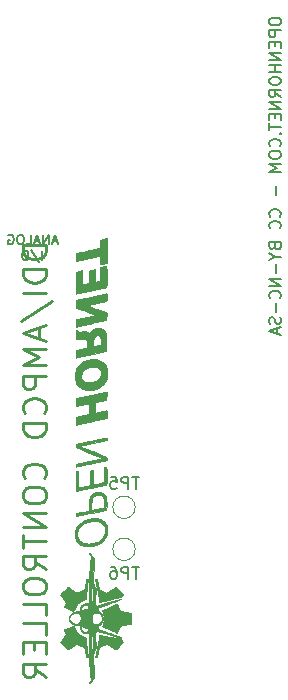
<source format=gbr>
G04 #@! TF.GenerationSoftware,KiCad,Pcbnew,(5.1.9)-1*
G04 #@! TF.CreationDate,2021-09-12T12:37:17-06:00*
G04 #@! TF.ProjectId,ddi_ampcd_controller,6464695f-616d-4706-9364-5f636f6e7472,1*
G04 #@! TF.SameCoordinates,Original*
G04 #@! TF.FileFunction,Legend,Bot*
G04 #@! TF.FilePolarity,Positive*
%FSLAX46Y46*%
G04 Gerber Fmt 4.6, Leading zero omitted, Abs format (unit mm)*
G04 Created by KiCad (PCBNEW (5.1.9)-1) date 2021-09-12 12:37:17*
%MOMM*%
%LPD*%
G01*
G04 APERTURE LIST*
%ADD10C,0.150000*%
%ADD11C,0.250000*%
%ADD12C,0.010000*%
%ADD13C,0.120000*%
G04 APERTURE END LIST*
D10*
X163917380Y-54778333D02*
X163917380Y-54968809D01*
X163965000Y-55064047D01*
X164060238Y-55159285D01*
X164250714Y-55206904D01*
X164584047Y-55206904D01*
X164774523Y-55159285D01*
X164869761Y-55064047D01*
X164917380Y-54968809D01*
X164917380Y-54778333D01*
X164869761Y-54683095D01*
X164774523Y-54587857D01*
X164584047Y-54540238D01*
X164250714Y-54540238D01*
X164060238Y-54587857D01*
X163965000Y-54683095D01*
X163917380Y-54778333D01*
X164917380Y-55635476D02*
X163917380Y-55635476D01*
X163917380Y-56016428D01*
X163965000Y-56111666D01*
X164012619Y-56159285D01*
X164107857Y-56206904D01*
X164250714Y-56206904D01*
X164345952Y-56159285D01*
X164393571Y-56111666D01*
X164441190Y-56016428D01*
X164441190Y-55635476D01*
X164393571Y-56635476D02*
X164393571Y-56968809D01*
X164917380Y-57111666D02*
X164917380Y-56635476D01*
X163917380Y-56635476D01*
X163917380Y-57111666D01*
X164917380Y-57540238D02*
X163917380Y-57540238D01*
X164917380Y-58111666D01*
X163917380Y-58111666D01*
X164917380Y-58587857D02*
X163917380Y-58587857D01*
X164393571Y-58587857D02*
X164393571Y-59159285D01*
X164917380Y-59159285D02*
X163917380Y-59159285D01*
X163917380Y-59825952D02*
X163917380Y-60016428D01*
X163965000Y-60111666D01*
X164060238Y-60206904D01*
X164250714Y-60254523D01*
X164584047Y-60254523D01*
X164774523Y-60206904D01*
X164869761Y-60111666D01*
X164917380Y-60016428D01*
X164917380Y-59825952D01*
X164869761Y-59730714D01*
X164774523Y-59635476D01*
X164584047Y-59587857D01*
X164250714Y-59587857D01*
X164060238Y-59635476D01*
X163965000Y-59730714D01*
X163917380Y-59825952D01*
X164917380Y-61254523D02*
X164441190Y-60921190D01*
X164917380Y-60683095D02*
X163917380Y-60683095D01*
X163917380Y-61064047D01*
X163965000Y-61159285D01*
X164012619Y-61206904D01*
X164107857Y-61254523D01*
X164250714Y-61254523D01*
X164345952Y-61206904D01*
X164393571Y-61159285D01*
X164441190Y-61064047D01*
X164441190Y-60683095D01*
X164917380Y-61683095D02*
X163917380Y-61683095D01*
X164917380Y-62254523D01*
X163917380Y-62254523D01*
X164393571Y-62730714D02*
X164393571Y-63064047D01*
X164917380Y-63206904D02*
X164917380Y-62730714D01*
X163917380Y-62730714D01*
X163917380Y-63206904D01*
X163917380Y-63492619D02*
X163917380Y-64064047D01*
X164917380Y-63778333D02*
X163917380Y-63778333D01*
X164822142Y-64397380D02*
X164869761Y-64445000D01*
X164917380Y-64397380D01*
X164869761Y-64349761D01*
X164822142Y-64397380D01*
X164917380Y-64397380D01*
X164822142Y-65445000D02*
X164869761Y-65397380D01*
X164917380Y-65254523D01*
X164917380Y-65159285D01*
X164869761Y-65016428D01*
X164774523Y-64921190D01*
X164679285Y-64873571D01*
X164488809Y-64825952D01*
X164345952Y-64825952D01*
X164155476Y-64873571D01*
X164060238Y-64921190D01*
X163965000Y-65016428D01*
X163917380Y-65159285D01*
X163917380Y-65254523D01*
X163965000Y-65397380D01*
X164012619Y-65445000D01*
X163917380Y-66064047D02*
X163917380Y-66254523D01*
X163965000Y-66349761D01*
X164060238Y-66445000D01*
X164250714Y-66492619D01*
X164584047Y-66492619D01*
X164774523Y-66445000D01*
X164869761Y-66349761D01*
X164917380Y-66254523D01*
X164917380Y-66064047D01*
X164869761Y-65968809D01*
X164774523Y-65873571D01*
X164584047Y-65825952D01*
X164250714Y-65825952D01*
X164060238Y-65873571D01*
X163965000Y-65968809D01*
X163917380Y-66064047D01*
X164917380Y-66921190D02*
X163917380Y-66921190D01*
X164631666Y-67254523D01*
X163917380Y-67587857D01*
X164917380Y-67587857D01*
X164536428Y-68825952D02*
X164536428Y-69587857D01*
X164822142Y-71397380D02*
X164869761Y-71349761D01*
X164917380Y-71206904D01*
X164917380Y-71111666D01*
X164869761Y-70968809D01*
X164774523Y-70873571D01*
X164679285Y-70825952D01*
X164488809Y-70778333D01*
X164345952Y-70778333D01*
X164155476Y-70825952D01*
X164060238Y-70873571D01*
X163965000Y-70968809D01*
X163917380Y-71111666D01*
X163917380Y-71206904D01*
X163965000Y-71349761D01*
X164012619Y-71397380D01*
X164822142Y-72397380D02*
X164869761Y-72349761D01*
X164917380Y-72206904D01*
X164917380Y-72111666D01*
X164869761Y-71968809D01*
X164774523Y-71873571D01*
X164679285Y-71825952D01*
X164488809Y-71778333D01*
X164345952Y-71778333D01*
X164155476Y-71825952D01*
X164060238Y-71873571D01*
X163965000Y-71968809D01*
X163917380Y-72111666D01*
X163917380Y-72206904D01*
X163965000Y-72349761D01*
X164012619Y-72397380D01*
X164393571Y-73921190D02*
X164441190Y-74064047D01*
X164488809Y-74111666D01*
X164584047Y-74159285D01*
X164726904Y-74159285D01*
X164822142Y-74111666D01*
X164869761Y-74064047D01*
X164917380Y-73968809D01*
X164917380Y-73587857D01*
X163917380Y-73587857D01*
X163917380Y-73921190D01*
X163965000Y-74016428D01*
X164012619Y-74064047D01*
X164107857Y-74111666D01*
X164203095Y-74111666D01*
X164298333Y-74064047D01*
X164345952Y-74016428D01*
X164393571Y-73921190D01*
X164393571Y-73587857D01*
X164441190Y-74778333D02*
X164917380Y-74778333D01*
X163917380Y-74445000D02*
X164441190Y-74778333D01*
X163917380Y-75111666D01*
X164536428Y-75445000D02*
X164536428Y-76206904D01*
X164917380Y-76683095D02*
X163917380Y-76683095D01*
X164917380Y-77254523D01*
X163917380Y-77254523D01*
X164822142Y-78302142D02*
X164869761Y-78254523D01*
X164917380Y-78111666D01*
X164917380Y-78016428D01*
X164869761Y-77873571D01*
X164774523Y-77778333D01*
X164679285Y-77730714D01*
X164488809Y-77683095D01*
X164345952Y-77683095D01*
X164155476Y-77730714D01*
X164060238Y-77778333D01*
X163965000Y-77873571D01*
X163917380Y-78016428D01*
X163917380Y-78111666D01*
X163965000Y-78254523D01*
X164012619Y-78302142D01*
X164536428Y-78730714D02*
X164536428Y-79492619D01*
X164869761Y-79921190D02*
X164917380Y-80064047D01*
X164917380Y-80302142D01*
X164869761Y-80397380D01*
X164822142Y-80445000D01*
X164726904Y-80492619D01*
X164631666Y-80492619D01*
X164536428Y-80445000D01*
X164488809Y-80397380D01*
X164441190Y-80302142D01*
X164393571Y-80111666D01*
X164345952Y-80016428D01*
X164298333Y-79968809D01*
X164203095Y-79921190D01*
X164107857Y-79921190D01*
X164012619Y-79968809D01*
X163965000Y-80016428D01*
X163917380Y-80111666D01*
X163917380Y-80349761D01*
X163965000Y-80492619D01*
X164631666Y-80873571D02*
X164631666Y-81349761D01*
X164917380Y-80778333D02*
X163917380Y-81111666D01*
X164917380Y-81445000D01*
D11*
X145049761Y-73836904D02*
X143049761Y-73836904D01*
X143049761Y-74313095D01*
X143145000Y-74598809D01*
X143335476Y-74789285D01*
X143525952Y-74884523D01*
X143906904Y-74979761D01*
X144192619Y-74979761D01*
X144573571Y-74884523D01*
X144764047Y-74789285D01*
X144954523Y-74598809D01*
X145049761Y-74313095D01*
X145049761Y-73836904D01*
X145049761Y-75836904D02*
X143049761Y-75836904D01*
X143049761Y-76313095D01*
X143145000Y-76598809D01*
X143335476Y-76789285D01*
X143525952Y-76884523D01*
X143906904Y-76979761D01*
X144192619Y-76979761D01*
X144573571Y-76884523D01*
X144764047Y-76789285D01*
X144954523Y-76598809D01*
X145049761Y-76313095D01*
X145049761Y-75836904D01*
X145049761Y-77836904D02*
X143049761Y-77836904D01*
X142954523Y-80217857D02*
X145525952Y-78503571D01*
X144478333Y-80789285D02*
X144478333Y-81741666D01*
X145049761Y-80598809D02*
X143049761Y-81265476D01*
X145049761Y-81932142D01*
X145049761Y-82598809D02*
X143049761Y-82598809D01*
X144478333Y-83265476D01*
X143049761Y-83932142D01*
X145049761Y-83932142D01*
X145049761Y-84884523D02*
X143049761Y-84884523D01*
X143049761Y-85646428D01*
X143145000Y-85836904D01*
X143240238Y-85932142D01*
X143430714Y-86027380D01*
X143716428Y-86027380D01*
X143906904Y-85932142D01*
X144002142Y-85836904D01*
X144097380Y-85646428D01*
X144097380Y-84884523D01*
X144859285Y-88027380D02*
X144954523Y-87932142D01*
X145049761Y-87646428D01*
X145049761Y-87455952D01*
X144954523Y-87170238D01*
X144764047Y-86979761D01*
X144573571Y-86884523D01*
X144192619Y-86789285D01*
X143906904Y-86789285D01*
X143525952Y-86884523D01*
X143335476Y-86979761D01*
X143145000Y-87170238D01*
X143049761Y-87455952D01*
X143049761Y-87646428D01*
X143145000Y-87932142D01*
X143240238Y-88027380D01*
X145049761Y-88884523D02*
X143049761Y-88884523D01*
X143049761Y-89360714D01*
X143145000Y-89646428D01*
X143335476Y-89836904D01*
X143525952Y-89932142D01*
X143906904Y-90027380D01*
X144192619Y-90027380D01*
X144573571Y-89932142D01*
X144764047Y-89836904D01*
X144954523Y-89646428D01*
X145049761Y-89360714D01*
X145049761Y-88884523D01*
X144859285Y-93551190D02*
X144954523Y-93455952D01*
X145049761Y-93170238D01*
X145049761Y-92979761D01*
X144954523Y-92694047D01*
X144764047Y-92503571D01*
X144573571Y-92408333D01*
X144192619Y-92313095D01*
X143906904Y-92313095D01*
X143525952Y-92408333D01*
X143335476Y-92503571D01*
X143145000Y-92694047D01*
X143049761Y-92979761D01*
X143049761Y-93170238D01*
X143145000Y-93455952D01*
X143240238Y-93551190D01*
X143049761Y-94789285D02*
X143049761Y-95170238D01*
X143145000Y-95360714D01*
X143335476Y-95551190D01*
X143716428Y-95646428D01*
X144383095Y-95646428D01*
X144764047Y-95551190D01*
X144954523Y-95360714D01*
X145049761Y-95170238D01*
X145049761Y-94789285D01*
X144954523Y-94598809D01*
X144764047Y-94408333D01*
X144383095Y-94313095D01*
X143716428Y-94313095D01*
X143335476Y-94408333D01*
X143145000Y-94598809D01*
X143049761Y-94789285D01*
X145049761Y-96503571D02*
X143049761Y-96503571D01*
X145049761Y-97646428D01*
X143049761Y-97646428D01*
X143049761Y-98313095D02*
X143049761Y-99455952D01*
X145049761Y-98884523D02*
X143049761Y-98884523D01*
X145049761Y-101265476D02*
X144097380Y-100598809D01*
X145049761Y-100122619D02*
X143049761Y-100122619D01*
X143049761Y-100884523D01*
X143145000Y-101075000D01*
X143240238Y-101170238D01*
X143430714Y-101265476D01*
X143716428Y-101265476D01*
X143906904Y-101170238D01*
X144002142Y-101075000D01*
X144097380Y-100884523D01*
X144097380Y-100122619D01*
X143049761Y-102503571D02*
X143049761Y-102884523D01*
X143145000Y-103075000D01*
X143335476Y-103265476D01*
X143716428Y-103360714D01*
X144383095Y-103360714D01*
X144764047Y-103265476D01*
X144954523Y-103075000D01*
X145049761Y-102884523D01*
X145049761Y-102503571D01*
X144954523Y-102313095D01*
X144764047Y-102122619D01*
X144383095Y-102027380D01*
X143716428Y-102027380D01*
X143335476Y-102122619D01*
X143145000Y-102313095D01*
X143049761Y-102503571D01*
X145049761Y-105170238D02*
X145049761Y-104217857D01*
X143049761Y-104217857D01*
X145049761Y-106789285D02*
X145049761Y-105836904D01*
X143049761Y-105836904D01*
X144002142Y-107455952D02*
X144002142Y-108122619D01*
X145049761Y-108408333D02*
X145049761Y-107455952D01*
X143049761Y-107455952D01*
X143049761Y-108408333D01*
X145049761Y-110408333D02*
X144097380Y-109741666D01*
X145049761Y-109265476D02*
X143049761Y-109265476D01*
X143049761Y-110027380D01*
X143145000Y-110217857D01*
X143240238Y-110313095D01*
X143430714Y-110408333D01*
X143716428Y-110408333D01*
X143906904Y-110313095D01*
X144002142Y-110217857D01*
X144097380Y-110027380D01*
X144097380Y-109265476D01*
D10*
X145986238Y-73499333D02*
X145605285Y-73499333D01*
X146062428Y-73727904D02*
X145795761Y-72927904D01*
X145529095Y-73727904D01*
X145262428Y-73727904D02*
X145262428Y-72927904D01*
X144805285Y-73727904D01*
X144805285Y-72927904D01*
X144462428Y-73499333D02*
X144081476Y-73499333D01*
X144538619Y-73727904D02*
X144271952Y-72927904D01*
X144005285Y-73727904D01*
X143357666Y-73727904D02*
X143738619Y-73727904D01*
X143738619Y-72927904D01*
X142938619Y-72927904D02*
X142786238Y-72927904D01*
X142710047Y-72966000D01*
X142633857Y-73042190D01*
X142595761Y-73194571D01*
X142595761Y-73461238D01*
X142633857Y-73613619D01*
X142710047Y-73689809D01*
X142786238Y-73727904D01*
X142938619Y-73727904D01*
X143014809Y-73689809D01*
X143091000Y-73613619D01*
X143129095Y-73461238D01*
X143129095Y-73194571D01*
X143091000Y-73042190D01*
X143014809Y-72966000D01*
X142938619Y-72927904D01*
X141833857Y-72966000D02*
X141910047Y-72927904D01*
X142024333Y-72927904D01*
X142138619Y-72966000D01*
X142214809Y-73042190D01*
X142252904Y-73118380D01*
X142291000Y-73270761D01*
X142291000Y-73385047D01*
X142252904Y-73537428D01*
X142214809Y-73613619D01*
X142138619Y-73689809D01*
X142024333Y-73727904D01*
X141948142Y-73727904D01*
X141833857Y-73689809D01*
X141795761Y-73651714D01*
X141795761Y-73385047D01*
X141948142Y-73385047D01*
X144729095Y-75077904D02*
X144729095Y-74277904D01*
X143776714Y-74239809D02*
X144462428Y-75268380D01*
X143357666Y-74277904D02*
X143205285Y-74277904D01*
X143129095Y-74316000D01*
X143052904Y-74392190D01*
X143014809Y-74544571D01*
X143014809Y-74811238D01*
X143052904Y-74963619D01*
X143129095Y-75039809D01*
X143205285Y-75077904D01*
X143357666Y-75077904D01*
X143433857Y-75039809D01*
X143510047Y-74963619D01*
X143548142Y-74811238D01*
X143548142Y-74544571D01*
X143510047Y-74392190D01*
X143433857Y-74316000D01*
X143357666Y-74277904D01*
D12*
G36*
X152196800Y-105428369D02*
G01*
X152196800Y-105407688D01*
X152196792Y-105337855D01*
X152196761Y-105275993D01*
X152196700Y-105221606D01*
X152196601Y-105174199D01*
X152196455Y-105133276D01*
X152196255Y-105098342D01*
X152195993Y-105068900D01*
X152195660Y-105044455D01*
X152195250Y-105024511D01*
X152194753Y-105008573D01*
X152194162Y-104996145D01*
X152193469Y-104986732D01*
X152192666Y-104979837D01*
X152191745Y-104974965D01*
X152190698Y-104971620D01*
X152189751Y-104969689D01*
X152181623Y-104959710D01*
X152172753Y-104953222D01*
X152167277Y-104951830D01*
X152154048Y-104949010D01*
X152133635Y-104944871D01*
X152106611Y-104939524D01*
X152073546Y-104933079D01*
X152035013Y-104925646D01*
X151991583Y-104917334D01*
X151943826Y-104908253D01*
X151892315Y-104898514D01*
X151837621Y-104888226D01*
X151780316Y-104877499D01*
X151741262Y-104870218D01*
X151682508Y-104859244D01*
X151625965Y-104848613D01*
X151572208Y-104838434D01*
X151521810Y-104828822D01*
X151475344Y-104819887D01*
X151433386Y-104811741D01*
X151396509Y-104804496D01*
X151365286Y-104798264D01*
X151340292Y-104793156D01*
X151322099Y-104789285D01*
X151311283Y-104786762D01*
X151308469Y-104785893D01*
X151297026Y-104778192D01*
X151288133Y-104770110D01*
X151285475Y-104765099D01*
X151279934Y-104752996D01*
X151271821Y-104734550D01*
X151261447Y-104710513D01*
X151249123Y-104681633D01*
X151235160Y-104648659D01*
X151219868Y-104612342D01*
X151203559Y-104573430D01*
X151186544Y-104532674D01*
X151169133Y-104490823D01*
X151151638Y-104448627D01*
X151134370Y-104406835D01*
X151117638Y-104366196D01*
X151101756Y-104327461D01*
X151087032Y-104291379D01*
X151073779Y-104258699D01*
X151062307Y-104230172D01*
X151052927Y-104206546D01*
X151045950Y-104188571D01*
X151041687Y-104176997D01*
X151040490Y-104173134D01*
X151039052Y-104172729D01*
X151034954Y-104173608D01*
X151027885Y-104175905D01*
X151017531Y-104179757D01*
X151003582Y-104185300D01*
X150985724Y-104192668D01*
X150963645Y-104201999D01*
X150937032Y-104213428D01*
X150905575Y-104227089D01*
X150868959Y-104243121D01*
X150826873Y-104261657D01*
X150779005Y-104282834D01*
X150725042Y-104306787D01*
X150664672Y-104333653D01*
X150597582Y-104363567D01*
X150523461Y-104396664D01*
X150441995Y-104433081D01*
X150425151Y-104440616D01*
X150356797Y-104471196D01*
X150290505Y-104500867D01*
X150226689Y-104529441D01*
X150165766Y-104556733D01*
X150108153Y-104582554D01*
X150054264Y-104606719D01*
X150004516Y-104629040D01*
X149959325Y-104649331D01*
X149919108Y-104667405D01*
X149884279Y-104683075D01*
X149855255Y-104696155D01*
X149832453Y-104706457D01*
X149816287Y-104713796D01*
X149807175Y-104717983D01*
X149805245Y-104718918D01*
X149803209Y-104721548D01*
X149802794Y-104726824D01*
X149804225Y-104735943D01*
X149807728Y-104750101D01*
X149813528Y-104770495D01*
X149817464Y-104783753D01*
X149834903Y-104844596D01*
X149852192Y-104909792D01*
X149868837Y-104977218D01*
X149884347Y-105044751D01*
X149898230Y-105110266D01*
X149909996Y-105171641D01*
X149917384Y-105215266D01*
X149920489Y-105240675D01*
X149923029Y-105272841D01*
X149924982Y-105310073D01*
X149926329Y-105350680D01*
X149927049Y-105392971D01*
X149927121Y-105435253D01*
X149926524Y-105475837D01*
X149925238Y-105513029D01*
X149923242Y-105545140D01*
X149921621Y-105561909D01*
X149915037Y-105610418D01*
X149905871Y-105665219D01*
X149894482Y-105724665D01*
X149881232Y-105787109D01*
X149866482Y-105850905D01*
X149850593Y-105914405D01*
X149833926Y-105975964D01*
X149821481Y-106018709D01*
X149814653Y-106041595D01*
X149808785Y-106061629D01*
X149804277Y-106077418D01*
X149801525Y-106087572D01*
X149800856Y-106090676D01*
X149804682Y-106092674D01*
X149815859Y-106097870D01*
X149833974Y-106106081D01*
X149858614Y-106117125D01*
X149889367Y-106130820D01*
X149925819Y-106146984D01*
X149967559Y-106165436D01*
X150014174Y-106185992D01*
X150065251Y-106208472D01*
X150120378Y-106232692D01*
X150179142Y-106258472D01*
X150241130Y-106285629D01*
X150305929Y-106313980D01*
X150373128Y-106343345D01*
X150417008Y-106362500D01*
X150485593Y-106392422D01*
X150552099Y-106421423D01*
X150616108Y-106449323D01*
X150677204Y-106475940D01*
X150734970Y-106501093D01*
X150788990Y-106524601D01*
X150838845Y-106546283D01*
X150884121Y-106565958D01*
X150924400Y-106583444D01*
X150959265Y-106598561D01*
X150988299Y-106611127D01*
X151011087Y-106620962D01*
X151027211Y-106627884D01*
X151036254Y-106631712D01*
X151038127Y-106632453D01*
X151040678Y-106628807D01*
X151046202Y-106617662D01*
X151054541Y-106599386D01*
X151065537Y-106574346D01*
X151079033Y-106542912D01*
X151094871Y-106505449D01*
X151112893Y-106462328D01*
X151132943Y-106413914D01*
X151154861Y-106360576D01*
X151159613Y-106348965D01*
X151178828Y-106302089D01*
X151197288Y-106257270D01*
X151214719Y-106215162D01*
X151230845Y-106176420D01*
X151245391Y-106141697D01*
X151258083Y-106111647D01*
X151268645Y-106086924D01*
X151276804Y-106068183D01*
X151282284Y-106056076D01*
X151284627Y-106051495D01*
X151294534Y-106040657D01*
X151306972Y-106031664D01*
X151307932Y-106031158D01*
X151314457Y-106029185D01*
X151328920Y-106025795D01*
X151350924Y-106021065D01*
X151380073Y-106015072D01*
X151415971Y-106007894D01*
X151458221Y-105999609D01*
X151506427Y-105990295D01*
X151560194Y-105980030D01*
X151619124Y-105968890D01*
X151682822Y-105956954D01*
X151745377Y-105945322D01*
X151804136Y-105934406D01*
X151860627Y-105923860D01*
X151914282Y-105913791D01*
X151964534Y-105904309D01*
X152010817Y-105895522D01*
X152052564Y-105887539D01*
X152089206Y-105880469D01*
X152120177Y-105874421D01*
X152144910Y-105869502D01*
X152162838Y-105865823D01*
X152173394Y-105863492D01*
X152176075Y-105862730D01*
X152179387Y-105861001D01*
X152182326Y-105859239D01*
X152184915Y-105856957D01*
X152187175Y-105853666D01*
X152189129Y-105848879D01*
X152190800Y-105842107D01*
X152192209Y-105832863D01*
X152193379Y-105820657D01*
X152194331Y-105805003D01*
X152195089Y-105785411D01*
X152195673Y-105761394D01*
X152196108Y-105732464D01*
X152196414Y-105698133D01*
X152196615Y-105657911D01*
X152196731Y-105611313D01*
X152196786Y-105557848D01*
X152196801Y-105497030D01*
X152196800Y-105428369D01*
G37*
X152196800Y-105428369D02*
X152196800Y-105407688D01*
X152196792Y-105337855D01*
X152196761Y-105275993D01*
X152196700Y-105221606D01*
X152196601Y-105174199D01*
X152196455Y-105133276D01*
X152196255Y-105098342D01*
X152195993Y-105068900D01*
X152195660Y-105044455D01*
X152195250Y-105024511D01*
X152194753Y-105008573D01*
X152194162Y-104996145D01*
X152193469Y-104986732D01*
X152192666Y-104979837D01*
X152191745Y-104974965D01*
X152190698Y-104971620D01*
X152189751Y-104969689D01*
X152181623Y-104959710D01*
X152172753Y-104953222D01*
X152167277Y-104951830D01*
X152154048Y-104949010D01*
X152133635Y-104944871D01*
X152106611Y-104939524D01*
X152073546Y-104933079D01*
X152035013Y-104925646D01*
X151991583Y-104917334D01*
X151943826Y-104908253D01*
X151892315Y-104898514D01*
X151837621Y-104888226D01*
X151780316Y-104877499D01*
X151741262Y-104870218D01*
X151682508Y-104859244D01*
X151625965Y-104848613D01*
X151572208Y-104838434D01*
X151521810Y-104828822D01*
X151475344Y-104819887D01*
X151433386Y-104811741D01*
X151396509Y-104804496D01*
X151365286Y-104798264D01*
X151340292Y-104793156D01*
X151322099Y-104789285D01*
X151311283Y-104786762D01*
X151308469Y-104785893D01*
X151297026Y-104778192D01*
X151288133Y-104770110D01*
X151285475Y-104765099D01*
X151279934Y-104752996D01*
X151271821Y-104734550D01*
X151261447Y-104710513D01*
X151249123Y-104681633D01*
X151235160Y-104648659D01*
X151219868Y-104612342D01*
X151203559Y-104573430D01*
X151186544Y-104532674D01*
X151169133Y-104490823D01*
X151151638Y-104448627D01*
X151134370Y-104406835D01*
X151117638Y-104366196D01*
X151101756Y-104327461D01*
X151087032Y-104291379D01*
X151073779Y-104258699D01*
X151062307Y-104230172D01*
X151052927Y-104206546D01*
X151045950Y-104188571D01*
X151041687Y-104176997D01*
X151040490Y-104173134D01*
X151039052Y-104172729D01*
X151034954Y-104173608D01*
X151027885Y-104175905D01*
X151017531Y-104179757D01*
X151003582Y-104185300D01*
X150985724Y-104192668D01*
X150963645Y-104201999D01*
X150937032Y-104213428D01*
X150905575Y-104227089D01*
X150868959Y-104243121D01*
X150826873Y-104261657D01*
X150779005Y-104282834D01*
X150725042Y-104306787D01*
X150664672Y-104333653D01*
X150597582Y-104363567D01*
X150523461Y-104396664D01*
X150441995Y-104433081D01*
X150425151Y-104440616D01*
X150356797Y-104471196D01*
X150290505Y-104500867D01*
X150226689Y-104529441D01*
X150165766Y-104556733D01*
X150108153Y-104582554D01*
X150054264Y-104606719D01*
X150004516Y-104629040D01*
X149959325Y-104649331D01*
X149919108Y-104667405D01*
X149884279Y-104683075D01*
X149855255Y-104696155D01*
X149832453Y-104706457D01*
X149816287Y-104713796D01*
X149807175Y-104717983D01*
X149805245Y-104718918D01*
X149803209Y-104721548D01*
X149802794Y-104726824D01*
X149804225Y-104735943D01*
X149807728Y-104750101D01*
X149813528Y-104770495D01*
X149817464Y-104783753D01*
X149834903Y-104844596D01*
X149852192Y-104909792D01*
X149868837Y-104977218D01*
X149884347Y-105044751D01*
X149898230Y-105110266D01*
X149909996Y-105171641D01*
X149917384Y-105215266D01*
X149920489Y-105240675D01*
X149923029Y-105272841D01*
X149924982Y-105310073D01*
X149926329Y-105350680D01*
X149927049Y-105392971D01*
X149927121Y-105435253D01*
X149926524Y-105475837D01*
X149925238Y-105513029D01*
X149923242Y-105545140D01*
X149921621Y-105561909D01*
X149915037Y-105610418D01*
X149905871Y-105665219D01*
X149894482Y-105724665D01*
X149881232Y-105787109D01*
X149866482Y-105850905D01*
X149850593Y-105914405D01*
X149833926Y-105975964D01*
X149821481Y-106018709D01*
X149814653Y-106041595D01*
X149808785Y-106061629D01*
X149804277Y-106077418D01*
X149801525Y-106087572D01*
X149800856Y-106090676D01*
X149804682Y-106092674D01*
X149815859Y-106097870D01*
X149833974Y-106106081D01*
X149858614Y-106117125D01*
X149889367Y-106130820D01*
X149925819Y-106146984D01*
X149967559Y-106165436D01*
X150014174Y-106185992D01*
X150065251Y-106208472D01*
X150120378Y-106232692D01*
X150179142Y-106258472D01*
X150241130Y-106285629D01*
X150305929Y-106313980D01*
X150373128Y-106343345D01*
X150417008Y-106362500D01*
X150485593Y-106392422D01*
X150552099Y-106421423D01*
X150616108Y-106449323D01*
X150677204Y-106475940D01*
X150734970Y-106501093D01*
X150788990Y-106524601D01*
X150838845Y-106546283D01*
X150884121Y-106565958D01*
X150924400Y-106583444D01*
X150959265Y-106598561D01*
X150988299Y-106611127D01*
X151011087Y-106620962D01*
X151027211Y-106627884D01*
X151036254Y-106631712D01*
X151038127Y-106632453D01*
X151040678Y-106628807D01*
X151046202Y-106617662D01*
X151054541Y-106599386D01*
X151065537Y-106574346D01*
X151079033Y-106542912D01*
X151094871Y-106505449D01*
X151112893Y-106462328D01*
X151132943Y-106413914D01*
X151154861Y-106360576D01*
X151159613Y-106348965D01*
X151178828Y-106302089D01*
X151197288Y-106257270D01*
X151214719Y-106215162D01*
X151230845Y-106176420D01*
X151245391Y-106141697D01*
X151258083Y-106111647D01*
X151268645Y-106086924D01*
X151276804Y-106068183D01*
X151282284Y-106056076D01*
X151284627Y-106051495D01*
X151294534Y-106040657D01*
X151306972Y-106031664D01*
X151307932Y-106031158D01*
X151314457Y-106029185D01*
X151328920Y-106025795D01*
X151350924Y-106021065D01*
X151380073Y-106015072D01*
X151415971Y-106007894D01*
X151458221Y-105999609D01*
X151506427Y-105990295D01*
X151560194Y-105980030D01*
X151619124Y-105968890D01*
X151682822Y-105956954D01*
X151745377Y-105945322D01*
X151804136Y-105934406D01*
X151860627Y-105923860D01*
X151914282Y-105913791D01*
X151964534Y-105904309D01*
X152010817Y-105895522D01*
X152052564Y-105887539D01*
X152089206Y-105880469D01*
X152120177Y-105874421D01*
X152144910Y-105869502D01*
X152162838Y-105865823D01*
X152173394Y-105863492D01*
X152176075Y-105862730D01*
X152179387Y-105861001D01*
X152182326Y-105859239D01*
X152184915Y-105856957D01*
X152187175Y-105853666D01*
X152189129Y-105848879D01*
X152190800Y-105842107D01*
X152192209Y-105832863D01*
X152193379Y-105820657D01*
X152194331Y-105805003D01*
X152195089Y-105785411D01*
X152195673Y-105761394D01*
X152196108Y-105732464D01*
X152196414Y-105698133D01*
X152196615Y-105657911D01*
X152196731Y-105611313D01*
X152196786Y-105557848D01*
X152196801Y-105497030D01*
X152196800Y-105428369D01*
G36*
X151534364Y-103387013D02*
G01*
X151531053Y-103382536D01*
X151522217Y-103372598D01*
X151508346Y-103357695D01*
X151489933Y-103338321D01*
X151467470Y-103314971D01*
X151441449Y-103288140D01*
X151412361Y-103258323D01*
X151380698Y-103226016D01*
X151346953Y-103191712D01*
X151311618Y-103155908D01*
X151275184Y-103119097D01*
X151238143Y-103081775D01*
X151200987Y-103044437D01*
X151164209Y-103007577D01*
X151128299Y-102971691D01*
X151093751Y-102937274D01*
X151061055Y-102904820D01*
X151030705Y-102874825D01*
X151003191Y-102847783D01*
X150979006Y-102824189D01*
X150958641Y-102804539D01*
X150942590Y-102789326D01*
X150931343Y-102779047D01*
X150925392Y-102774196D01*
X150925087Y-102774018D01*
X150909088Y-102769479D01*
X150898964Y-102769748D01*
X150892783Y-102772627D01*
X150879740Y-102780353D01*
X150859889Y-102792888D01*
X150833285Y-102810198D01*
X150799983Y-102832245D01*
X150760037Y-102858993D01*
X150713503Y-102890406D01*
X150660434Y-102926447D01*
X150600885Y-102967080D01*
X150535309Y-103011997D01*
X150477897Y-103051317D01*
X150424402Y-103087819D01*
X150375134Y-103121294D01*
X150330404Y-103151537D01*
X150290521Y-103178339D01*
X150255797Y-103201494D01*
X150226541Y-103220794D01*
X150203064Y-103236033D01*
X150185676Y-103247003D01*
X150174688Y-103253496D01*
X150170805Y-103255311D01*
X150157972Y-103257018D01*
X150147070Y-103256605D01*
X150146707Y-103256529D01*
X150140414Y-103254330D01*
X150127162Y-103249087D01*
X150107687Y-103241114D01*
X150082726Y-103230730D01*
X150053014Y-103218250D01*
X150019286Y-103203991D01*
X149982279Y-103188270D01*
X149942729Y-103171404D01*
X149901370Y-103153709D01*
X149858939Y-103135501D01*
X149816172Y-103117098D01*
X149773804Y-103098816D01*
X149732571Y-103080972D01*
X149693209Y-103063882D01*
X149656454Y-103047862D01*
X149623042Y-103033231D01*
X149593707Y-103020303D01*
X149569187Y-103009396D01*
X149550216Y-103000827D01*
X149537531Y-102994912D01*
X149531867Y-102991967D01*
X149531779Y-102991901D01*
X149521945Y-102981929D01*
X149515291Y-102972194D01*
X149513704Y-102966502D01*
X149510697Y-102953064D01*
X149506385Y-102932460D01*
X149500881Y-102905271D01*
X149494297Y-102872078D01*
X149486747Y-102833461D01*
X149478344Y-102790001D01*
X149469201Y-102742278D01*
X149459432Y-102690873D01*
X149449149Y-102636367D01*
X149438465Y-102579340D01*
X149432658Y-102548176D01*
X149420058Y-102480458D01*
X149408900Y-102420566D01*
X149399079Y-102368003D01*
X149390491Y-102322271D01*
X149383031Y-102282873D01*
X149376594Y-102249311D01*
X149371076Y-102221086D01*
X149366372Y-102197703D01*
X149362378Y-102178662D01*
X149358989Y-102163466D01*
X149356101Y-102151618D01*
X149353610Y-102142619D01*
X149351409Y-102135973D01*
X149349396Y-102131181D01*
X149347465Y-102127746D01*
X149345512Y-102125169D01*
X149343432Y-102122955D01*
X149343295Y-102122816D01*
X149330693Y-102110116D01*
X149182667Y-102107454D01*
X149183099Y-102117252D01*
X149184165Y-102123037D01*
X149187086Y-102136295D01*
X149191685Y-102156279D01*
X149197783Y-102182242D01*
X149205203Y-102213438D01*
X149213768Y-102249119D01*
X149223300Y-102288540D01*
X149233622Y-102330954D01*
X149244330Y-102374700D01*
X149267258Y-102468619D01*
X149288008Y-102554738D01*
X149306661Y-102633414D01*
X149323298Y-102705007D01*
X149338003Y-102769874D01*
X149350857Y-102828374D01*
X149361942Y-102880866D01*
X149371339Y-102927708D01*
X149374881Y-102946200D01*
X149377573Y-102960951D01*
X149381545Y-102983403D01*
X149386688Y-103012905D01*
X149392891Y-103048807D01*
X149400041Y-103090457D01*
X149408029Y-103137206D01*
X149416743Y-103188402D01*
X149426073Y-103243395D01*
X149435908Y-103301535D01*
X149446136Y-103362170D01*
X149456646Y-103424650D01*
X149467329Y-103488324D01*
X149468349Y-103494417D01*
X149478859Y-103556938D01*
X149489111Y-103617494D01*
X149499007Y-103675517D01*
X149508445Y-103730438D01*
X149517327Y-103781691D01*
X149525551Y-103828706D01*
X149533018Y-103870916D01*
X149539628Y-103907753D01*
X149545281Y-103938649D01*
X149549877Y-103963035D01*
X149553315Y-103980343D01*
X149555497Y-103990006D01*
X149555829Y-103991146D01*
X149560834Y-104005466D01*
X149564757Y-104013197D01*
X149568761Y-104015912D01*
X149573661Y-104015291D01*
X149580411Y-104013373D01*
X149588977Y-104011099D01*
X149599680Y-104008400D01*
X149612844Y-104005204D01*
X149628791Y-104001440D01*
X149647843Y-103997037D01*
X149670325Y-103991925D01*
X149696557Y-103986032D01*
X149726864Y-103979288D01*
X149761568Y-103971622D01*
X149800990Y-103962963D01*
X149845455Y-103953240D01*
X149895285Y-103942382D01*
X149950803Y-103930318D01*
X150012331Y-103916977D01*
X150080191Y-103902289D01*
X150154708Y-103886183D01*
X150236203Y-103868588D01*
X150324999Y-103849432D01*
X150421419Y-103828646D01*
X150525786Y-103806157D01*
X150528898Y-103805487D01*
X151398879Y-103618067D01*
X151466581Y-103519656D01*
X151484270Y-103493615D01*
X151500330Y-103469338D01*
X151514128Y-103447837D01*
X151525029Y-103430121D01*
X151532398Y-103417198D01*
X151535602Y-103410081D01*
X151535673Y-103409694D01*
X151535724Y-103396278D01*
X151534364Y-103387013D01*
G37*
X151534364Y-103387013D02*
X151531053Y-103382536D01*
X151522217Y-103372598D01*
X151508346Y-103357695D01*
X151489933Y-103338321D01*
X151467470Y-103314971D01*
X151441449Y-103288140D01*
X151412361Y-103258323D01*
X151380698Y-103226016D01*
X151346953Y-103191712D01*
X151311618Y-103155908D01*
X151275184Y-103119097D01*
X151238143Y-103081775D01*
X151200987Y-103044437D01*
X151164209Y-103007577D01*
X151128299Y-102971691D01*
X151093751Y-102937274D01*
X151061055Y-102904820D01*
X151030705Y-102874825D01*
X151003191Y-102847783D01*
X150979006Y-102824189D01*
X150958641Y-102804539D01*
X150942590Y-102789326D01*
X150931343Y-102779047D01*
X150925392Y-102774196D01*
X150925087Y-102774018D01*
X150909088Y-102769479D01*
X150898964Y-102769748D01*
X150892783Y-102772627D01*
X150879740Y-102780353D01*
X150859889Y-102792888D01*
X150833285Y-102810198D01*
X150799983Y-102832245D01*
X150760037Y-102858993D01*
X150713503Y-102890406D01*
X150660434Y-102926447D01*
X150600885Y-102967080D01*
X150535309Y-103011997D01*
X150477897Y-103051317D01*
X150424402Y-103087819D01*
X150375134Y-103121294D01*
X150330404Y-103151537D01*
X150290521Y-103178339D01*
X150255797Y-103201494D01*
X150226541Y-103220794D01*
X150203064Y-103236033D01*
X150185676Y-103247003D01*
X150174688Y-103253496D01*
X150170805Y-103255311D01*
X150157972Y-103257018D01*
X150147070Y-103256605D01*
X150146707Y-103256529D01*
X150140414Y-103254330D01*
X150127162Y-103249087D01*
X150107687Y-103241114D01*
X150082726Y-103230730D01*
X150053014Y-103218250D01*
X150019286Y-103203991D01*
X149982279Y-103188270D01*
X149942729Y-103171404D01*
X149901370Y-103153709D01*
X149858939Y-103135501D01*
X149816172Y-103117098D01*
X149773804Y-103098816D01*
X149732571Y-103080972D01*
X149693209Y-103063882D01*
X149656454Y-103047862D01*
X149623042Y-103033231D01*
X149593707Y-103020303D01*
X149569187Y-103009396D01*
X149550216Y-103000827D01*
X149537531Y-102994912D01*
X149531867Y-102991967D01*
X149531779Y-102991901D01*
X149521945Y-102981929D01*
X149515291Y-102972194D01*
X149513704Y-102966502D01*
X149510697Y-102953064D01*
X149506385Y-102932460D01*
X149500881Y-102905271D01*
X149494297Y-102872078D01*
X149486747Y-102833461D01*
X149478344Y-102790001D01*
X149469201Y-102742278D01*
X149459432Y-102690873D01*
X149449149Y-102636367D01*
X149438465Y-102579340D01*
X149432658Y-102548176D01*
X149420058Y-102480458D01*
X149408900Y-102420566D01*
X149399079Y-102368003D01*
X149390491Y-102322271D01*
X149383031Y-102282873D01*
X149376594Y-102249311D01*
X149371076Y-102221086D01*
X149366372Y-102197703D01*
X149362378Y-102178662D01*
X149358989Y-102163466D01*
X149356101Y-102151618D01*
X149353610Y-102142619D01*
X149351409Y-102135973D01*
X149349396Y-102131181D01*
X149347465Y-102127746D01*
X149345512Y-102125169D01*
X149343432Y-102122955D01*
X149343295Y-102122816D01*
X149330693Y-102110116D01*
X149182667Y-102107454D01*
X149183099Y-102117252D01*
X149184165Y-102123037D01*
X149187086Y-102136295D01*
X149191685Y-102156279D01*
X149197783Y-102182242D01*
X149205203Y-102213438D01*
X149213768Y-102249119D01*
X149223300Y-102288540D01*
X149233622Y-102330954D01*
X149244330Y-102374700D01*
X149267258Y-102468619D01*
X149288008Y-102554738D01*
X149306661Y-102633414D01*
X149323298Y-102705007D01*
X149338003Y-102769874D01*
X149350857Y-102828374D01*
X149361942Y-102880866D01*
X149371339Y-102927708D01*
X149374881Y-102946200D01*
X149377573Y-102960951D01*
X149381545Y-102983403D01*
X149386688Y-103012905D01*
X149392891Y-103048807D01*
X149400041Y-103090457D01*
X149408029Y-103137206D01*
X149416743Y-103188402D01*
X149426073Y-103243395D01*
X149435908Y-103301535D01*
X149446136Y-103362170D01*
X149456646Y-103424650D01*
X149467329Y-103488324D01*
X149468349Y-103494417D01*
X149478859Y-103556938D01*
X149489111Y-103617494D01*
X149499007Y-103675517D01*
X149508445Y-103730438D01*
X149517327Y-103781691D01*
X149525551Y-103828706D01*
X149533018Y-103870916D01*
X149539628Y-103907753D01*
X149545281Y-103938649D01*
X149549877Y-103963035D01*
X149553315Y-103980343D01*
X149555497Y-103990006D01*
X149555829Y-103991146D01*
X149560834Y-104005466D01*
X149564757Y-104013197D01*
X149568761Y-104015912D01*
X149573661Y-104015291D01*
X149580411Y-104013373D01*
X149588977Y-104011099D01*
X149599680Y-104008400D01*
X149612844Y-104005204D01*
X149628791Y-104001440D01*
X149647843Y-103997037D01*
X149670325Y-103991925D01*
X149696557Y-103986032D01*
X149726864Y-103979288D01*
X149761568Y-103971622D01*
X149800990Y-103962963D01*
X149845455Y-103953240D01*
X149895285Y-103942382D01*
X149950803Y-103930318D01*
X150012331Y-103916977D01*
X150080191Y-103902289D01*
X150154708Y-103886183D01*
X150236203Y-103868588D01*
X150324999Y-103849432D01*
X150421419Y-103828646D01*
X150525786Y-103806157D01*
X150528898Y-103805487D01*
X151398879Y-103618067D01*
X151466581Y-103519656D01*
X151484270Y-103493615D01*
X151500330Y-103469338D01*
X151514128Y-103447837D01*
X151525029Y-103430121D01*
X151532398Y-103417198D01*
X151535602Y-103410081D01*
X151535673Y-103409694D01*
X151535724Y-103396278D01*
X151534364Y-103387013D01*
G36*
X151536257Y-107416531D02*
G01*
X151535908Y-107410523D01*
X151534604Y-107404322D01*
X151531823Y-107397026D01*
X151527038Y-107387733D01*
X151519727Y-107375541D01*
X151509364Y-107359547D01*
X151495425Y-107338849D01*
X151477386Y-107312545D01*
X151467465Y-107298168D01*
X151398817Y-107198785D01*
X150512110Y-107007577D01*
X150426709Y-106989152D01*
X150343331Y-106971146D01*
X150262366Y-106953644D01*
X150184207Y-106936731D01*
X150109246Y-106920493D01*
X150037875Y-106905015D01*
X149970487Y-106890383D01*
X149907472Y-106876681D01*
X149849223Y-106863995D01*
X149796133Y-106852411D01*
X149748592Y-106842014D01*
X149706994Y-106832889D01*
X149671729Y-106825122D01*
X149643191Y-106818798D01*
X149621771Y-106814002D01*
X149607861Y-106810820D01*
X149601944Y-106809365D01*
X149587805Y-106805109D01*
X149576249Y-106801568D01*
X149571447Y-106800051D01*
X149567160Y-106800435D01*
X149563145Y-106805578D01*
X149558582Y-106816837D01*
X149555360Y-106826712D01*
X149553480Y-106834656D01*
X149550317Y-106850390D01*
X149545972Y-106873349D01*
X149540543Y-106902969D01*
X149534129Y-106938685D01*
X149526830Y-106979935D01*
X149518744Y-107026154D01*
X149509969Y-107076777D01*
X149500607Y-107131242D01*
X149490754Y-107188982D01*
X149480511Y-107249436D01*
X149469975Y-107312038D01*
X149465934Y-107336167D01*
X149451778Y-107420770D01*
X149438884Y-107497704D01*
X149427115Y-107567650D01*
X149416335Y-107631290D01*
X149406409Y-107689305D01*
X149397201Y-107742376D01*
X149388574Y-107791184D01*
X149380393Y-107836412D01*
X149372522Y-107878740D01*
X149364825Y-107918849D01*
X149357166Y-107957422D01*
X149349409Y-107995139D01*
X149341418Y-108032682D01*
X149333057Y-108070731D01*
X149324190Y-108109970D01*
X149314682Y-108151078D01*
X149304396Y-108194737D01*
X149293196Y-108241629D01*
X149280947Y-108292435D01*
X149267512Y-108347836D01*
X149252756Y-108408514D01*
X149248519Y-108425925D01*
X149237215Y-108472459D01*
X149226525Y-108516630D01*
X149216614Y-108557742D01*
X149207649Y-108595096D01*
X149199796Y-108627995D01*
X149193221Y-108655741D01*
X149188091Y-108677638D01*
X149184571Y-108692987D01*
X149182829Y-108701090D01*
X149182667Y-108702150D01*
X149184364Y-108704309D01*
X149190126Y-108705868D01*
X149200964Y-108706906D01*
X149217888Y-108707507D01*
X149241907Y-108707750D01*
X149252318Y-108707766D01*
X149281888Y-108707550D01*
X149304254Y-108706729D01*
X149320674Y-108705053D01*
X149332403Y-108702265D01*
X149340698Y-108698114D01*
X149346815Y-108692345D01*
X149349925Y-108688059D01*
X149351720Y-108682351D01*
X149354932Y-108668741D01*
X149359477Y-108647663D01*
X149365270Y-108619549D01*
X149372226Y-108584829D01*
X149380259Y-108543936D01*
X149389285Y-108497302D01*
X149399220Y-108445359D01*
X149409978Y-108388538D01*
X149421474Y-108327271D01*
X149432799Y-108266437D01*
X149445449Y-108198301D01*
X149456674Y-108137995D01*
X149466577Y-108085019D01*
X149475261Y-108038877D01*
X149482827Y-107999069D01*
X149489377Y-107965098D01*
X149495015Y-107936464D01*
X149499841Y-107912669D01*
X149503959Y-107893216D01*
X149507470Y-107877605D01*
X149510477Y-107865338D01*
X149513081Y-107855918D01*
X149515385Y-107848845D01*
X149517492Y-107843621D01*
X149519503Y-107839748D01*
X149520669Y-107837920D01*
X149522988Y-107834736D01*
X149525775Y-107831638D01*
X149529557Y-107828377D01*
X149534866Y-107824707D01*
X149542229Y-107820380D01*
X149552175Y-107815149D01*
X149565235Y-107808766D01*
X149581936Y-107800984D01*
X149602809Y-107791556D01*
X149628382Y-107780234D01*
X149659184Y-107766771D01*
X149695744Y-107750920D01*
X149738593Y-107732432D01*
X149788258Y-107711062D01*
X149834729Y-107691089D01*
X149892361Y-107666337D01*
X149942753Y-107644747D01*
X149986441Y-107626128D01*
X150023961Y-107610290D01*
X150055847Y-107597042D01*
X150082637Y-107586195D01*
X150104864Y-107577559D01*
X150123065Y-107570943D01*
X150137775Y-107566157D01*
X150149530Y-107563012D01*
X150158866Y-107561316D01*
X150166317Y-107560881D01*
X150172420Y-107561515D01*
X150177709Y-107563029D01*
X150182721Y-107565232D01*
X150185412Y-107566596D01*
X150190509Y-107569814D01*
X150202087Y-107577493D01*
X150219651Y-107589298D01*
X150242708Y-107604891D01*
X150270762Y-107623935D01*
X150303318Y-107646094D01*
X150339884Y-107671031D01*
X150379963Y-107698409D01*
X150423061Y-107727892D01*
X150468684Y-107759142D01*
X150516338Y-107791823D01*
X150537626Y-107806436D01*
X150585978Y-107839601D01*
X150632500Y-107871448D01*
X150676700Y-107901642D01*
X150718085Y-107929851D01*
X150756162Y-107955740D01*
X150790440Y-107978976D01*
X150820425Y-107999225D01*
X150845625Y-108016154D01*
X150865547Y-108029429D01*
X150879698Y-108038716D01*
X150887587Y-108043682D01*
X150888950Y-108044413D01*
X150893389Y-108046151D01*
X150897527Y-108047496D01*
X150901730Y-108048125D01*
X150906363Y-108047712D01*
X150911793Y-108045933D01*
X150918383Y-108042464D01*
X150926501Y-108036980D01*
X150936512Y-108029157D01*
X150948781Y-108018670D01*
X150963673Y-108005195D01*
X150981555Y-107988408D01*
X151002792Y-107967983D01*
X151027749Y-107943597D01*
X151056792Y-107914925D01*
X151090287Y-107881643D01*
X151128599Y-107843426D01*
X151172094Y-107799949D01*
X151221137Y-107750889D01*
X151232700Y-107739322D01*
X151536400Y-107435512D01*
X151536257Y-107416531D01*
G37*
X151536257Y-107416531D02*
X151535908Y-107410523D01*
X151534604Y-107404322D01*
X151531823Y-107397026D01*
X151527038Y-107387733D01*
X151519727Y-107375541D01*
X151509364Y-107359547D01*
X151495425Y-107338849D01*
X151477386Y-107312545D01*
X151467465Y-107298168D01*
X151398817Y-107198785D01*
X150512110Y-107007577D01*
X150426709Y-106989152D01*
X150343331Y-106971146D01*
X150262366Y-106953644D01*
X150184207Y-106936731D01*
X150109246Y-106920493D01*
X150037875Y-106905015D01*
X149970487Y-106890383D01*
X149907472Y-106876681D01*
X149849223Y-106863995D01*
X149796133Y-106852411D01*
X149748592Y-106842014D01*
X149706994Y-106832889D01*
X149671729Y-106825122D01*
X149643191Y-106818798D01*
X149621771Y-106814002D01*
X149607861Y-106810820D01*
X149601944Y-106809365D01*
X149587805Y-106805109D01*
X149576249Y-106801568D01*
X149571447Y-106800051D01*
X149567160Y-106800435D01*
X149563145Y-106805578D01*
X149558582Y-106816837D01*
X149555360Y-106826712D01*
X149553480Y-106834656D01*
X149550317Y-106850390D01*
X149545972Y-106873349D01*
X149540543Y-106902969D01*
X149534129Y-106938685D01*
X149526830Y-106979935D01*
X149518744Y-107026154D01*
X149509969Y-107076777D01*
X149500607Y-107131242D01*
X149490754Y-107188982D01*
X149480511Y-107249436D01*
X149469975Y-107312038D01*
X149465934Y-107336167D01*
X149451778Y-107420770D01*
X149438884Y-107497704D01*
X149427115Y-107567650D01*
X149416335Y-107631290D01*
X149406409Y-107689305D01*
X149397201Y-107742376D01*
X149388574Y-107791184D01*
X149380393Y-107836412D01*
X149372522Y-107878740D01*
X149364825Y-107918849D01*
X149357166Y-107957422D01*
X149349409Y-107995139D01*
X149341418Y-108032682D01*
X149333057Y-108070731D01*
X149324190Y-108109970D01*
X149314682Y-108151078D01*
X149304396Y-108194737D01*
X149293196Y-108241629D01*
X149280947Y-108292435D01*
X149267512Y-108347836D01*
X149252756Y-108408514D01*
X149248519Y-108425925D01*
X149237215Y-108472459D01*
X149226525Y-108516630D01*
X149216614Y-108557742D01*
X149207649Y-108595096D01*
X149199796Y-108627995D01*
X149193221Y-108655741D01*
X149188091Y-108677638D01*
X149184571Y-108692987D01*
X149182829Y-108701090D01*
X149182667Y-108702150D01*
X149184364Y-108704309D01*
X149190126Y-108705868D01*
X149200964Y-108706906D01*
X149217888Y-108707507D01*
X149241907Y-108707750D01*
X149252318Y-108707766D01*
X149281888Y-108707550D01*
X149304254Y-108706729D01*
X149320674Y-108705053D01*
X149332403Y-108702265D01*
X149340698Y-108698114D01*
X149346815Y-108692345D01*
X149349925Y-108688059D01*
X149351720Y-108682351D01*
X149354932Y-108668741D01*
X149359477Y-108647663D01*
X149365270Y-108619549D01*
X149372226Y-108584829D01*
X149380259Y-108543936D01*
X149389285Y-108497302D01*
X149399220Y-108445359D01*
X149409978Y-108388538D01*
X149421474Y-108327271D01*
X149432799Y-108266437D01*
X149445449Y-108198301D01*
X149456674Y-108137995D01*
X149466577Y-108085019D01*
X149475261Y-108038877D01*
X149482827Y-107999069D01*
X149489377Y-107965098D01*
X149495015Y-107936464D01*
X149499841Y-107912669D01*
X149503959Y-107893216D01*
X149507470Y-107877605D01*
X149510477Y-107865338D01*
X149513081Y-107855918D01*
X149515385Y-107848845D01*
X149517492Y-107843621D01*
X149519503Y-107839748D01*
X149520669Y-107837920D01*
X149522988Y-107834736D01*
X149525775Y-107831638D01*
X149529557Y-107828377D01*
X149534866Y-107824707D01*
X149542229Y-107820380D01*
X149552175Y-107815149D01*
X149565235Y-107808766D01*
X149581936Y-107800984D01*
X149602809Y-107791556D01*
X149628382Y-107780234D01*
X149659184Y-107766771D01*
X149695744Y-107750920D01*
X149738593Y-107732432D01*
X149788258Y-107711062D01*
X149834729Y-107691089D01*
X149892361Y-107666337D01*
X149942753Y-107644747D01*
X149986441Y-107626128D01*
X150023961Y-107610290D01*
X150055847Y-107597042D01*
X150082637Y-107586195D01*
X150104864Y-107577559D01*
X150123065Y-107570943D01*
X150137775Y-107566157D01*
X150149530Y-107563012D01*
X150158866Y-107561316D01*
X150166317Y-107560881D01*
X150172420Y-107561515D01*
X150177709Y-107563029D01*
X150182721Y-107565232D01*
X150185412Y-107566596D01*
X150190509Y-107569814D01*
X150202087Y-107577493D01*
X150219651Y-107589298D01*
X150242708Y-107604891D01*
X150270762Y-107623935D01*
X150303318Y-107646094D01*
X150339884Y-107671031D01*
X150379963Y-107698409D01*
X150423061Y-107727892D01*
X150468684Y-107759142D01*
X150516338Y-107791823D01*
X150537626Y-107806436D01*
X150585978Y-107839601D01*
X150632500Y-107871448D01*
X150676700Y-107901642D01*
X150718085Y-107929851D01*
X150756162Y-107955740D01*
X150790440Y-107978976D01*
X150820425Y-107999225D01*
X150845625Y-108016154D01*
X150865547Y-108029429D01*
X150879698Y-108038716D01*
X150887587Y-108043682D01*
X150888950Y-108044413D01*
X150893389Y-108046151D01*
X150897527Y-108047496D01*
X150901730Y-108048125D01*
X150906363Y-108047712D01*
X150911793Y-108045933D01*
X150918383Y-108042464D01*
X150926501Y-108036980D01*
X150936512Y-108029157D01*
X150948781Y-108018670D01*
X150963673Y-108005195D01*
X150981555Y-107988408D01*
X151002792Y-107967983D01*
X151027749Y-107943597D01*
X151056792Y-107914925D01*
X151090287Y-107881643D01*
X151128599Y-107843426D01*
X151172094Y-107799949D01*
X151221137Y-107750889D01*
X151232700Y-107739322D01*
X151536400Y-107435512D01*
X151536257Y-107416531D01*
G36*
X150156330Y-74186097D02*
G01*
X150156317Y-74094590D01*
X150156297Y-74005685D01*
X150156270Y-73919741D01*
X150156235Y-73837119D01*
X150156193Y-73758176D01*
X150156146Y-73683274D01*
X150156092Y-73612772D01*
X150156033Y-73547028D01*
X150155968Y-73486403D01*
X150155899Y-73431256D01*
X150155825Y-73381946D01*
X150155746Y-73338834D01*
X150155664Y-73302277D01*
X150155579Y-73272637D01*
X150155490Y-73250273D01*
X150155399Y-73235543D01*
X150155305Y-73228808D01*
X150155276Y-73228399D01*
X150151062Y-73229288D01*
X150139264Y-73231786D01*
X150120578Y-73235745D01*
X150095702Y-73241016D01*
X150065332Y-73247453D01*
X150030167Y-73254907D01*
X149990903Y-73263231D01*
X149948238Y-73272277D01*
X149902869Y-73281896D01*
X149889634Y-73284703D01*
X149625050Y-73340806D01*
X149623968Y-73692576D01*
X149623741Y-73758006D01*
X149623485Y-73815414D01*
X149623190Y-73865247D01*
X149622850Y-73907948D01*
X149622455Y-73943963D01*
X149621998Y-73973738D01*
X149621471Y-73997718D01*
X149620867Y-74016347D01*
X149620176Y-74030072D01*
X149619391Y-74039337D01*
X149618504Y-74044588D01*
X149617618Y-74046247D01*
X149613062Y-74047287D01*
X149600579Y-74050013D01*
X149580521Y-74054350D01*
X149553243Y-74060223D01*
X149519097Y-74067556D01*
X149478439Y-74076272D01*
X149431620Y-74086298D01*
X149378995Y-74097557D01*
X149320917Y-74109974D01*
X149257740Y-74123472D01*
X149189817Y-74137978D01*
X149117503Y-74153414D01*
X149041149Y-74169706D01*
X148961111Y-74186777D01*
X148877741Y-74204553D01*
X148791394Y-74222958D01*
X148702422Y-74241916D01*
X148611179Y-74261351D01*
X148580510Y-74267883D01*
X147548669Y-74487616D01*
X147548635Y-74820991D01*
X147548680Y-74888560D01*
X147548831Y-74948832D01*
X147549085Y-75001663D01*
X147549440Y-75046908D01*
X147549895Y-75084424D01*
X147550447Y-75114067D01*
X147551095Y-75135692D01*
X147551838Y-75149155D01*
X147552672Y-75154312D01*
X147552773Y-75154366D01*
X147557231Y-75153502D01*
X147569619Y-75150959D01*
X147589584Y-75146812D01*
X147616772Y-75141134D01*
X147650829Y-75134001D01*
X147691403Y-75125487D01*
X147738140Y-75115666D01*
X147790687Y-75104612D01*
X147848690Y-75092401D01*
X147911797Y-75079106D01*
X147979653Y-75064803D01*
X148051905Y-75049564D01*
X148128201Y-75033465D01*
X148208186Y-75016581D01*
X148291507Y-74998985D01*
X148377812Y-74980753D01*
X148466746Y-74961957D01*
X148557957Y-74942674D01*
X148587863Y-74936350D01*
X148679706Y-74916929D01*
X148769372Y-74897972D01*
X148856507Y-74879553D01*
X148940761Y-74861746D01*
X149021781Y-74844627D01*
X149099213Y-74828269D01*
X149172706Y-74812746D01*
X149241908Y-74798134D01*
X149306465Y-74784506D01*
X149366026Y-74771937D01*
X149420239Y-74760501D01*
X149468750Y-74750273D01*
X149511207Y-74741326D01*
X149547258Y-74733736D01*
X149576551Y-74727577D01*
X149598733Y-74722922D01*
X149613452Y-74719848D01*
X149620355Y-74718427D01*
X149620858Y-74718333D01*
X149621171Y-74722464D01*
X149621469Y-74734449D01*
X149621750Y-74753675D01*
X149622009Y-74779528D01*
X149622244Y-74811397D01*
X149622450Y-74848667D01*
X149622624Y-74890727D01*
X149622763Y-74936962D01*
X149622863Y-74986761D01*
X149622921Y-75039510D01*
X149622934Y-75080283D01*
X149622972Y-75134828D01*
X149623082Y-75186879D01*
X149623259Y-75235823D01*
X149623497Y-75281046D01*
X149623791Y-75321936D01*
X149624134Y-75357880D01*
X149624521Y-75388264D01*
X149624947Y-75412477D01*
X149625405Y-75429905D01*
X149625891Y-75439934D01*
X149626266Y-75442233D01*
X149630895Y-75441385D01*
X149643085Y-75438939D01*
X149662112Y-75435047D01*
X149687250Y-75429858D01*
X149717778Y-75423523D01*
X149752969Y-75416192D01*
X149792101Y-75408015D01*
X149834450Y-75399143D01*
X149879291Y-75389726D01*
X149881324Y-75389298D01*
X149926558Y-75379786D01*
X149969563Y-75370744D01*
X150009582Y-75362329D01*
X150045860Y-75354702D01*
X150077641Y-75348020D01*
X150104168Y-75342444D01*
X150124686Y-75338131D01*
X150138439Y-75335241D01*
X150144669Y-75333933D01*
X150144692Y-75333929D01*
X150156334Y-75331494D01*
X150156334Y-74279847D01*
X150156330Y-74186097D01*
G37*
X150156330Y-74186097D02*
X150156317Y-74094590D01*
X150156297Y-74005685D01*
X150156270Y-73919741D01*
X150156235Y-73837119D01*
X150156193Y-73758176D01*
X150156146Y-73683274D01*
X150156092Y-73612772D01*
X150156033Y-73547028D01*
X150155968Y-73486403D01*
X150155899Y-73431256D01*
X150155825Y-73381946D01*
X150155746Y-73338834D01*
X150155664Y-73302277D01*
X150155579Y-73272637D01*
X150155490Y-73250273D01*
X150155399Y-73235543D01*
X150155305Y-73228808D01*
X150155276Y-73228399D01*
X150151062Y-73229288D01*
X150139264Y-73231786D01*
X150120578Y-73235745D01*
X150095702Y-73241016D01*
X150065332Y-73247453D01*
X150030167Y-73254907D01*
X149990903Y-73263231D01*
X149948238Y-73272277D01*
X149902869Y-73281896D01*
X149889634Y-73284703D01*
X149625050Y-73340806D01*
X149623968Y-73692576D01*
X149623741Y-73758006D01*
X149623485Y-73815414D01*
X149623190Y-73865247D01*
X149622850Y-73907948D01*
X149622455Y-73943963D01*
X149621998Y-73973738D01*
X149621471Y-73997718D01*
X149620867Y-74016347D01*
X149620176Y-74030072D01*
X149619391Y-74039337D01*
X149618504Y-74044588D01*
X149617618Y-74046247D01*
X149613062Y-74047287D01*
X149600579Y-74050013D01*
X149580521Y-74054350D01*
X149553243Y-74060223D01*
X149519097Y-74067556D01*
X149478439Y-74076272D01*
X149431620Y-74086298D01*
X149378995Y-74097557D01*
X149320917Y-74109974D01*
X149257740Y-74123472D01*
X149189817Y-74137978D01*
X149117503Y-74153414D01*
X149041149Y-74169706D01*
X148961111Y-74186777D01*
X148877741Y-74204553D01*
X148791394Y-74222958D01*
X148702422Y-74241916D01*
X148611179Y-74261351D01*
X148580510Y-74267883D01*
X147548669Y-74487616D01*
X147548635Y-74820991D01*
X147548680Y-74888560D01*
X147548831Y-74948832D01*
X147549085Y-75001663D01*
X147549440Y-75046908D01*
X147549895Y-75084424D01*
X147550447Y-75114067D01*
X147551095Y-75135692D01*
X147551838Y-75149155D01*
X147552672Y-75154312D01*
X147552773Y-75154366D01*
X147557231Y-75153502D01*
X147569619Y-75150959D01*
X147589584Y-75146812D01*
X147616772Y-75141134D01*
X147650829Y-75134001D01*
X147691403Y-75125487D01*
X147738140Y-75115666D01*
X147790687Y-75104612D01*
X147848690Y-75092401D01*
X147911797Y-75079106D01*
X147979653Y-75064803D01*
X148051905Y-75049564D01*
X148128201Y-75033465D01*
X148208186Y-75016581D01*
X148291507Y-74998985D01*
X148377812Y-74980753D01*
X148466746Y-74961957D01*
X148557957Y-74942674D01*
X148587863Y-74936350D01*
X148679706Y-74916929D01*
X148769372Y-74897972D01*
X148856507Y-74879553D01*
X148940761Y-74861746D01*
X149021781Y-74844627D01*
X149099213Y-74828269D01*
X149172706Y-74812746D01*
X149241908Y-74798134D01*
X149306465Y-74784506D01*
X149366026Y-74771937D01*
X149420239Y-74760501D01*
X149468750Y-74750273D01*
X149511207Y-74741326D01*
X149547258Y-74733736D01*
X149576551Y-74727577D01*
X149598733Y-74722922D01*
X149613452Y-74719848D01*
X149620355Y-74718427D01*
X149620858Y-74718333D01*
X149621171Y-74722464D01*
X149621469Y-74734449D01*
X149621750Y-74753675D01*
X149622009Y-74779528D01*
X149622244Y-74811397D01*
X149622450Y-74848667D01*
X149622624Y-74890727D01*
X149622763Y-74936962D01*
X149622863Y-74986761D01*
X149622921Y-75039510D01*
X149622934Y-75080283D01*
X149622972Y-75134828D01*
X149623082Y-75186879D01*
X149623259Y-75235823D01*
X149623497Y-75281046D01*
X149623791Y-75321936D01*
X149624134Y-75357880D01*
X149624521Y-75388264D01*
X149624947Y-75412477D01*
X149625405Y-75429905D01*
X149625891Y-75439934D01*
X149626266Y-75442233D01*
X149630895Y-75441385D01*
X149643085Y-75438939D01*
X149662112Y-75435047D01*
X149687250Y-75429858D01*
X149717778Y-75423523D01*
X149752969Y-75416192D01*
X149792101Y-75408015D01*
X149834450Y-75399143D01*
X149879291Y-75389726D01*
X149881324Y-75389298D01*
X149926558Y-75379786D01*
X149969563Y-75370744D01*
X150009582Y-75362329D01*
X150045860Y-75354702D01*
X150077641Y-75348020D01*
X150104168Y-75342444D01*
X150124686Y-75338131D01*
X150138439Y-75335241D01*
X150144669Y-75333933D01*
X150144692Y-75333929D01*
X150156334Y-75331494D01*
X150156334Y-74279847D01*
X150156330Y-74186097D01*
G36*
X150156319Y-76379696D02*
G01*
X150156276Y-76295247D01*
X150156206Y-76213456D01*
X150156110Y-76134712D01*
X150155990Y-76059403D01*
X150155846Y-75987918D01*
X150155681Y-75920644D01*
X150155496Y-75857971D01*
X150155292Y-75800286D01*
X150155071Y-75747979D01*
X150154833Y-75701437D01*
X150154581Y-75661049D01*
X150154315Y-75627203D01*
X150154037Y-75600288D01*
X150153748Y-75580692D01*
X150153451Y-75568803D01*
X150153159Y-75565002D01*
X150148558Y-75565845D01*
X150136391Y-75568273D01*
X150117379Y-75572138D01*
X150092243Y-75577291D01*
X150061704Y-75583583D01*
X150026482Y-75590867D01*
X149987299Y-75598993D01*
X149944876Y-75607813D01*
X149899933Y-75617178D01*
X149896384Y-75617919D01*
X149851264Y-75627321D01*
X149808597Y-75636190D01*
X149769105Y-75644376D01*
X149733512Y-75651730D01*
X149702538Y-75658104D01*
X149676908Y-75663350D01*
X149657342Y-75667318D01*
X149644565Y-75669861D01*
X149639297Y-75670828D01*
X149639224Y-75670833D01*
X149638790Y-75674986D01*
X149638355Y-75687119D01*
X149637923Y-75706748D01*
X149637500Y-75733386D01*
X149637088Y-75766549D01*
X149636691Y-75805750D01*
X149636313Y-75850504D01*
X149635959Y-75900326D01*
X149635632Y-75954729D01*
X149635335Y-76013227D01*
X149635074Y-76075337D01*
X149634851Y-76140571D01*
X149634671Y-76208444D01*
X149634591Y-76247423D01*
X149633517Y-76824013D01*
X149400684Y-76873819D01*
X149357445Y-76883051D01*
X149316627Y-76891733D01*
X149278992Y-76899705D01*
X149245300Y-76906807D01*
X149216313Y-76912880D01*
X149192793Y-76917764D01*
X149175501Y-76921299D01*
X149165198Y-76923326D01*
X149162559Y-76923762D01*
X149161751Y-76922248D01*
X149161024Y-76917413D01*
X149160374Y-76908886D01*
X149159799Y-76896295D01*
X149159293Y-76879268D01*
X149158854Y-76857434D01*
X149158477Y-76830420D01*
X149158159Y-76797856D01*
X149157896Y-76759370D01*
X149157685Y-76714589D01*
X149157521Y-76663143D01*
X149157401Y-76604659D01*
X149157321Y-76538766D01*
X149157278Y-76465092D01*
X149157267Y-76396513D01*
X149157267Y-75869127D01*
X149145625Y-75871559D01*
X149139433Y-75872860D01*
X149125731Y-75875746D01*
X149105294Y-75880053D01*
X149078896Y-75885617D01*
X149047313Y-75892275D01*
X149011319Y-75899865D01*
X148971688Y-75908222D01*
X148929196Y-75917183D01*
X148893026Y-75924812D01*
X148849078Y-75934068D01*
X148807596Y-75942782D01*
X148769322Y-75950797D01*
X148734998Y-75957961D01*
X148705363Y-75964120D01*
X148681159Y-75969118D01*
X148663128Y-75972802D01*
X148652010Y-75975019D01*
X148648551Y-75975633D01*
X148648111Y-75979782D01*
X148647687Y-75991891D01*
X148647282Y-76011452D01*
X148646900Y-76037959D01*
X148646544Y-76070905D01*
X148646217Y-76109782D01*
X148645923Y-76154085D01*
X148645665Y-76203305D01*
X148645446Y-76256936D01*
X148645270Y-76314472D01*
X148645141Y-76375404D01*
X148645061Y-76439226D01*
X148645034Y-76504719D01*
X148645034Y-77033805D01*
X148635509Y-77036018D01*
X148627398Y-77037801D01*
X148612214Y-77041038D01*
X148590785Y-77045558D01*
X148563940Y-77051190D01*
X148532508Y-77057760D01*
X148497317Y-77065099D01*
X148459196Y-77073033D01*
X148418973Y-77081392D01*
X148377477Y-77090004D01*
X148335536Y-77098697D01*
X148293980Y-77107299D01*
X148253636Y-77115639D01*
X148215333Y-77123545D01*
X148179900Y-77130845D01*
X148148166Y-77137368D01*
X148120958Y-77142942D01*
X148099106Y-77147395D01*
X148083438Y-77150556D01*
X148074783Y-77152253D01*
X148073317Y-77152500D01*
X148072742Y-77148303D01*
X148072206Y-77135857D01*
X148071710Y-77115379D01*
X148071257Y-77087088D01*
X148070847Y-77051200D01*
X148070481Y-77007934D01*
X148070163Y-76957506D01*
X148069892Y-76900135D01*
X148069670Y-76836038D01*
X148069499Y-76765433D01*
X148069379Y-76688537D01*
X148069314Y-76605567D01*
X148069301Y-76544731D01*
X148069297Y-76460923D01*
X148069282Y-76385177D01*
X148069252Y-76317089D01*
X148069201Y-76256253D01*
X148069124Y-76202266D01*
X148069017Y-76154723D01*
X148068874Y-76113220D01*
X148068691Y-76077351D01*
X148068462Y-76046713D01*
X148068183Y-76020901D01*
X148067849Y-75999510D01*
X148067454Y-75982136D01*
X148066994Y-75968373D01*
X148066464Y-75957819D01*
X148065859Y-75950068D01*
X148065173Y-75944715D01*
X148064403Y-75941357D01*
X148063543Y-75939587D01*
X148062587Y-75939003D01*
X148061892Y-75939074D01*
X148056525Y-75940317D01*
X148043615Y-75943171D01*
X148023900Y-75947476D01*
X147998116Y-75953073D01*
X147967000Y-75959802D01*
X147931290Y-75967505D01*
X147891722Y-75976021D01*
X147849034Y-75985192D01*
X147803962Y-75994857D01*
X147801542Y-75995376D01*
X147548600Y-76049567D01*
X147548600Y-77923884D01*
X147558125Y-77921563D01*
X147562981Y-77920508D01*
X147575801Y-77917759D01*
X147596268Y-77913386D01*
X147624063Y-77907456D01*
X147658870Y-77900036D01*
X147700371Y-77891193D01*
X147748248Y-77880996D01*
X147802183Y-77869513D01*
X147861860Y-77856809D01*
X147926960Y-77842954D01*
X147997167Y-77828015D01*
X148072161Y-77812059D01*
X148151626Y-77795154D01*
X148235245Y-77777368D01*
X148322699Y-77758768D01*
X148413671Y-77739421D01*
X148507844Y-77719396D01*
X148604899Y-77698759D01*
X148704520Y-77677579D01*
X148806388Y-77655923D01*
X148854584Y-77645678D01*
X148957367Y-77623827D01*
X149058039Y-77602422D01*
X149156282Y-77581530D01*
X149251779Y-77561218D01*
X149344213Y-77541554D01*
X149433268Y-77522605D01*
X149518627Y-77504440D01*
X149599972Y-77487125D01*
X149676987Y-77470727D01*
X149749356Y-77455316D01*
X149816760Y-77440957D01*
X149878883Y-77427718D01*
X149935409Y-77415668D01*
X149986020Y-77404872D01*
X150030400Y-77395400D01*
X150068231Y-77387318D01*
X150099197Y-77380695D01*
X150122981Y-77375596D01*
X150139266Y-77372091D01*
X150147735Y-77370245D01*
X150148926Y-77369971D01*
X150149772Y-77369427D01*
X150150551Y-77368081D01*
X150151267Y-77365599D01*
X150151921Y-77361646D01*
X150152516Y-77355889D01*
X150153056Y-77347992D01*
X150153542Y-77337623D01*
X150153978Y-77324446D01*
X150154366Y-77308128D01*
X150154710Y-77288334D01*
X150155011Y-77264729D01*
X150155273Y-77236981D01*
X150155498Y-77204753D01*
X150155689Y-77167713D01*
X150155848Y-77125526D01*
X150155980Y-77077858D01*
X150156085Y-77024374D01*
X150156168Y-76964740D01*
X150156230Y-76898622D01*
X150156275Y-76825686D01*
X150156305Y-76745597D01*
X150156323Y-76658022D01*
X150156332Y-76562625D01*
X150156334Y-76466415D01*
X150156319Y-76379696D01*
G37*
X150156319Y-76379696D02*
X150156276Y-76295247D01*
X150156206Y-76213456D01*
X150156110Y-76134712D01*
X150155990Y-76059403D01*
X150155846Y-75987918D01*
X150155681Y-75920644D01*
X150155496Y-75857971D01*
X150155292Y-75800286D01*
X150155071Y-75747979D01*
X150154833Y-75701437D01*
X150154581Y-75661049D01*
X150154315Y-75627203D01*
X150154037Y-75600288D01*
X150153748Y-75580692D01*
X150153451Y-75568803D01*
X150153159Y-75565002D01*
X150148558Y-75565845D01*
X150136391Y-75568273D01*
X150117379Y-75572138D01*
X150092243Y-75577291D01*
X150061704Y-75583583D01*
X150026482Y-75590867D01*
X149987299Y-75598993D01*
X149944876Y-75607813D01*
X149899933Y-75617178D01*
X149896384Y-75617919D01*
X149851264Y-75627321D01*
X149808597Y-75636190D01*
X149769105Y-75644376D01*
X149733512Y-75651730D01*
X149702538Y-75658104D01*
X149676908Y-75663350D01*
X149657342Y-75667318D01*
X149644565Y-75669861D01*
X149639297Y-75670828D01*
X149639224Y-75670833D01*
X149638790Y-75674986D01*
X149638355Y-75687119D01*
X149637923Y-75706748D01*
X149637500Y-75733386D01*
X149637088Y-75766549D01*
X149636691Y-75805750D01*
X149636313Y-75850504D01*
X149635959Y-75900326D01*
X149635632Y-75954729D01*
X149635335Y-76013227D01*
X149635074Y-76075337D01*
X149634851Y-76140571D01*
X149634671Y-76208444D01*
X149634591Y-76247423D01*
X149633517Y-76824013D01*
X149400684Y-76873819D01*
X149357445Y-76883051D01*
X149316627Y-76891733D01*
X149278992Y-76899705D01*
X149245300Y-76906807D01*
X149216313Y-76912880D01*
X149192793Y-76917764D01*
X149175501Y-76921299D01*
X149165198Y-76923326D01*
X149162559Y-76923762D01*
X149161751Y-76922248D01*
X149161024Y-76917413D01*
X149160374Y-76908886D01*
X149159799Y-76896295D01*
X149159293Y-76879268D01*
X149158854Y-76857434D01*
X149158477Y-76830420D01*
X149158159Y-76797856D01*
X149157896Y-76759370D01*
X149157685Y-76714589D01*
X149157521Y-76663143D01*
X149157401Y-76604659D01*
X149157321Y-76538766D01*
X149157278Y-76465092D01*
X149157267Y-76396513D01*
X149157267Y-75869127D01*
X149145625Y-75871559D01*
X149139433Y-75872860D01*
X149125731Y-75875746D01*
X149105294Y-75880053D01*
X149078896Y-75885617D01*
X149047313Y-75892275D01*
X149011319Y-75899865D01*
X148971688Y-75908222D01*
X148929196Y-75917183D01*
X148893026Y-75924812D01*
X148849078Y-75934068D01*
X148807596Y-75942782D01*
X148769322Y-75950797D01*
X148734998Y-75957961D01*
X148705363Y-75964120D01*
X148681159Y-75969118D01*
X148663128Y-75972802D01*
X148652010Y-75975019D01*
X148648551Y-75975633D01*
X148648111Y-75979782D01*
X148647687Y-75991891D01*
X148647282Y-76011452D01*
X148646900Y-76037959D01*
X148646544Y-76070905D01*
X148646217Y-76109782D01*
X148645923Y-76154085D01*
X148645665Y-76203305D01*
X148645446Y-76256936D01*
X148645270Y-76314472D01*
X148645141Y-76375404D01*
X148645061Y-76439226D01*
X148645034Y-76504719D01*
X148645034Y-77033805D01*
X148635509Y-77036018D01*
X148627398Y-77037801D01*
X148612214Y-77041038D01*
X148590785Y-77045558D01*
X148563940Y-77051190D01*
X148532508Y-77057760D01*
X148497317Y-77065099D01*
X148459196Y-77073033D01*
X148418973Y-77081392D01*
X148377477Y-77090004D01*
X148335536Y-77098697D01*
X148293980Y-77107299D01*
X148253636Y-77115639D01*
X148215333Y-77123545D01*
X148179900Y-77130845D01*
X148148166Y-77137368D01*
X148120958Y-77142942D01*
X148099106Y-77147395D01*
X148083438Y-77150556D01*
X148074783Y-77152253D01*
X148073317Y-77152500D01*
X148072742Y-77148303D01*
X148072206Y-77135857D01*
X148071710Y-77115379D01*
X148071257Y-77087088D01*
X148070847Y-77051200D01*
X148070481Y-77007934D01*
X148070163Y-76957506D01*
X148069892Y-76900135D01*
X148069670Y-76836038D01*
X148069499Y-76765433D01*
X148069379Y-76688537D01*
X148069314Y-76605567D01*
X148069301Y-76544731D01*
X148069297Y-76460923D01*
X148069282Y-76385177D01*
X148069252Y-76317089D01*
X148069201Y-76256253D01*
X148069124Y-76202266D01*
X148069017Y-76154723D01*
X148068874Y-76113220D01*
X148068691Y-76077351D01*
X148068462Y-76046713D01*
X148068183Y-76020901D01*
X148067849Y-75999510D01*
X148067454Y-75982136D01*
X148066994Y-75968373D01*
X148066464Y-75957819D01*
X148065859Y-75950068D01*
X148065173Y-75944715D01*
X148064403Y-75941357D01*
X148063543Y-75939587D01*
X148062587Y-75939003D01*
X148061892Y-75939074D01*
X148056525Y-75940317D01*
X148043615Y-75943171D01*
X148023900Y-75947476D01*
X147998116Y-75953073D01*
X147967000Y-75959802D01*
X147931290Y-75967505D01*
X147891722Y-75976021D01*
X147849034Y-75985192D01*
X147803962Y-75994857D01*
X147801542Y-75995376D01*
X147548600Y-76049567D01*
X147548600Y-77923884D01*
X147558125Y-77921563D01*
X147562981Y-77920508D01*
X147575801Y-77917759D01*
X147596268Y-77913386D01*
X147624063Y-77907456D01*
X147658870Y-77900036D01*
X147700371Y-77891193D01*
X147748248Y-77880996D01*
X147802183Y-77869513D01*
X147861860Y-77856809D01*
X147926960Y-77842954D01*
X147997167Y-77828015D01*
X148072161Y-77812059D01*
X148151626Y-77795154D01*
X148235245Y-77777368D01*
X148322699Y-77758768D01*
X148413671Y-77739421D01*
X148507844Y-77719396D01*
X148604899Y-77698759D01*
X148704520Y-77677579D01*
X148806388Y-77655923D01*
X148854584Y-77645678D01*
X148957367Y-77623827D01*
X149058039Y-77602422D01*
X149156282Y-77581530D01*
X149251779Y-77561218D01*
X149344213Y-77541554D01*
X149433268Y-77522605D01*
X149518627Y-77504440D01*
X149599972Y-77487125D01*
X149676987Y-77470727D01*
X149749356Y-77455316D01*
X149816760Y-77440957D01*
X149878883Y-77427718D01*
X149935409Y-77415668D01*
X149986020Y-77404872D01*
X150030400Y-77395400D01*
X150068231Y-77387318D01*
X150099197Y-77380695D01*
X150122981Y-77375596D01*
X150139266Y-77372091D01*
X150147735Y-77370245D01*
X150148926Y-77369971D01*
X150149772Y-77369427D01*
X150150551Y-77368081D01*
X150151267Y-77365599D01*
X150151921Y-77361646D01*
X150152516Y-77355889D01*
X150153056Y-77347992D01*
X150153542Y-77337623D01*
X150153978Y-77324446D01*
X150154366Y-77308128D01*
X150154710Y-77288334D01*
X150155011Y-77264729D01*
X150155273Y-77236981D01*
X150155498Y-77204753D01*
X150155689Y-77167713D01*
X150155848Y-77125526D01*
X150155980Y-77077858D01*
X150156085Y-77024374D01*
X150156168Y-76964740D01*
X150156230Y-76898622D01*
X150156275Y-76825686D01*
X150156305Y-76745597D01*
X150156323Y-76658022D01*
X150156332Y-76562625D01*
X150156334Y-76466415D01*
X150156319Y-76379696D01*
G36*
X150156326Y-78163362D02*
G01*
X150156292Y-78111838D01*
X150156221Y-78067665D01*
X150156098Y-78030287D01*
X150155912Y-77999146D01*
X150155647Y-77973683D01*
X150155292Y-77953343D01*
X150154833Y-77937567D01*
X150154258Y-77925798D01*
X150153553Y-77917478D01*
X150152704Y-77912049D01*
X150151700Y-77908956D01*
X150150526Y-77907639D01*
X150149171Y-77907541D01*
X150148925Y-77907604D01*
X150144240Y-77908646D01*
X150131590Y-77911379D01*
X150111292Y-77915737D01*
X150083663Y-77921652D01*
X150049019Y-77929057D01*
X150007678Y-77937884D01*
X149959957Y-77948066D01*
X149906172Y-77959534D01*
X149846641Y-77972223D01*
X149781679Y-77986064D01*
X149711605Y-78000989D01*
X149636735Y-78016931D01*
X149557386Y-78033823D01*
X149473874Y-78051598D01*
X149386518Y-78070186D01*
X149295632Y-78089522D01*
X149201535Y-78109538D01*
X149104544Y-78130166D01*
X149004975Y-78151338D01*
X148903145Y-78172988D01*
X148854584Y-78183311D01*
X148751776Y-78205166D01*
X148651067Y-78226577D01*
X148552775Y-78247475D01*
X148457218Y-78267794D01*
X148364714Y-78287466D01*
X148275579Y-78306422D01*
X148190132Y-78324597D01*
X148108690Y-78341921D01*
X148031571Y-78358328D01*
X147959092Y-78373750D01*
X147891570Y-78388119D01*
X147829324Y-78401368D01*
X147772671Y-78413429D01*
X147721929Y-78424235D01*
X147677414Y-78433717D01*
X147639446Y-78441809D01*
X147608340Y-78448443D01*
X147584416Y-78453551D01*
X147567989Y-78457066D01*
X147559379Y-78458919D01*
X147558125Y-78459197D01*
X147548600Y-78461518D01*
X147548622Y-78792317D01*
X147548643Y-79123117D01*
X148401584Y-79430033D01*
X148483421Y-79459490D01*
X148563123Y-79488198D01*
X148640325Y-79516024D01*
X148714664Y-79542837D01*
X148785774Y-79568504D01*
X148853291Y-79592893D01*
X148916851Y-79615872D01*
X148976088Y-79637310D01*
X149030638Y-79657073D01*
X149080138Y-79675030D01*
X149124221Y-79691049D01*
X149162524Y-79704998D01*
X149194683Y-79716745D01*
X149220331Y-79726157D01*
X149239106Y-79733103D01*
X149250641Y-79737450D01*
X149254574Y-79739066D01*
X149254574Y-79739067D01*
X149250502Y-79740137D01*
X149238533Y-79742875D01*
X149219055Y-79747195D01*
X149192456Y-79753015D01*
X149159123Y-79760253D01*
X149119445Y-79768825D01*
X149073808Y-79778648D01*
X149022600Y-79789639D01*
X148966209Y-79801714D01*
X148905022Y-79814792D01*
X148839427Y-79828789D01*
X148769811Y-79843622D01*
X148696563Y-79859207D01*
X148620069Y-79875463D01*
X148540718Y-79892305D01*
X148458896Y-79909651D01*
X148406903Y-79920663D01*
X148323660Y-79938291D01*
X148242599Y-79955465D01*
X148164111Y-79972102D01*
X148088587Y-79988118D01*
X148016418Y-80003430D01*
X147947994Y-80017956D01*
X147883707Y-80031611D01*
X147823947Y-80044314D01*
X147769106Y-80055980D01*
X147719573Y-80066527D01*
X147675739Y-80075872D01*
X147637996Y-80083931D01*
X147606735Y-80090621D01*
X147582345Y-80095859D01*
X147565219Y-80099563D01*
X147555746Y-80101649D01*
X147553892Y-80102091D01*
X147552847Y-80104123D01*
X147551940Y-80109720D01*
X147551162Y-80119360D01*
X147550504Y-80133526D01*
X147549960Y-80152697D01*
X147549520Y-80177354D01*
X147549176Y-80207978D01*
X147548921Y-80245051D01*
X147548745Y-80289051D01*
X147548642Y-80340460D01*
X147548602Y-80399759D01*
X147548600Y-80412619D01*
X147548609Y-80471194D01*
X147548645Y-80521870D01*
X147548720Y-80565217D01*
X147548850Y-80601803D01*
X147549047Y-80632198D01*
X147549325Y-80656970D01*
X147549699Y-80676688D01*
X147550181Y-80691921D01*
X147550785Y-80703236D01*
X147551525Y-80711204D01*
X147552415Y-80716392D01*
X147553468Y-80719370D01*
X147554698Y-80720706D01*
X147556009Y-80720974D01*
X147560693Y-80720090D01*
X147573344Y-80717518D01*
X147593646Y-80713325D01*
X147621284Y-80707577D01*
X147655940Y-80700340D01*
X147697300Y-80691682D01*
X147745048Y-80681669D01*
X147798867Y-80670367D01*
X147858442Y-80657842D01*
X147923457Y-80644162D01*
X147993596Y-80629393D01*
X148068542Y-80613601D01*
X148147981Y-80596853D01*
X148231596Y-80579215D01*
X148319072Y-80560754D01*
X148410091Y-80541536D01*
X148504339Y-80521629D01*
X148601500Y-80501097D01*
X148701258Y-80480008D01*
X148803296Y-80458429D01*
X148858817Y-80446684D01*
X150154217Y-80172619D01*
X150155301Y-79839889D01*
X150155492Y-79778891D01*
X150155632Y-79725807D01*
X150155712Y-79680082D01*
X150155721Y-79641165D01*
X150155649Y-79608500D01*
X150155484Y-79581536D01*
X150155217Y-79559718D01*
X150154838Y-79542493D01*
X150154334Y-79529309D01*
X150153698Y-79519611D01*
X150152916Y-79512847D01*
X150151980Y-79508462D01*
X150150879Y-79505905D01*
X150149602Y-79504620D01*
X150148951Y-79504304D01*
X150144289Y-79502650D01*
X150132007Y-79498334D01*
X150112477Y-79491487D01*
X150086074Y-79482238D01*
X150053169Y-79470718D01*
X150014135Y-79457058D01*
X149969346Y-79441387D01*
X149919174Y-79423837D01*
X149863992Y-79404538D01*
X149804173Y-79383620D01*
X149740089Y-79361214D01*
X149672115Y-79337449D01*
X149600622Y-79312457D01*
X149525983Y-79286368D01*
X149448571Y-79259312D01*
X149368760Y-79231420D01*
X149299084Y-79207071D01*
X149217556Y-79178577D01*
X149138131Y-79150809D01*
X149061181Y-79123897D01*
X148987076Y-79097972D01*
X148916189Y-79073162D01*
X148848890Y-79049600D01*
X148785552Y-79027414D01*
X148726545Y-79006736D01*
X148672241Y-78987695D01*
X148623012Y-78970422D01*
X148579230Y-78955046D01*
X148541264Y-78941699D01*
X148509488Y-78930511D01*
X148484272Y-78921610D01*
X148465988Y-78915129D01*
X148455007Y-78911197D01*
X148451689Y-78909954D01*
X148455274Y-78908816D01*
X148466756Y-78906000D01*
X148485752Y-78901589D01*
X148511877Y-78895668D01*
X148544747Y-78888320D01*
X148583978Y-78879630D01*
X148629187Y-78869680D01*
X148679988Y-78858555D01*
X148735999Y-78846339D01*
X148796836Y-78833115D01*
X148862113Y-78818968D01*
X148931447Y-78803980D01*
X149004455Y-78788236D01*
X149080752Y-78771820D01*
X149159954Y-78754816D01*
X149241676Y-78737306D01*
X149296239Y-78725636D01*
X149379554Y-78707823D01*
X149460688Y-78690470D01*
X149539251Y-78673658D01*
X149614853Y-78657472D01*
X149687103Y-78641996D01*
X149755612Y-78627314D01*
X149819988Y-78613509D01*
X149879843Y-78600664D01*
X149934786Y-78588865D01*
X149984426Y-78578195D01*
X150028374Y-78568737D01*
X150066239Y-78560575D01*
X150097632Y-78553793D01*
X150122162Y-78548474D01*
X150139438Y-78544704D01*
X150149072Y-78542564D01*
X150151042Y-78542091D01*
X150152073Y-78540066D01*
X150152971Y-78534491D01*
X150153742Y-78524891D01*
X150154396Y-78510792D01*
X150154940Y-78491720D01*
X150155381Y-78467201D01*
X150155728Y-78436760D01*
X150155989Y-78399922D01*
X150156171Y-78356214D01*
X150156282Y-78305162D01*
X150156330Y-78246290D01*
X150156334Y-78222795D01*
X150156326Y-78163362D01*
G37*
X150156326Y-78163362D02*
X150156292Y-78111838D01*
X150156221Y-78067665D01*
X150156098Y-78030287D01*
X150155912Y-77999146D01*
X150155647Y-77973683D01*
X150155292Y-77953343D01*
X150154833Y-77937567D01*
X150154258Y-77925798D01*
X150153553Y-77917478D01*
X150152704Y-77912049D01*
X150151700Y-77908956D01*
X150150526Y-77907639D01*
X150149171Y-77907541D01*
X150148925Y-77907604D01*
X150144240Y-77908646D01*
X150131590Y-77911379D01*
X150111292Y-77915737D01*
X150083663Y-77921652D01*
X150049019Y-77929057D01*
X150007678Y-77937884D01*
X149959957Y-77948066D01*
X149906172Y-77959534D01*
X149846641Y-77972223D01*
X149781679Y-77986064D01*
X149711605Y-78000989D01*
X149636735Y-78016931D01*
X149557386Y-78033823D01*
X149473874Y-78051598D01*
X149386518Y-78070186D01*
X149295632Y-78089522D01*
X149201535Y-78109538D01*
X149104544Y-78130166D01*
X149004975Y-78151338D01*
X148903145Y-78172988D01*
X148854584Y-78183311D01*
X148751776Y-78205166D01*
X148651067Y-78226577D01*
X148552775Y-78247475D01*
X148457218Y-78267794D01*
X148364714Y-78287466D01*
X148275579Y-78306422D01*
X148190132Y-78324597D01*
X148108690Y-78341921D01*
X148031571Y-78358328D01*
X147959092Y-78373750D01*
X147891570Y-78388119D01*
X147829324Y-78401368D01*
X147772671Y-78413429D01*
X147721929Y-78424235D01*
X147677414Y-78433717D01*
X147639446Y-78441809D01*
X147608340Y-78448443D01*
X147584416Y-78453551D01*
X147567989Y-78457066D01*
X147559379Y-78458919D01*
X147558125Y-78459197D01*
X147548600Y-78461518D01*
X147548622Y-78792317D01*
X147548643Y-79123117D01*
X148401584Y-79430033D01*
X148483421Y-79459490D01*
X148563123Y-79488198D01*
X148640325Y-79516024D01*
X148714664Y-79542837D01*
X148785774Y-79568504D01*
X148853291Y-79592893D01*
X148916851Y-79615872D01*
X148976088Y-79637310D01*
X149030638Y-79657073D01*
X149080138Y-79675030D01*
X149124221Y-79691049D01*
X149162524Y-79704998D01*
X149194683Y-79716745D01*
X149220331Y-79726157D01*
X149239106Y-79733103D01*
X149250641Y-79737450D01*
X149254574Y-79739066D01*
X149254574Y-79739067D01*
X149250502Y-79740137D01*
X149238533Y-79742875D01*
X149219055Y-79747195D01*
X149192456Y-79753015D01*
X149159123Y-79760253D01*
X149119445Y-79768825D01*
X149073808Y-79778648D01*
X149022600Y-79789639D01*
X148966209Y-79801714D01*
X148905022Y-79814792D01*
X148839427Y-79828789D01*
X148769811Y-79843622D01*
X148696563Y-79859207D01*
X148620069Y-79875463D01*
X148540718Y-79892305D01*
X148458896Y-79909651D01*
X148406903Y-79920663D01*
X148323660Y-79938291D01*
X148242599Y-79955465D01*
X148164111Y-79972102D01*
X148088587Y-79988118D01*
X148016418Y-80003430D01*
X147947994Y-80017956D01*
X147883707Y-80031611D01*
X147823947Y-80044314D01*
X147769106Y-80055980D01*
X147719573Y-80066527D01*
X147675739Y-80075872D01*
X147637996Y-80083931D01*
X147606735Y-80090621D01*
X147582345Y-80095859D01*
X147565219Y-80099563D01*
X147555746Y-80101649D01*
X147553892Y-80102091D01*
X147552847Y-80104123D01*
X147551940Y-80109720D01*
X147551162Y-80119360D01*
X147550504Y-80133526D01*
X147549960Y-80152697D01*
X147549520Y-80177354D01*
X147549176Y-80207978D01*
X147548921Y-80245051D01*
X147548745Y-80289051D01*
X147548642Y-80340460D01*
X147548602Y-80399759D01*
X147548600Y-80412619D01*
X147548609Y-80471194D01*
X147548645Y-80521870D01*
X147548720Y-80565217D01*
X147548850Y-80601803D01*
X147549047Y-80632198D01*
X147549325Y-80656970D01*
X147549699Y-80676688D01*
X147550181Y-80691921D01*
X147550785Y-80703236D01*
X147551525Y-80711204D01*
X147552415Y-80716392D01*
X147553468Y-80719370D01*
X147554698Y-80720706D01*
X147556009Y-80720974D01*
X147560693Y-80720090D01*
X147573344Y-80717518D01*
X147593646Y-80713325D01*
X147621284Y-80707577D01*
X147655940Y-80700340D01*
X147697300Y-80691682D01*
X147745048Y-80681669D01*
X147798867Y-80670367D01*
X147858442Y-80657842D01*
X147923457Y-80644162D01*
X147993596Y-80629393D01*
X148068542Y-80613601D01*
X148147981Y-80596853D01*
X148231596Y-80579215D01*
X148319072Y-80560754D01*
X148410091Y-80541536D01*
X148504339Y-80521629D01*
X148601500Y-80501097D01*
X148701258Y-80480008D01*
X148803296Y-80458429D01*
X148858817Y-80446684D01*
X150154217Y-80172619D01*
X150155301Y-79839889D01*
X150155492Y-79778891D01*
X150155632Y-79725807D01*
X150155712Y-79680082D01*
X150155721Y-79641165D01*
X150155649Y-79608500D01*
X150155484Y-79581536D01*
X150155217Y-79559718D01*
X150154838Y-79542493D01*
X150154334Y-79529309D01*
X150153698Y-79519611D01*
X150152916Y-79512847D01*
X150151980Y-79508462D01*
X150150879Y-79505905D01*
X150149602Y-79504620D01*
X150148951Y-79504304D01*
X150144289Y-79502650D01*
X150132007Y-79498334D01*
X150112477Y-79491487D01*
X150086074Y-79482238D01*
X150053169Y-79470718D01*
X150014135Y-79457058D01*
X149969346Y-79441387D01*
X149919174Y-79423837D01*
X149863992Y-79404538D01*
X149804173Y-79383620D01*
X149740089Y-79361214D01*
X149672115Y-79337449D01*
X149600622Y-79312457D01*
X149525983Y-79286368D01*
X149448571Y-79259312D01*
X149368760Y-79231420D01*
X149299084Y-79207071D01*
X149217556Y-79178577D01*
X149138131Y-79150809D01*
X149061181Y-79123897D01*
X148987076Y-79097972D01*
X148916189Y-79073162D01*
X148848890Y-79049600D01*
X148785552Y-79027414D01*
X148726545Y-79006736D01*
X148672241Y-78987695D01*
X148623012Y-78970422D01*
X148579230Y-78955046D01*
X148541264Y-78941699D01*
X148509488Y-78930511D01*
X148484272Y-78921610D01*
X148465988Y-78915129D01*
X148455007Y-78911197D01*
X148451689Y-78909954D01*
X148455274Y-78908816D01*
X148466756Y-78906000D01*
X148485752Y-78901589D01*
X148511877Y-78895668D01*
X148544747Y-78888320D01*
X148583978Y-78879630D01*
X148629187Y-78869680D01*
X148679988Y-78858555D01*
X148735999Y-78846339D01*
X148796836Y-78833115D01*
X148862113Y-78818968D01*
X148931447Y-78803980D01*
X149004455Y-78788236D01*
X149080752Y-78771820D01*
X149159954Y-78754816D01*
X149241676Y-78737306D01*
X149296239Y-78725636D01*
X149379554Y-78707823D01*
X149460688Y-78690470D01*
X149539251Y-78673658D01*
X149614853Y-78657472D01*
X149687103Y-78641996D01*
X149755612Y-78627314D01*
X149819988Y-78613509D01*
X149879843Y-78600664D01*
X149934786Y-78588865D01*
X149984426Y-78578195D01*
X150028374Y-78568737D01*
X150066239Y-78560575D01*
X150097632Y-78553793D01*
X150122162Y-78548474D01*
X150139438Y-78544704D01*
X150149072Y-78542564D01*
X150151042Y-78542091D01*
X150152073Y-78540066D01*
X150152971Y-78534491D01*
X150153742Y-78524891D01*
X150154396Y-78510792D01*
X150154940Y-78491720D01*
X150155381Y-78467201D01*
X150155728Y-78436760D01*
X150155989Y-78399922D01*
X150156171Y-78356214D01*
X150156282Y-78305162D01*
X150156330Y-78246290D01*
X150156334Y-78222795D01*
X150156326Y-78163362D01*
G36*
X150154197Y-82132866D02*
G01*
X150154134Y-82054281D01*
X150154026Y-81983408D01*
X150153868Y-81919871D01*
X150153658Y-81863290D01*
X150153391Y-81813290D01*
X150153065Y-81769493D01*
X150152677Y-81731522D01*
X150152223Y-81698999D01*
X150151699Y-81671547D01*
X150151102Y-81648789D01*
X150150430Y-81630348D01*
X150149678Y-81615846D01*
X150148843Y-81604906D01*
X150148740Y-81603850D01*
X150136462Y-81503358D01*
X150120329Y-81410295D01*
X150100266Y-81324514D01*
X150076197Y-81245868D01*
X150048047Y-81174209D01*
X150015742Y-81109390D01*
X149979206Y-81051265D01*
X149938365Y-80999687D01*
X149893142Y-80954507D01*
X149843463Y-80915580D01*
X149789253Y-80882757D01*
X149777450Y-80876708D01*
X149717919Y-80851308D01*
X149652448Y-80831437D01*
X149580739Y-80817003D01*
X149573076Y-80815835D01*
X149543892Y-80812602D01*
X149508622Y-80810420D01*
X149469583Y-80809286D01*
X149429090Y-80809201D01*
X149389458Y-80810163D01*
X149353004Y-80812169D01*
X149322043Y-80815220D01*
X149316563Y-80815978D01*
X149237571Y-80831320D01*
X149163709Y-80853395D01*
X149094965Y-80882209D01*
X149031324Y-80917770D01*
X148972773Y-80960086D01*
X148919297Y-81009164D01*
X148878646Y-81055178D01*
X148830487Y-81121589D01*
X148787933Y-81193979D01*
X148751389Y-81271641D01*
X148744550Y-81288467D01*
X148737843Y-81305322D01*
X148732366Y-81318904D01*
X148728812Y-81327510D01*
X148727837Y-81329661D01*
X148725384Y-81326744D01*
X148719353Y-81318087D01*
X148710703Y-81305099D01*
X148702278Y-81292126D01*
X148667705Y-81245154D01*
X148628898Y-81205401D01*
X148585534Y-81172650D01*
X148537287Y-81146685D01*
X148483833Y-81127290D01*
X148439482Y-81116801D01*
X148417322Y-81113917D01*
X148387712Y-81112093D01*
X148351597Y-81111306D01*
X148309926Y-81111535D01*
X148263644Y-81112758D01*
X148213699Y-81114953D01*
X148161037Y-81118098D01*
X148106605Y-81122172D01*
X148071417Y-81125244D01*
X148008114Y-81130743D01*
X147951581Y-81134942D01*
X147902088Y-81137831D01*
X147859902Y-81139400D01*
X147825292Y-81139639D01*
X147798527Y-81138537D01*
X147781249Y-81136368D01*
X147741481Y-81124464D01*
X147706098Y-81105334D01*
X147675339Y-81079136D01*
X147653711Y-81052458D01*
X147641327Y-81034467D01*
X147548600Y-81034467D01*
X147548600Y-81774598D01*
X147570825Y-81779409D01*
X147607177Y-81786439D01*
X147644173Y-81791803D01*
X147682699Y-81795495D01*
X147723640Y-81797513D01*
X147767883Y-81797852D01*
X147816313Y-81796509D01*
X147869816Y-81793480D01*
X147929278Y-81788761D01*
X147995584Y-81782348D01*
X148041784Y-81777380D01*
X148096887Y-81771426D01*
X148144447Y-81766688D01*
X148185297Y-81763141D01*
X148220270Y-81760764D01*
X148250200Y-81759532D01*
X148275917Y-81759424D01*
X148298257Y-81760417D01*
X148318051Y-81762487D01*
X148336133Y-81765612D01*
X148350089Y-81768898D01*
X148391491Y-81783652D01*
X148427273Y-81804739D01*
X148457436Y-81832159D01*
X148481980Y-81865912D01*
X148500903Y-81905996D01*
X148509297Y-81932124D01*
X148514080Y-81950157D01*
X148518150Y-81967169D01*
X148521572Y-81984037D01*
X148524410Y-82001639D01*
X148526731Y-82020851D01*
X148528600Y-82042553D01*
X148530080Y-82067621D01*
X148531238Y-82096933D01*
X148532139Y-82131366D01*
X148532847Y-82171798D01*
X148533427Y-82219106D01*
X148533850Y-82263192D01*
X148534192Y-82304948D01*
X148534458Y-82344029D01*
X148534647Y-82379641D01*
X148534757Y-82410987D01*
X148534787Y-82437271D01*
X148534735Y-82457698D01*
X148534599Y-82471470D01*
X148534377Y-82477793D01*
X148534300Y-82478120D01*
X148530056Y-82478997D01*
X148518043Y-82481533D01*
X148498772Y-82485620D01*
X148472754Y-82491148D01*
X148440499Y-82498009D01*
X148402519Y-82506094D01*
X148359324Y-82515294D01*
X148311426Y-82525500D01*
X148259335Y-82536604D01*
X148203563Y-82548496D01*
X148144620Y-82561068D01*
X148083017Y-82574212D01*
X148041784Y-82583011D01*
X147550717Y-82687816D01*
X147548547Y-83330024D01*
X147564449Y-83327293D01*
X147569820Y-83326208D01*
X147583155Y-83323437D01*
X147604133Y-83319049D01*
X147632435Y-83313110D01*
X147667742Y-83305688D01*
X147709733Y-83296851D01*
X147758089Y-83286665D01*
X147812489Y-83275199D01*
X147872615Y-83262521D01*
X147938146Y-83248696D01*
X148008763Y-83233794D01*
X148084146Y-83217881D01*
X148163975Y-83201025D01*
X148247930Y-83183293D01*
X148335692Y-83164753D01*
X148426941Y-83145473D01*
X148521357Y-83125519D01*
X148618621Y-83104959D01*
X148718412Y-83083861D01*
X148820411Y-83062293D01*
X148867284Y-83052379D01*
X149047947Y-83014170D01*
X149047947Y-82367697D01*
X149046613Y-82363675D01*
X149045498Y-82352030D01*
X149044595Y-82333603D01*
X149043895Y-82309235D01*
X149043393Y-82279768D01*
X149043079Y-82246041D01*
X149042948Y-82208896D01*
X149042991Y-82169173D01*
X149043202Y-82127715D01*
X149043572Y-82085361D01*
X149044096Y-82042952D01*
X149044764Y-82001330D01*
X149045571Y-81961334D01*
X149046509Y-81923808D01*
X149047570Y-81889590D01*
X149048747Y-81859522D01*
X149050032Y-81834445D01*
X149051419Y-81815200D01*
X149052869Y-81802817D01*
X149065265Y-81741285D01*
X149080769Y-81687073D01*
X149099674Y-81639514D01*
X149122272Y-81597944D01*
X149148856Y-81561695D01*
X149167776Y-81541297D01*
X149202625Y-81511498D01*
X149240726Y-81488008D01*
X149282973Y-81470470D01*
X149330257Y-81458527D01*
X149383471Y-81451820D01*
X149392217Y-81451231D01*
X149440854Y-81451490D01*
X149485173Y-81458279D01*
X149524740Y-81471463D01*
X149559124Y-81490907D01*
X149582000Y-81510264D01*
X149600475Y-81531268D01*
X149615171Y-81554084D01*
X149627326Y-81580976D01*
X149637521Y-81611935D01*
X149642487Y-81629757D01*
X149646761Y-81646967D01*
X149650396Y-81664346D01*
X149653442Y-81682674D01*
X149655952Y-81702731D01*
X149657977Y-81725299D01*
X149659569Y-81751157D01*
X149660779Y-81781087D01*
X149661660Y-81815868D01*
X149662263Y-81856282D01*
X149662640Y-81903109D01*
X149662841Y-81957128D01*
X149662902Y-81995255D01*
X149663150Y-82238493D01*
X149358350Y-82302961D01*
X149308752Y-82313439D01*
X149261511Y-82323395D01*
X149217290Y-82332692D01*
X149176750Y-82341191D01*
X149140555Y-82348754D01*
X149109365Y-82355243D01*
X149083843Y-82360520D01*
X149064652Y-82364447D01*
X149052453Y-82366885D01*
X149047947Y-82367697D01*
X149047947Y-83014170D01*
X150154217Y-82780196D01*
X150154217Y-82219540D01*
X150154197Y-82132866D01*
G37*
X150154197Y-82132866D02*
X150154134Y-82054281D01*
X150154026Y-81983408D01*
X150153868Y-81919871D01*
X150153658Y-81863290D01*
X150153391Y-81813290D01*
X150153065Y-81769493D01*
X150152677Y-81731522D01*
X150152223Y-81698999D01*
X150151699Y-81671547D01*
X150151102Y-81648789D01*
X150150430Y-81630348D01*
X150149678Y-81615846D01*
X150148843Y-81604906D01*
X150148740Y-81603850D01*
X150136462Y-81503358D01*
X150120329Y-81410295D01*
X150100266Y-81324514D01*
X150076197Y-81245868D01*
X150048047Y-81174209D01*
X150015742Y-81109390D01*
X149979206Y-81051265D01*
X149938365Y-80999687D01*
X149893142Y-80954507D01*
X149843463Y-80915580D01*
X149789253Y-80882757D01*
X149777450Y-80876708D01*
X149717919Y-80851308D01*
X149652448Y-80831437D01*
X149580739Y-80817003D01*
X149573076Y-80815835D01*
X149543892Y-80812602D01*
X149508622Y-80810420D01*
X149469583Y-80809286D01*
X149429090Y-80809201D01*
X149389458Y-80810163D01*
X149353004Y-80812169D01*
X149322043Y-80815220D01*
X149316563Y-80815978D01*
X149237571Y-80831320D01*
X149163709Y-80853395D01*
X149094965Y-80882209D01*
X149031324Y-80917770D01*
X148972773Y-80960086D01*
X148919297Y-81009164D01*
X148878646Y-81055178D01*
X148830487Y-81121589D01*
X148787933Y-81193979D01*
X148751389Y-81271641D01*
X148744550Y-81288467D01*
X148737843Y-81305322D01*
X148732366Y-81318904D01*
X148728812Y-81327510D01*
X148727837Y-81329661D01*
X148725384Y-81326744D01*
X148719353Y-81318087D01*
X148710703Y-81305099D01*
X148702278Y-81292126D01*
X148667705Y-81245154D01*
X148628898Y-81205401D01*
X148585534Y-81172650D01*
X148537287Y-81146685D01*
X148483833Y-81127290D01*
X148439482Y-81116801D01*
X148417322Y-81113917D01*
X148387712Y-81112093D01*
X148351597Y-81111306D01*
X148309926Y-81111535D01*
X148263644Y-81112758D01*
X148213699Y-81114953D01*
X148161037Y-81118098D01*
X148106605Y-81122172D01*
X148071417Y-81125244D01*
X148008114Y-81130743D01*
X147951581Y-81134942D01*
X147902088Y-81137831D01*
X147859902Y-81139400D01*
X147825292Y-81139639D01*
X147798527Y-81138537D01*
X147781249Y-81136368D01*
X147741481Y-81124464D01*
X147706098Y-81105334D01*
X147675339Y-81079136D01*
X147653711Y-81052458D01*
X147641327Y-81034467D01*
X147548600Y-81034467D01*
X147548600Y-81774598D01*
X147570825Y-81779409D01*
X147607177Y-81786439D01*
X147644173Y-81791803D01*
X147682699Y-81795495D01*
X147723640Y-81797513D01*
X147767883Y-81797852D01*
X147816313Y-81796509D01*
X147869816Y-81793480D01*
X147929278Y-81788761D01*
X147995584Y-81782348D01*
X148041784Y-81777380D01*
X148096887Y-81771426D01*
X148144447Y-81766688D01*
X148185297Y-81763141D01*
X148220270Y-81760764D01*
X148250200Y-81759532D01*
X148275917Y-81759424D01*
X148298257Y-81760417D01*
X148318051Y-81762487D01*
X148336133Y-81765612D01*
X148350089Y-81768898D01*
X148391491Y-81783652D01*
X148427273Y-81804739D01*
X148457436Y-81832159D01*
X148481980Y-81865912D01*
X148500903Y-81905996D01*
X148509297Y-81932124D01*
X148514080Y-81950157D01*
X148518150Y-81967169D01*
X148521572Y-81984037D01*
X148524410Y-82001639D01*
X148526731Y-82020851D01*
X148528600Y-82042553D01*
X148530080Y-82067621D01*
X148531238Y-82096933D01*
X148532139Y-82131366D01*
X148532847Y-82171798D01*
X148533427Y-82219106D01*
X148533850Y-82263192D01*
X148534192Y-82304948D01*
X148534458Y-82344029D01*
X148534647Y-82379641D01*
X148534757Y-82410987D01*
X148534787Y-82437271D01*
X148534735Y-82457698D01*
X148534599Y-82471470D01*
X148534377Y-82477793D01*
X148534300Y-82478120D01*
X148530056Y-82478997D01*
X148518043Y-82481533D01*
X148498772Y-82485620D01*
X148472754Y-82491148D01*
X148440499Y-82498009D01*
X148402519Y-82506094D01*
X148359324Y-82515294D01*
X148311426Y-82525500D01*
X148259335Y-82536604D01*
X148203563Y-82548496D01*
X148144620Y-82561068D01*
X148083017Y-82574212D01*
X148041784Y-82583011D01*
X147550717Y-82687816D01*
X147548547Y-83330024D01*
X147564449Y-83327293D01*
X147569820Y-83326208D01*
X147583155Y-83323437D01*
X147604133Y-83319049D01*
X147632435Y-83313110D01*
X147667742Y-83305688D01*
X147709733Y-83296851D01*
X147758089Y-83286665D01*
X147812489Y-83275199D01*
X147872615Y-83262521D01*
X147938146Y-83248696D01*
X148008763Y-83233794D01*
X148084146Y-83217881D01*
X148163975Y-83201025D01*
X148247930Y-83183293D01*
X148335692Y-83164753D01*
X148426941Y-83145473D01*
X148521357Y-83125519D01*
X148618621Y-83104959D01*
X148718412Y-83083861D01*
X148820411Y-83062293D01*
X148867284Y-83052379D01*
X149047947Y-83014170D01*
X149047947Y-82367697D01*
X149046613Y-82363675D01*
X149045498Y-82352030D01*
X149044595Y-82333603D01*
X149043895Y-82309235D01*
X149043393Y-82279768D01*
X149043079Y-82246041D01*
X149042948Y-82208896D01*
X149042991Y-82169173D01*
X149043202Y-82127715D01*
X149043572Y-82085361D01*
X149044096Y-82042952D01*
X149044764Y-82001330D01*
X149045571Y-81961334D01*
X149046509Y-81923808D01*
X149047570Y-81889590D01*
X149048747Y-81859522D01*
X149050032Y-81834445D01*
X149051419Y-81815200D01*
X149052869Y-81802817D01*
X149065265Y-81741285D01*
X149080769Y-81687073D01*
X149099674Y-81639514D01*
X149122272Y-81597944D01*
X149148856Y-81561695D01*
X149167776Y-81541297D01*
X149202625Y-81511498D01*
X149240726Y-81488008D01*
X149282973Y-81470470D01*
X149330257Y-81458527D01*
X149383471Y-81451820D01*
X149392217Y-81451231D01*
X149440854Y-81451490D01*
X149485173Y-81458279D01*
X149524740Y-81471463D01*
X149559124Y-81490907D01*
X149582000Y-81510264D01*
X149600475Y-81531268D01*
X149615171Y-81554084D01*
X149627326Y-81580976D01*
X149637521Y-81611935D01*
X149642487Y-81629757D01*
X149646761Y-81646967D01*
X149650396Y-81664346D01*
X149653442Y-81682674D01*
X149655952Y-81702731D01*
X149657977Y-81725299D01*
X149659569Y-81751157D01*
X149660779Y-81781087D01*
X149661660Y-81815868D01*
X149662263Y-81856282D01*
X149662640Y-81903109D01*
X149662841Y-81957128D01*
X149662902Y-81995255D01*
X149663150Y-82238493D01*
X149358350Y-82302961D01*
X149308752Y-82313439D01*
X149261511Y-82323395D01*
X149217290Y-82332692D01*
X149176750Y-82341191D01*
X149140555Y-82348754D01*
X149109365Y-82355243D01*
X149083843Y-82360520D01*
X149064652Y-82364447D01*
X149052453Y-82366885D01*
X149047947Y-82367697D01*
X149047947Y-83014170D01*
X150154217Y-82780196D01*
X150154217Y-82219540D01*
X150154197Y-82132866D01*
G36*
X150140484Y-86226517D02*
G01*
X150135113Y-86227602D01*
X150121778Y-86230372D01*
X150100800Y-86234760D01*
X150072497Y-86240697D01*
X150037190Y-86248116D01*
X149995198Y-86256950D01*
X149946842Y-86267131D01*
X149892440Y-86278593D01*
X149832314Y-86291267D01*
X149766781Y-86305085D01*
X149696163Y-86319982D01*
X149620779Y-86335888D01*
X149540949Y-86352738D01*
X149456992Y-86370462D01*
X149369229Y-86388994D01*
X149277979Y-86408267D01*
X149183561Y-86428213D01*
X149086297Y-86448763D01*
X148986504Y-86469852D01*
X148884504Y-86491412D01*
X148837651Y-86501317D01*
X147550717Y-86773380D01*
X147549633Y-87108557D01*
X147549457Y-87177255D01*
X147549400Y-87237660D01*
X147549464Y-87289943D01*
X147549651Y-87334278D01*
X147549963Y-87370836D01*
X147550401Y-87399789D01*
X147550967Y-87421310D01*
X147551663Y-87435572D01*
X147552491Y-87442746D01*
X147552990Y-87443733D01*
X147557602Y-87442874D01*
X147570007Y-87440364D01*
X147589714Y-87436307D01*
X147616233Y-87430804D01*
X147649073Y-87423960D01*
X147687745Y-87415877D01*
X147731756Y-87406657D01*
X147780618Y-87396403D01*
X147833839Y-87385218D01*
X147890930Y-87373206D01*
X147951399Y-87360467D01*
X148014756Y-87347107D01*
X148080511Y-87333226D01*
X148098466Y-87329433D01*
X148164789Y-87315429D01*
X148228851Y-87301918D01*
X148290162Y-87289002D01*
X148348231Y-87276784D01*
X148402566Y-87265367D01*
X148452677Y-87254853D01*
X148498072Y-87245346D01*
X148538262Y-87236948D01*
X148572754Y-87229762D01*
X148601057Y-87223891D01*
X148622682Y-87219438D01*
X148637136Y-87216505D01*
X148643929Y-87215195D01*
X148644384Y-87215133D01*
X148645208Y-87217320D01*
X148645945Y-87224101D01*
X148646597Y-87235812D01*
X148647169Y-87252784D01*
X148647662Y-87275351D01*
X148648083Y-87303847D01*
X148648433Y-87338604D01*
X148648716Y-87379957D01*
X148648937Y-87428238D01*
X148649099Y-87483781D01*
X148649204Y-87546920D01*
X148649258Y-87617987D01*
X148649267Y-87665698D01*
X148649262Y-87737333D01*
X148649239Y-87800975D01*
X148649193Y-87857098D01*
X148649115Y-87906175D01*
X148648996Y-87948680D01*
X148648831Y-87985088D01*
X148648610Y-88015871D01*
X148648326Y-88041503D01*
X148647971Y-88062458D01*
X148647538Y-88079210D01*
X148647019Y-88092233D01*
X148646405Y-88102000D01*
X148645690Y-88108984D01*
X148644866Y-88113661D01*
X148643924Y-88116502D01*
X148642857Y-88117983D01*
X148641859Y-88118521D01*
X148636871Y-88119659D01*
X148624096Y-88122438D01*
X148604032Y-88126750D01*
X148577177Y-88132492D01*
X148544028Y-88139556D01*
X148505083Y-88147837D01*
X148460841Y-88157230D01*
X148411799Y-88167630D01*
X148358454Y-88178929D01*
X148301306Y-88191023D01*
X148240850Y-88203805D01*
X148177586Y-88217171D01*
X148112011Y-88231015D01*
X148101051Y-88233328D01*
X148035099Y-88247246D01*
X147971348Y-88260705D01*
X147910298Y-88273599D01*
X147852449Y-88285822D01*
X147798301Y-88297269D01*
X147748355Y-88307832D01*
X147703111Y-88317407D01*
X147663070Y-88325887D01*
X147628732Y-88333166D01*
X147600598Y-88339139D01*
X147579167Y-88343700D01*
X147564941Y-88346743D01*
X147558419Y-88348161D01*
X147558125Y-88348230D01*
X147548600Y-88350584D01*
X147548600Y-89021695D01*
X147613159Y-89008085D01*
X147622574Y-89006098D01*
X147639930Y-89002432D01*
X147664883Y-88997160D01*
X147697090Y-88990355D01*
X147736208Y-88982089D01*
X147781894Y-88972434D01*
X147833804Y-88961463D01*
X147891595Y-88949249D01*
X147954924Y-88935864D01*
X148023447Y-88921381D01*
X148096823Y-88905872D01*
X148174706Y-88889410D01*
X148256755Y-88872067D01*
X148342626Y-88853916D01*
X148431975Y-88835029D01*
X148524461Y-88815480D01*
X148619738Y-88795340D01*
X148717464Y-88774682D01*
X148817297Y-88753578D01*
X148917026Y-88732497D01*
X150156334Y-88470517D01*
X150156334Y-88134925D01*
X150156317Y-88082446D01*
X150156269Y-88032485D01*
X150156193Y-87985679D01*
X150156090Y-87942663D01*
X150155963Y-87904076D01*
X150155815Y-87870552D01*
X150155649Y-87842730D01*
X150155466Y-87821245D01*
X150155270Y-87806733D01*
X150155063Y-87799833D01*
X150154990Y-87799333D01*
X150150715Y-87800189D01*
X150138798Y-87802666D01*
X150119876Y-87806630D01*
X150094590Y-87811944D01*
X150063579Y-87818474D01*
X150027482Y-87826084D01*
X149986937Y-87834639D01*
X149942586Y-87844004D01*
X149895066Y-87854044D01*
X149845017Y-87864622D01*
X149793078Y-87875605D01*
X149739889Y-87886856D01*
X149686089Y-87898240D01*
X149632317Y-87909622D01*
X149579212Y-87920867D01*
X149527414Y-87931839D01*
X149477562Y-87942404D01*
X149430296Y-87952425D01*
X149386253Y-87961768D01*
X149346075Y-87970297D01*
X149310399Y-87977877D01*
X149279866Y-87984372D01*
X149255114Y-87989648D01*
X149236783Y-87993569D01*
X149225512Y-87996000D01*
X149222027Y-87996776D01*
X149212300Y-87999218D01*
X149212300Y-87547776D01*
X149212310Y-87475646D01*
X149212343Y-87411519D01*
X149212405Y-87354929D01*
X149212504Y-87305411D01*
X149212647Y-87262502D01*
X149212840Y-87225737D01*
X149213089Y-87194651D01*
X149213402Y-87168779D01*
X149213786Y-87147657D01*
X149214246Y-87130820D01*
X149214789Y-87117804D01*
X149215423Y-87108145D01*
X149216154Y-87101376D01*
X149216989Y-87097035D01*
X149217934Y-87094655D01*
X149218853Y-87093820D01*
X149223786Y-87092627D01*
X149236470Y-87089799D01*
X149256371Y-87085452D01*
X149282955Y-87079698D01*
X149315688Y-87072653D01*
X149354038Y-87064430D01*
X149397470Y-87055144D01*
X149445451Y-87044908D01*
X149497448Y-87033838D01*
X149552926Y-87022047D01*
X149611352Y-87009649D01*
X149672192Y-86996759D01*
X149689811Y-86993030D01*
X150154217Y-86894754D01*
X150156385Y-86223780D01*
X150140484Y-86226517D01*
G37*
X150140484Y-86226517D02*
X150135113Y-86227602D01*
X150121778Y-86230372D01*
X150100800Y-86234760D01*
X150072497Y-86240697D01*
X150037190Y-86248116D01*
X149995198Y-86256950D01*
X149946842Y-86267131D01*
X149892440Y-86278593D01*
X149832314Y-86291267D01*
X149766781Y-86305085D01*
X149696163Y-86319982D01*
X149620779Y-86335888D01*
X149540949Y-86352738D01*
X149456992Y-86370462D01*
X149369229Y-86388994D01*
X149277979Y-86408267D01*
X149183561Y-86428213D01*
X149086297Y-86448763D01*
X148986504Y-86469852D01*
X148884504Y-86491412D01*
X148837651Y-86501317D01*
X147550717Y-86773380D01*
X147549633Y-87108557D01*
X147549457Y-87177255D01*
X147549400Y-87237660D01*
X147549464Y-87289943D01*
X147549651Y-87334278D01*
X147549963Y-87370836D01*
X147550401Y-87399789D01*
X147550967Y-87421310D01*
X147551663Y-87435572D01*
X147552491Y-87442746D01*
X147552990Y-87443733D01*
X147557602Y-87442874D01*
X147570007Y-87440364D01*
X147589714Y-87436307D01*
X147616233Y-87430804D01*
X147649073Y-87423960D01*
X147687745Y-87415877D01*
X147731756Y-87406657D01*
X147780618Y-87396403D01*
X147833839Y-87385218D01*
X147890930Y-87373206D01*
X147951399Y-87360467D01*
X148014756Y-87347107D01*
X148080511Y-87333226D01*
X148098466Y-87329433D01*
X148164789Y-87315429D01*
X148228851Y-87301918D01*
X148290162Y-87289002D01*
X148348231Y-87276784D01*
X148402566Y-87265367D01*
X148452677Y-87254853D01*
X148498072Y-87245346D01*
X148538262Y-87236948D01*
X148572754Y-87229762D01*
X148601057Y-87223891D01*
X148622682Y-87219438D01*
X148637136Y-87216505D01*
X148643929Y-87215195D01*
X148644384Y-87215133D01*
X148645208Y-87217320D01*
X148645945Y-87224101D01*
X148646597Y-87235812D01*
X148647169Y-87252784D01*
X148647662Y-87275351D01*
X148648083Y-87303847D01*
X148648433Y-87338604D01*
X148648716Y-87379957D01*
X148648937Y-87428238D01*
X148649099Y-87483781D01*
X148649204Y-87546920D01*
X148649258Y-87617987D01*
X148649267Y-87665698D01*
X148649262Y-87737333D01*
X148649239Y-87800975D01*
X148649193Y-87857098D01*
X148649115Y-87906175D01*
X148648996Y-87948680D01*
X148648831Y-87985088D01*
X148648610Y-88015871D01*
X148648326Y-88041503D01*
X148647971Y-88062458D01*
X148647538Y-88079210D01*
X148647019Y-88092233D01*
X148646405Y-88102000D01*
X148645690Y-88108984D01*
X148644866Y-88113661D01*
X148643924Y-88116502D01*
X148642857Y-88117983D01*
X148641859Y-88118521D01*
X148636871Y-88119659D01*
X148624096Y-88122438D01*
X148604032Y-88126750D01*
X148577177Y-88132492D01*
X148544028Y-88139556D01*
X148505083Y-88147837D01*
X148460841Y-88157230D01*
X148411799Y-88167630D01*
X148358454Y-88178929D01*
X148301306Y-88191023D01*
X148240850Y-88203805D01*
X148177586Y-88217171D01*
X148112011Y-88231015D01*
X148101051Y-88233328D01*
X148035099Y-88247246D01*
X147971348Y-88260705D01*
X147910298Y-88273599D01*
X147852449Y-88285822D01*
X147798301Y-88297269D01*
X147748355Y-88307832D01*
X147703111Y-88317407D01*
X147663070Y-88325887D01*
X147628732Y-88333166D01*
X147600598Y-88339139D01*
X147579167Y-88343700D01*
X147564941Y-88346743D01*
X147558419Y-88348161D01*
X147558125Y-88348230D01*
X147548600Y-88350584D01*
X147548600Y-89021695D01*
X147613159Y-89008085D01*
X147622574Y-89006098D01*
X147639930Y-89002432D01*
X147664883Y-88997160D01*
X147697090Y-88990355D01*
X147736208Y-88982089D01*
X147781894Y-88972434D01*
X147833804Y-88961463D01*
X147891595Y-88949249D01*
X147954924Y-88935864D01*
X148023447Y-88921381D01*
X148096823Y-88905872D01*
X148174706Y-88889410D01*
X148256755Y-88872067D01*
X148342626Y-88853916D01*
X148431975Y-88835029D01*
X148524461Y-88815480D01*
X148619738Y-88795340D01*
X148717464Y-88774682D01*
X148817297Y-88753578D01*
X148917026Y-88732497D01*
X150156334Y-88470517D01*
X150156334Y-88134925D01*
X150156317Y-88082446D01*
X150156269Y-88032485D01*
X150156193Y-87985679D01*
X150156090Y-87942663D01*
X150155963Y-87904076D01*
X150155815Y-87870552D01*
X150155649Y-87842730D01*
X150155466Y-87821245D01*
X150155270Y-87806733D01*
X150155063Y-87799833D01*
X150154990Y-87799333D01*
X150150715Y-87800189D01*
X150138798Y-87802666D01*
X150119876Y-87806630D01*
X150094590Y-87811944D01*
X150063579Y-87818474D01*
X150027482Y-87826084D01*
X149986937Y-87834639D01*
X149942586Y-87844004D01*
X149895066Y-87854044D01*
X149845017Y-87864622D01*
X149793078Y-87875605D01*
X149739889Y-87886856D01*
X149686089Y-87898240D01*
X149632317Y-87909622D01*
X149579212Y-87920867D01*
X149527414Y-87931839D01*
X149477562Y-87942404D01*
X149430296Y-87952425D01*
X149386253Y-87961768D01*
X149346075Y-87970297D01*
X149310399Y-87977877D01*
X149279866Y-87984372D01*
X149255114Y-87989648D01*
X149236783Y-87993569D01*
X149225512Y-87996000D01*
X149222027Y-87996776D01*
X149212300Y-87999218D01*
X149212300Y-87547776D01*
X149212310Y-87475646D01*
X149212343Y-87411519D01*
X149212405Y-87354929D01*
X149212504Y-87305411D01*
X149212647Y-87262502D01*
X149212840Y-87225737D01*
X149213089Y-87194651D01*
X149213402Y-87168779D01*
X149213786Y-87147657D01*
X149214246Y-87130820D01*
X149214789Y-87117804D01*
X149215423Y-87108145D01*
X149216154Y-87101376D01*
X149216989Y-87097035D01*
X149217934Y-87094655D01*
X149218853Y-87093820D01*
X149223786Y-87092627D01*
X149236470Y-87089799D01*
X149256371Y-87085452D01*
X149282955Y-87079698D01*
X149315688Y-87072653D01*
X149354038Y-87064430D01*
X149397470Y-87055144D01*
X149445451Y-87044908D01*
X149497448Y-87033838D01*
X149552926Y-87022047D01*
X149611352Y-87009649D01*
X149672192Y-86996759D01*
X149689811Y-86993030D01*
X150154217Y-86894754D01*
X150156385Y-86223780D01*
X150140484Y-86226517D01*
G36*
X150155333Y-91881221D02*
G01*
X150154217Y-91743668D01*
X148997735Y-91281665D01*
X148902876Y-91243766D01*
X148810059Y-91206674D01*
X148719591Y-91170512D01*
X148631779Y-91135404D01*
X148546931Y-91101472D01*
X148465356Y-91068841D01*
X148387359Y-91037633D01*
X148313250Y-91007971D01*
X148243336Y-90979979D01*
X148177924Y-90953780D01*
X148117322Y-90929498D01*
X148061838Y-90907255D01*
X148011780Y-90887175D01*
X147967455Y-90869380D01*
X147929170Y-90853996D01*
X147897234Y-90841143D01*
X147871954Y-90830947D01*
X147853638Y-90823529D01*
X147842593Y-90819013D01*
X147839117Y-90817528D01*
X147843028Y-90816505D01*
X147854900Y-90813846D01*
X147874402Y-90809619D01*
X147901205Y-90803893D01*
X147934976Y-90796738D01*
X147975384Y-90788222D01*
X148022099Y-90778415D01*
X148074788Y-90767385D01*
X148133122Y-90755201D01*
X148196768Y-90741932D01*
X148265396Y-90727648D01*
X148338675Y-90712418D01*
X148416273Y-90696309D01*
X148497859Y-90679393D01*
X148583103Y-90661736D01*
X148671672Y-90643409D01*
X148763236Y-90624481D01*
X148857464Y-90605020D01*
X148954024Y-90585095D01*
X148996653Y-90576305D01*
X150156323Y-90337216D01*
X150156329Y-90219741D01*
X150156239Y-90189193D01*
X150155983Y-90161602D01*
X150155586Y-90138044D01*
X150155070Y-90119595D01*
X150154461Y-90107331D01*
X150153782Y-90102328D01*
X150153696Y-90102266D01*
X150149393Y-90103120D01*
X150137116Y-90105639D01*
X150117179Y-90109756D01*
X150089897Y-90115407D01*
X150055584Y-90122526D01*
X150014554Y-90131047D01*
X149967121Y-90140906D01*
X149913600Y-90152036D01*
X149854305Y-90164373D01*
X149789550Y-90177851D01*
X149719649Y-90192404D01*
X149644917Y-90207968D01*
X149565667Y-90224476D01*
X149482215Y-90241863D01*
X149394874Y-90260065D01*
X149303959Y-90279014D01*
X149209783Y-90298647D01*
X149112662Y-90318897D01*
X149012908Y-90339700D01*
X148910838Y-90360989D01*
X148852302Y-90373200D01*
X148749063Y-90394735D01*
X148647965Y-90415820D01*
X148549321Y-90436390D01*
X148453447Y-90456379D01*
X148360656Y-90475723D01*
X148271262Y-90494355D01*
X148185580Y-90512209D01*
X148103924Y-90529222D01*
X148026608Y-90545327D01*
X147953947Y-90560459D01*
X147886254Y-90574552D01*
X147823843Y-90587541D01*
X147767030Y-90599360D01*
X147716128Y-90609945D01*
X147671451Y-90619230D01*
X147633314Y-90627149D01*
X147602031Y-90633637D01*
X147577916Y-90638628D01*
X147561283Y-90642057D01*
X147552446Y-90643859D01*
X147551019Y-90644133D01*
X147550462Y-90648207D01*
X147550010Y-90659790D01*
X147549672Y-90677926D01*
X147549456Y-90701658D01*
X147549373Y-90730029D01*
X147549430Y-90762083D01*
X147549605Y-90792679D01*
X147550717Y-90941226D01*
X148690059Y-91394871D01*
X148784181Y-91432357D01*
X148876233Y-91469038D01*
X148965907Y-91504790D01*
X149052893Y-91539489D01*
X149136884Y-91573013D01*
X149217569Y-91605236D01*
X149294642Y-91636036D01*
X149367792Y-91665289D01*
X149436711Y-91692871D01*
X149501090Y-91718658D01*
X149560621Y-91742526D01*
X149614994Y-91764352D01*
X149663901Y-91784012D01*
X149707033Y-91801383D01*
X149744081Y-91816340D01*
X149774737Y-91828760D01*
X149798692Y-91838519D01*
X149815637Y-91845494D01*
X149825263Y-91849560D01*
X149827492Y-91850633D01*
X149823237Y-91851652D01*
X149811023Y-91854297D01*
X149791186Y-91858501D01*
X149764062Y-91864194D01*
X149729988Y-91871306D01*
X149689299Y-91879768D01*
X149642332Y-91889511D01*
X149589422Y-91900465D01*
X149530905Y-91912561D01*
X149467118Y-91925729D01*
X149398396Y-91939901D01*
X149325076Y-91955007D01*
X149247494Y-91970976D01*
X149165986Y-91987741D01*
X149080887Y-92005232D01*
X148992534Y-92023379D01*
X148901262Y-92042113D01*
X148807409Y-92061365D01*
X148711310Y-92081065D01*
X148688150Y-92085811D01*
X147550717Y-92318872D01*
X147549595Y-92444891D01*
X147549300Y-92480860D01*
X147549158Y-92509235D01*
X147549213Y-92530890D01*
X147549511Y-92546699D01*
X147550096Y-92557533D01*
X147551012Y-92564265D01*
X147552306Y-92567770D01*
X147554020Y-92568919D01*
X147555945Y-92568665D01*
X147560463Y-92567671D01*
X147572880Y-92565008D01*
X147592812Y-92560758D01*
X147619873Y-92555001D01*
X147653679Y-92547819D01*
X147693845Y-92539294D01*
X147739987Y-92529507D01*
X147791719Y-92518538D01*
X147848658Y-92506471D01*
X147910418Y-92493385D01*
X147976615Y-92479363D01*
X148046864Y-92464486D01*
X148120781Y-92448834D01*
X148197980Y-92432490D01*
X148278077Y-92415535D01*
X148360688Y-92398050D01*
X148445427Y-92380117D01*
X148531910Y-92361817D01*
X148619752Y-92343231D01*
X148708568Y-92324441D01*
X148797975Y-92305527D01*
X148887586Y-92286573D01*
X148977018Y-92267658D01*
X149065886Y-92248864D01*
X149153804Y-92230273D01*
X149240389Y-92211966D01*
X149325255Y-92194024D01*
X149408019Y-92176529D01*
X149488294Y-92159562D01*
X149565697Y-92143204D01*
X149639843Y-92127538D01*
X149710347Y-92112643D01*
X149776825Y-92098602D01*
X149838891Y-92085496D01*
X149896161Y-92073406D01*
X149948250Y-92062414D01*
X149994774Y-92052601D01*
X150035348Y-92044049D01*
X150069587Y-92036838D01*
X150097107Y-92031050D01*
X150117523Y-92026767D01*
X150130449Y-92024070D01*
X150134166Y-92023305D01*
X150156448Y-92018775D01*
X150155333Y-91881221D01*
G37*
X150155333Y-91881221D02*
X150154217Y-91743668D01*
X148997735Y-91281665D01*
X148902876Y-91243766D01*
X148810059Y-91206674D01*
X148719591Y-91170512D01*
X148631779Y-91135404D01*
X148546931Y-91101472D01*
X148465356Y-91068841D01*
X148387359Y-91037633D01*
X148313250Y-91007971D01*
X148243336Y-90979979D01*
X148177924Y-90953780D01*
X148117322Y-90929498D01*
X148061838Y-90907255D01*
X148011780Y-90887175D01*
X147967455Y-90869380D01*
X147929170Y-90853996D01*
X147897234Y-90841143D01*
X147871954Y-90830947D01*
X147853638Y-90823529D01*
X147842593Y-90819013D01*
X147839117Y-90817528D01*
X147843028Y-90816505D01*
X147854900Y-90813846D01*
X147874402Y-90809619D01*
X147901205Y-90803893D01*
X147934976Y-90796738D01*
X147975384Y-90788222D01*
X148022099Y-90778415D01*
X148074788Y-90767385D01*
X148133122Y-90755201D01*
X148196768Y-90741932D01*
X148265396Y-90727648D01*
X148338675Y-90712418D01*
X148416273Y-90696309D01*
X148497859Y-90679393D01*
X148583103Y-90661736D01*
X148671672Y-90643409D01*
X148763236Y-90624481D01*
X148857464Y-90605020D01*
X148954024Y-90585095D01*
X148996653Y-90576305D01*
X150156323Y-90337216D01*
X150156329Y-90219741D01*
X150156239Y-90189193D01*
X150155983Y-90161602D01*
X150155586Y-90138044D01*
X150155070Y-90119595D01*
X150154461Y-90107331D01*
X150153782Y-90102328D01*
X150153696Y-90102266D01*
X150149393Y-90103120D01*
X150137116Y-90105639D01*
X150117179Y-90109756D01*
X150089897Y-90115407D01*
X150055584Y-90122526D01*
X150014554Y-90131047D01*
X149967121Y-90140906D01*
X149913600Y-90152036D01*
X149854305Y-90164373D01*
X149789550Y-90177851D01*
X149719649Y-90192404D01*
X149644917Y-90207968D01*
X149565667Y-90224476D01*
X149482215Y-90241863D01*
X149394874Y-90260065D01*
X149303959Y-90279014D01*
X149209783Y-90298647D01*
X149112662Y-90318897D01*
X149012908Y-90339700D01*
X148910838Y-90360989D01*
X148852302Y-90373200D01*
X148749063Y-90394735D01*
X148647965Y-90415820D01*
X148549321Y-90436390D01*
X148453447Y-90456379D01*
X148360656Y-90475723D01*
X148271262Y-90494355D01*
X148185580Y-90512209D01*
X148103924Y-90529222D01*
X148026608Y-90545327D01*
X147953947Y-90560459D01*
X147886254Y-90574552D01*
X147823843Y-90587541D01*
X147767030Y-90599360D01*
X147716128Y-90609945D01*
X147671451Y-90619230D01*
X147633314Y-90627149D01*
X147602031Y-90633637D01*
X147577916Y-90638628D01*
X147561283Y-90642057D01*
X147552446Y-90643859D01*
X147551019Y-90644133D01*
X147550462Y-90648207D01*
X147550010Y-90659790D01*
X147549672Y-90677926D01*
X147549456Y-90701658D01*
X147549373Y-90730029D01*
X147549430Y-90762083D01*
X147549605Y-90792679D01*
X147550717Y-90941226D01*
X148690059Y-91394871D01*
X148784181Y-91432357D01*
X148876233Y-91469038D01*
X148965907Y-91504790D01*
X149052893Y-91539489D01*
X149136884Y-91573013D01*
X149217569Y-91605236D01*
X149294642Y-91636036D01*
X149367792Y-91665289D01*
X149436711Y-91692871D01*
X149501090Y-91718658D01*
X149560621Y-91742526D01*
X149614994Y-91764352D01*
X149663901Y-91784012D01*
X149707033Y-91801383D01*
X149744081Y-91816340D01*
X149774737Y-91828760D01*
X149798692Y-91838519D01*
X149815637Y-91845494D01*
X149825263Y-91849560D01*
X149827492Y-91850633D01*
X149823237Y-91851652D01*
X149811023Y-91854297D01*
X149791186Y-91858501D01*
X149764062Y-91864194D01*
X149729988Y-91871306D01*
X149689299Y-91879768D01*
X149642332Y-91889511D01*
X149589422Y-91900465D01*
X149530905Y-91912561D01*
X149467118Y-91925729D01*
X149398396Y-91939901D01*
X149325076Y-91955007D01*
X149247494Y-91970976D01*
X149165986Y-91987741D01*
X149080887Y-92005232D01*
X148992534Y-92023379D01*
X148901262Y-92042113D01*
X148807409Y-92061365D01*
X148711310Y-92081065D01*
X148688150Y-92085811D01*
X147550717Y-92318872D01*
X147549595Y-92444891D01*
X147549300Y-92480860D01*
X147549158Y-92509235D01*
X147549213Y-92530890D01*
X147549511Y-92546699D01*
X147550096Y-92557533D01*
X147551012Y-92564265D01*
X147552306Y-92567770D01*
X147554020Y-92568919D01*
X147555945Y-92568665D01*
X147560463Y-92567671D01*
X147572880Y-92565008D01*
X147592812Y-92560758D01*
X147619873Y-92555001D01*
X147653679Y-92547819D01*
X147693845Y-92539294D01*
X147739987Y-92529507D01*
X147791719Y-92518538D01*
X147848658Y-92506471D01*
X147910418Y-92493385D01*
X147976615Y-92479363D01*
X148046864Y-92464486D01*
X148120781Y-92448834D01*
X148197980Y-92432490D01*
X148278077Y-92415535D01*
X148360688Y-92398050D01*
X148445427Y-92380117D01*
X148531910Y-92361817D01*
X148619752Y-92343231D01*
X148708568Y-92324441D01*
X148797975Y-92305527D01*
X148887586Y-92286573D01*
X148977018Y-92267658D01*
X149065886Y-92248864D01*
X149153804Y-92230273D01*
X149240389Y-92211966D01*
X149325255Y-92194024D01*
X149408019Y-92176529D01*
X149488294Y-92159562D01*
X149565697Y-92143204D01*
X149639843Y-92127538D01*
X149710347Y-92112643D01*
X149776825Y-92098602D01*
X149838891Y-92085496D01*
X149896161Y-92073406D01*
X149948250Y-92062414D01*
X149994774Y-92052601D01*
X150035348Y-92044049D01*
X150069587Y-92036838D01*
X150097107Y-92031050D01*
X150117523Y-92026767D01*
X150130449Y-92024070D01*
X150134166Y-92023305D01*
X150156448Y-92018775D01*
X150155333Y-91881221D01*
G36*
X150156331Y-93247232D02*
G01*
X150156320Y-93162085D01*
X150156296Y-93084673D01*
X150156257Y-93014631D01*
X150156199Y-92951593D01*
X150156118Y-92895195D01*
X150156010Y-92845071D01*
X150155872Y-92800854D01*
X150155701Y-92762180D01*
X150155492Y-92728683D01*
X150155241Y-92699998D01*
X150154946Y-92675758D01*
X150154602Y-92655600D01*
X150154207Y-92639156D01*
X150153755Y-92626061D01*
X150153245Y-92615951D01*
X150152671Y-92608459D01*
X150152030Y-92603220D01*
X150151320Y-92599869D01*
X150150535Y-92598039D01*
X150149673Y-92597366D01*
X150148925Y-92597414D01*
X150142762Y-92599024D01*
X150129660Y-92602252D01*
X150110925Y-92606781D01*
X150087863Y-92612299D01*
X150061777Y-92618489D01*
X150050500Y-92621150D01*
X150023553Y-92627523D01*
X149999094Y-92633347D01*
X149978428Y-92638310D01*
X149962860Y-92642096D01*
X149953695Y-92644393D01*
X149952090Y-92644831D01*
X149951079Y-92645465D01*
X149950163Y-92646996D01*
X149949336Y-92649827D01*
X149948593Y-92654361D01*
X149947928Y-92661002D01*
X149947335Y-92670151D01*
X149946809Y-92682212D01*
X149946345Y-92697588D01*
X149945937Y-92716683D01*
X149945580Y-92739898D01*
X149945268Y-92767637D01*
X149944996Y-92800302D01*
X149944757Y-92838298D01*
X149944548Y-92882026D01*
X149944362Y-92931890D01*
X149944194Y-92988293D01*
X149944038Y-93051637D01*
X149943889Y-93122326D01*
X149943741Y-93200762D01*
X149943623Y-93267980D01*
X149942550Y-93888899D01*
X149485350Y-93985087D01*
X149424338Y-93997907D01*
X149365544Y-94010228D01*
X149309511Y-94021940D01*
X149256782Y-94032929D01*
X149207900Y-94043084D01*
X149163406Y-94052293D01*
X149123843Y-94060444D01*
X149089754Y-94067425D01*
X149061682Y-94073123D01*
X149040168Y-94077427D01*
X149025757Y-94080226D01*
X149018989Y-94081406D01*
X149018625Y-94081437D01*
X149009100Y-94081600D01*
X149009100Y-93474116D01*
X149009097Y-93390315D01*
X149009082Y-93314574D01*
X149009051Y-93246488D01*
X149009000Y-93185650D01*
X149008922Y-93131656D01*
X149008814Y-93084099D01*
X149008670Y-93042573D01*
X149008486Y-93006673D01*
X149008256Y-92975992D01*
X149007975Y-92950124D01*
X149007639Y-92928665D01*
X149007242Y-92911206D01*
X149006780Y-92897344D01*
X149006247Y-92886672D01*
X149005639Y-92878783D01*
X149004951Y-92873273D01*
X149004178Y-92869735D01*
X149003314Y-92867763D01*
X149002355Y-92866952D01*
X149001692Y-92866854D01*
X148995572Y-92867751D01*
X148982429Y-92870148D01*
X148963528Y-92873798D01*
X148940130Y-92878454D01*
X148913499Y-92883871D01*
X148896917Y-92887296D01*
X148799551Y-92907517D01*
X148798478Y-93519958D01*
X148798340Y-93591248D01*
X148798182Y-93660184D01*
X148798006Y-93726297D01*
X148797814Y-93789115D01*
X148797608Y-93848166D01*
X148797391Y-93902980D01*
X148797165Y-93953086D01*
X148796933Y-93998011D01*
X148796695Y-94037285D01*
X148796456Y-94070437D01*
X148796216Y-94096995D01*
X148795979Y-94116489D01*
X148795746Y-94128447D01*
X148795526Y-94132400D01*
X148791226Y-94133249D01*
X148779138Y-94135729D01*
X148759762Y-94139734D01*
X148733597Y-94145160D01*
X148701142Y-94151905D01*
X148662896Y-94159863D01*
X148619359Y-94168931D01*
X148571030Y-94179005D01*
X148518409Y-94189980D01*
X148461994Y-94201753D01*
X148402285Y-94214220D01*
X148339782Y-94227277D01*
X148277230Y-94240350D01*
X148212447Y-94253885D01*
X148149939Y-94266929D01*
X148090209Y-94279380D01*
X148033760Y-94291133D01*
X147981094Y-94302083D01*
X147932714Y-94312127D01*
X147889123Y-94321159D01*
X147850823Y-94329078D01*
X147818318Y-94335777D01*
X147792109Y-94341152D01*
X147772700Y-94345101D01*
X147760593Y-94347517D01*
X147756307Y-94348300D01*
X147755665Y-94345179D01*
X147755076Y-94335710D01*
X147754540Y-94319733D01*
X147754055Y-94297086D01*
X147753620Y-94267610D01*
X147753234Y-94231144D01*
X147752897Y-94187527D01*
X147752607Y-94136599D01*
X147752363Y-94078200D01*
X147752165Y-94012169D01*
X147752010Y-93938346D01*
X147751899Y-93856570D01*
X147751830Y-93766680D01*
X147751801Y-93668517D01*
X147751800Y-93647683D01*
X147751798Y-93557431D01*
X147751786Y-93475266D01*
X147751763Y-93400811D01*
X147751722Y-93333685D01*
X147751661Y-93273512D01*
X147751576Y-93219911D01*
X147751461Y-93172505D01*
X147751313Y-93130914D01*
X147751129Y-93094759D01*
X147750903Y-93063662D01*
X147750631Y-93037244D01*
X147750311Y-93015127D01*
X147749937Y-92996931D01*
X147749505Y-92982278D01*
X147749011Y-92970789D01*
X147748452Y-92962085D01*
X147747823Y-92955787D01*
X147747120Y-92951518D01*
X147746339Y-92948897D01*
X147745476Y-92947546D01*
X147744526Y-92947087D01*
X147744216Y-92947066D01*
X147738250Y-92947769D01*
X147725477Y-92949704D01*
X147707422Y-92952610D01*
X147685613Y-92956224D01*
X147661576Y-92960288D01*
X147636838Y-92964539D01*
X147612924Y-92968715D01*
X147591362Y-92972557D01*
X147573678Y-92975803D01*
X147561398Y-92978192D01*
X147558125Y-92978899D01*
X147548600Y-92981094D01*
X147548600Y-94628758D01*
X147560242Y-94626425D01*
X147565271Y-94625384D01*
X147578270Y-94622680D01*
X147598921Y-94618379D01*
X147626905Y-94612548D01*
X147661904Y-94605254D01*
X147703601Y-94596562D01*
X147751676Y-94586540D01*
X147805812Y-94575252D01*
X147865689Y-94562767D01*
X147930991Y-94549150D01*
X148001399Y-94534467D01*
X148076594Y-94518785D01*
X148156259Y-94502170D01*
X148240074Y-94484689D01*
X148327722Y-94466408D01*
X148418885Y-94447393D01*
X148513244Y-94427711D01*
X148610481Y-94407428D01*
X148710278Y-94386610D01*
X148812317Y-94365325D01*
X148861987Y-94354963D01*
X148964874Y-94333501D01*
X149065616Y-94312489D01*
X149163900Y-94291993D01*
X149259409Y-94272078D01*
X149351829Y-94252810D01*
X149440844Y-94234254D01*
X149526140Y-94216477D01*
X149607401Y-94199543D01*
X149684312Y-94183519D01*
X149756558Y-94168470D01*
X149823824Y-94154461D01*
X149885795Y-94141559D01*
X149942155Y-94129829D01*
X149992589Y-94119336D01*
X150036783Y-94110147D01*
X150074421Y-94102326D01*
X150105187Y-94095940D01*
X150128768Y-94091054D01*
X150144848Y-94087734D01*
X150153111Y-94086045D01*
X150154212Y-94085833D01*
X150154436Y-94081671D01*
X150154654Y-94069469D01*
X150154864Y-94049655D01*
X150155064Y-94022656D01*
X150155255Y-93988898D01*
X150155434Y-93948810D01*
X150155601Y-93902818D01*
X150155754Y-93851348D01*
X150155891Y-93794830D01*
X150156012Y-93733688D01*
X150156116Y-93668352D01*
X150156201Y-93599247D01*
X150156266Y-93526801D01*
X150156310Y-93451441D01*
X150156332Y-93373595D01*
X150156334Y-93340481D01*
X150156331Y-93247232D01*
G37*
X150156331Y-93247232D02*
X150156320Y-93162085D01*
X150156296Y-93084673D01*
X150156257Y-93014631D01*
X150156199Y-92951593D01*
X150156118Y-92895195D01*
X150156010Y-92845071D01*
X150155872Y-92800854D01*
X150155701Y-92762180D01*
X150155492Y-92728683D01*
X150155241Y-92699998D01*
X150154946Y-92675758D01*
X150154602Y-92655600D01*
X150154207Y-92639156D01*
X150153755Y-92626061D01*
X150153245Y-92615951D01*
X150152671Y-92608459D01*
X150152030Y-92603220D01*
X150151320Y-92599869D01*
X150150535Y-92598039D01*
X150149673Y-92597366D01*
X150148925Y-92597414D01*
X150142762Y-92599024D01*
X150129660Y-92602252D01*
X150110925Y-92606781D01*
X150087863Y-92612299D01*
X150061777Y-92618489D01*
X150050500Y-92621150D01*
X150023553Y-92627523D01*
X149999094Y-92633347D01*
X149978428Y-92638310D01*
X149962860Y-92642096D01*
X149953695Y-92644393D01*
X149952090Y-92644831D01*
X149951079Y-92645465D01*
X149950163Y-92646996D01*
X149949336Y-92649827D01*
X149948593Y-92654361D01*
X149947928Y-92661002D01*
X149947335Y-92670151D01*
X149946809Y-92682212D01*
X149946345Y-92697588D01*
X149945937Y-92716683D01*
X149945580Y-92739898D01*
X149945268Y-92767637D01*
X149944996Y-92800302D01*
X149944757Y-92838298D01*
X149944548Y-92882026D01*
X149944362Y-92931890D01*
X149944194Y-92988293D01*
X149944038Y-93051637D01*
X149943889Y-93122326D01*
X149943741Y-93200762D01*
X149943623Y-93267980D01*
X149942550Y-93888899D01*
X149485350Y-93985087D01*
X149424338Y-93997907D01*
X149365544Y-94010228D01*
X149309511Y-94021940D01*
X149256782Y-94032929D01*
X149207900Y-94043084D01*
X149163406Y-94052293D01*
X149123843Y-94060444D01*
X149089754Y-94067425D01*
X149061682Y-94073123D01*
X149040168Y-94077427D01*
X149025757Y-94080226D01*
X149018989Y-94081406D01*
X149018625Y-94081437D01*
X149009100Y-94081600D01*
X149009100Y-93474116D01*
X149009097Y-93390315D01*
X149009082Y-93314574D01*
X149009051Y-93246488D01*
X149009000Y-93185650D01*
X149008922Y-93131656D01*
X149008814Y-93084099D01*
X149008670Y-93042573D01*
X149008486Y-93006673D01*
X149008256Y-92975992D01*
X149007975Y-92950124D01*
X149007639Y-92928665D01*
X149007242Y-92911206D01*
X149006780Y-92897344D01*
X149006247Y-92886672D01*
X149005639Y-92878783D01*
X149004951Y-92873273D01*
X149004178Y-92869735D01*
X149003314Y-92867763D01*
X149002355Y-92866952D01*
X149001692Y-92866854D01*
X148995572Y-92867751D01*
X148982429Y-92870148D01*
X148963528Y-92873798D01*
X148940130Y-92878454D01*
X148913499Y-92883871D01*
X148896917Y-92887296D01*
X148799551Y-92907517D01*
X148798478Y-93519958D01*
X148798340Y-93591248D01*
X148798182Y-93660184D01*
X148798006Y-93726297D01*
X148797814Y-93789115D01*
X148797608Y-93848166D01*
X148797391Y-93902980D01*
X148797165Y-93953086D01*
X148796933Y-93998011D01*
X148796695Y-94037285D01*
X148796456Y-94070437D01*
X148796216Y-94096995D01*
X148795979Y-94116489D01*
X148795746Y-94128447D01*
X148795526Y-94132400D01*
X148791226Y-94133249D01*
X148779138Y-94135729D01*
X148759762Y-94139734D01*
X148733597Y-94145160D01*
X148701142Y-94151905D01*
X148662896Y-94159863D01*
X148619359Y-94168931D01*
X148571030Y-94179005D01*
X148518409Y-94189980D01*
X148461994Y-94201753D01*
X148402285Y-94214220D01*
X148339782Y-94227277D01*
X148277230Y-94240350D01*
X148212447Y-94253885D01*
X148149939Y-94266929D01*
X148090209Y-94279380D01*
X148033760Y-94291133D01*
X147981094Y-94302083D01*
X147932714Y-94312127D01*
X147889123Y-94321159D01*
X147850823Y-94329078D01*
X147818318Y-94335777D01*
X147792109Y-94341152D01*
X147772700Y-94345101D01*
X147760593Y-94347517D01*
X147756307Y-94348300D01*
X147755665Y-94345179D01*
X147755076Y-94335710D01*
X147754540Y-94319733D01*
X147754055Y-94297086D01*
X147753620Y-94267610D01*
X147753234Y-94231144D01*
X147752897Y-94187527D01*
X147752607Y-94136599D01*
X147752363Y-94078200D01*
X147752165Y-94012169D01*
X147752010Y-93938346D01*
X147751899Y-93856570D01*
X147751830Y-93766680D01*
X147751801Y-93668517D01*
X147751800Y-93647683D01*
X147751798Y-93557431D01*
X147751786Y-93475266D01*
X147751763Y-93400811D01*
X147751722Y-93333685D01*
X147751661Y-93273512D01*
X147751576Y-93219911D01*
X147751461Y-93172505D01*
X147751313Y-93130914D01*
X147751129Y-93094759D01*
X147750903Y-93063662D01*
X147750631Y-93037244D01*
X147750311Y-93015127D01*
X147749937Y-92996931D01*
X147749505Y-92982278D01*
X147749011Y-92970789D01*
X147748452Y-92962085D01*
X147747823Y-92955787D01*
X147747120Y-92951518D01*
X147746339Y-92948897D01*
X147745476Y-92947546D01*
X147744526Y-92947087D01*
X147744216Y-92947066D01*
X147738250Y-92947769D01*
X147725477Y-92949704D01*
X147707422Y-92952610D01*
X147685613Y-92956224D01*
X147661576Y-92960288D01*
X147636838Y-92964539D01*
X147612924Y-92968715D01*
X147591362Y-92972557D01*
X147573678Y-92975803D01*
X147561398Y-92978192D01*
X147558125Y-92978899D01*
X147548600Y-92981094D01*
X147548600Y-94628758D01*
X147560242Y-94626425D01*
X147565271Y-94625384D01*
X147578270Y-94622680D01*
X147598921Y-94618379D01*
X147626905Y-94612548D01*
X147661904Y-94605254D01*
X147703601Y-94596562D01*
X147751676Y-94586540D01*
X147805812Y-94575252D01*
X147865689Y-94562767D01*
X147930991Y-94549150D01*
X148001399Y-94534467D01*
X148076594Y-94518785D01*
X148156259Y-94502170D01*
X148240074Y-94484689D01*
X148327722Y-94466408D01*
X148418885Y-94447393D01*
X148513244Y-94427711D01*
X148610481Y-94407428D01*
X148710278Y-94386610D01*
X148812317Y-94365325D01*
X148861987Y-94354963D01*
X148964874Y-94333501D01*
X149065616Y-94312489D01*
X149163900Y-94291993D01*
X149259409Y-94272078D01*
X149351829Y-94252810D01*
X149440844Y-94234254D01*
X149526140Y-94216477D01*
X149607401Y-94199543D01*
X149684312Y-94183519D01*
X149756558Y-94168470D01*
X149823824Y-94154461D01*
X149885795Y-94141559D01*
X149942155Y-94129829D01*
X149992589Y-94119336D01*
X150036783Y-94110147D01*
X150074421Y-94102326D01*
X150105187Y-94095940D01*
X150128768Y-94091054D01*
X150144848Y-94087734D01*
X150153111Y-94086045D01*
X150154212Y-94085833D01*
X150154436Y-94081671D01*
X150154654Y-94069469D01*
X150154864Y-94049655D01*
X150155064Y-94022656D01*
X150155255Y-93988898D01*
X150155434Y-93948810D01*
X150155601Y-93902818D01*
X150155754Y-93851348D01*
X150155891Y-93794830D01*
X150156012Y-93733688D01*
X150156116Y-93668352D01*
X150156201Y-93599247D01*
X150156266Y-93526801D01*
X150156310Y-93451441D01*
X150156332Y-93373595D01*
X150156334Y-93340481D01*
X150156331Y-93247232D01*
G36*
X150155796Y-95654890D02*
G01*
X150155655Y-95604237D01*
X150155359Y-95559477D01*
X150154887Y-95519966D01*
X150154222Y-95485059D01*
X150153344Y-95454114D01*
X150152235Y-95426486D01*
X150150874Y-95401533D01*
X150149245Y-95378610D01*
X150147327Y-95357075D01*
X150145102Y-95336283D01*
X150142551Y-95315591D01*
X150139655Y-95294355D01*
X150139066Y-95290217D01*
X150126589Y-95217171D01*
X150110911Y-95151236D01*
X150091625Y-95091530D01*
X150068326Y-95037172D01*
X150040607Y-94987280D01*
X150008063Y-94940973D01*
X149970287Y-94897370D01*
X149947704Y-94874767D01*
X149896624Y-94831311D01*
X149841421Y-94794756D01*
X149781889Y-94765034D01*
X149717818Y-94742078D01*
X149649001Y-94725819D01*
X149575229Y-94716189D01*
X149496293Y-94713120D01*
X149455650Y-94713991D01*
X149367620Y-94720361D01*
X149285577Y-94732291D01*
X149208997Y-94749932D01*
X149137352Y-94773437D01*
X149070115Y-94802959D01*
X149006760Y-94838650D01*
X148991967Y-94848222D01*
X148963147Y-94869480D01*
X148931906Y-94896174D01*
X148900104Y-94926433D01*
X148869602Y-94958388D01*
X148842259Y-94990168D01*
X148819935Y-95019904D01*
X148817286Y-95023843D01*
X148780415Y-95086730D01*
X148748679Y-95155995D01*
X148722247Y-95231157D01*
X148701285Y-95311737D01*
X148685962Y-95397255D01*
X148685536Y-95400283D01*
X148682803Y-95420633D01*
X148680385Y-95440470D01*
X148678260Y-95460456D01*
X148676405Y-95481251D01*
X148674796Y-95503516D01*
X148673412Y-95527912D01*
X148672228Y-95555100D01*
X148671221Y-95585740D01*
X148670370Y-95620493D01*
X148669650Y-95660021D01*
X148669038Y-95704983D01*
X148668513Y-95756040D01*
X148668049Y-95813854D01*
X148667626Y-95879085D01*
X148667386Y-95921203D01*
X148665389Y-96285490D01*
X148127103Y-96388383D01*
X148060498Y-96401117D01*
X147995957Y-96413460D01*
X147933995Y-96425314D01*
X147875124Y-96436581D01*
X147819860Y-96447162D01*
X147768715Y-96456959D01*
X147722205Y-96465873D01*
X147680842Y-96473805D01*
X147645142Y-96480658D01*
X147615617Y-96486332D01*
X147592782Y-96490729D01*
X147577150Y-96493751D01*
X147569237Y-96495298D01*
X147568709Y-96495405D01*
X147548600Y-96499535D01*
X147548600Y-96621951D01*
X147548679Y-96658984D01*
X147548936Y-96688282D01*
X147549403Y-96710573D01*
X147550112Y-96726588D01*
X147551094Y-96737055D01*
X147552380Y-96742705D01*
X147553892Y-96744276D01*
X147558414Y-96743441D01*
X147570920Y-96740995D01*
X147591093Y-96737001D01*
X147618617Y-96731521D01*
X147653178Y-96724620D01*
X147694458Y-96716362D01*
X147742142Y-96706809D01*
X147795914Y-96696024D01*
X147855458Y-96684073D01*
X147920459Y-96671017D01*
X147990600Y-96656921D01*
X148065565Y-96641848D01*
X148145039Y-96625861D01*
X148228706Y-96609024D01*
X148316249Y-96591401D01*
X148407354Y-96573054D01*
X148501703Y-96554048D01*
X148598982Y-96534445D01*
X148698874Y-96514310D01*
X148801063Y-96493705D01*
X148856701Y-96482485D01*
X148887240Y-96476326D01*
X148887240Y-96236367D01*
X148886303Y-96232262D01*
X148885455Y-96220462D01*
X148884696Y-96201739D01*
X148884027Y-96176863D01*
X148883450Y-96146605D01*
X148882965Y-96111737D01*
X148882574Y-96073030D01*
X148882277Y-96031254D01*
X148882075Y-95987182D01*
X148881970Y-95941584D01*
X148881962Y-95895232D01*
X148882053Y-95848896D01*
X148882243Y-95803349D01*
X148882534Y-95759360D01*
X148882927Y-95717701D01*
X148883422Y-95679144D01*
X148884021Y-95644459D01*
X148884725Y-95614418D01*
X148885534Y-95589792D01*
X148886355Y-95572872D01*
X148892848Y-95496145D01*
X148902679Y-95426305D01*
X148916068Y-95362366D01*
X148933233Y-95303343D01*
X148954395Y-95248252D01*
X148962615Y-95230079D01*
X148992692Y-95174372D01*
X149027580Y-95125119D01*
X149067472Y-95082210D01*
X149112558Y-95045535D01*
X149163032Y-95014983D01*
X149219085Y-94990442D01*
X149280909Y-94971804D01*
X149348695Y-94958957D01*
X149422636Y-94951790D01*
X149447250Y-94950690D01*
X149505465Y-94950437D01*
X149557283Y-94953905D01*
X149604011Y-94961304D01*
X149646955Y-94972842D01*
X149687423Y-94988729D01*
X149688940Y-94989426D01*
X149734554Y-95014210D01*
X149775303Y-95044316D01*
X149811375Y-95080061D01*
X149842957Y-95121759D01*
X149870240Y-95169727D01*
X149893410Y-95224282D01*
X149912658Y-95285738D01*
X149928170Y-95354412D01*
X149936553Y-95404517D01*
X149937317Y-95413533D01*
X149938085Y-95429700D01*
X149938849Y-95452212D01*
X149939601Y-95480261D01*
X149940331Y-95513042D01*
X149941033Y-95549748D01*
X149941697Y-95589572D01*
X149942316Y-95631709D01*
X149942881Y-95675351D01*
X149943383Y-95719692D01*
X149943816Y-95763927D01*
X149944169Y-95807247D01*
X149944435Y-95848848D01*
X149944606Y-95887922D01*
X149944674Y-95923662D01*
X149944629Y-95955264D01*
X149944465Y-95981919D01*
X149944172Y-96002822D01*
X149943742Y-96017167D01*
X149943167Y-96024146D01*
X149942921Y-96024700D01*
X149938545Y-96025522D01*
X149926368Y-96027922D01*
X149906887Y-96031800D01*
X149880600Y-96037055D01*
X149848003Y-96043588D01*
X149809594Y-96051299D01*
X149765872Y-96060088D01*
X149717332Y-96069854D01*
X149664472Y-96080499D01*
X149607791Y-96091921D01*
X149547784Y-96104021D01*
X149484951Y-96116699D01*
X149419787Y-96129855D01*
X149416427Y-96130533D01*
X149351103Y-96143718D01*
X149288045Y-96156429D01*
X149227755Y-96168566D01*
X149170735Y-96180030D01*
X149117484Y-96190720D01*
X149068503Y-96200536D01*
X149024294Y-96209378D01*
X148985357Y-96217146D01*
X148952192Y-96223739D01*
X148925301Y-96229058D01*
X148905184Y-96233002D01*
X148892342Y-96235471D01*
X148887276Y-96236365D01*
X148887240Y-96236367D01*
X148887240Y-96476326D01*
X150154217Y-96220784D01*
X150155471Y-95848634D01*
X150155685Y-95776444D01*
X150155800Y-95712077D01*
X150155796Y-95654890D01*
G37*
X150155796Y-95654890D02*
X150155655Y-95604237D01*
X150155359Y-95559477D01*
X150154887Y-95519966D01*
X150154222Y-95485059D01*
X150153344Y-95454114D01*
X150152235Y-95426486D01*
X150150874Y-95401533D01*
X150149245Y-95378610D01*
X150147327Y-95357075D01*
X150145102Y-95336283D01*
X150142551Y-95315591D01*
X150139655Y-95294355D01*
X150139066Y-95290217D01*
X150126589Y-95217171D01*
X150110911Y-95151236D01*
X150091625Y-95091530D01*
X150068326Y-95037172D01*
X150040607Y-94987280D01*
X150008063Y-94940973D01*
X149970287Y-94897370D01*
X149947704Y-94874767D01*
X149896624Y-94831311D01*
X149841421Y-94794756D01*
X149781889Y-94765034D01*
X149717818Y-94742078D01*
X149649001Y-94725819D01*
X149575229Y-94716189D01*
X149496293Y-94713120D01*
X149455650Y-94713991D01*
X149367620Y-94720361D01*
X149285577Y-94732291D01*
X149208997Y-94749932D01*
X149137352Y-94773437D01*
X149070115Y-94802959D01*
X149006760Y-94838650D01*
X148991967Y-94848222D01*
X148963147Y-94869480D01*
X148931906Y-94896174D01*
X148900104Y-94926433D01*
X148869602Y-94958388D01*
X148842259Y-94990168D01*
X148819935Y-95019904D01*
X148817286Y-95023843D01*
X148780415Y-95086730D01*
X148748679Y-95155995D01*
X148722247Y-95231157D01*
X148701285Y-95311737D01*
X148685962Y-95397255D01*
X148685536Y-95400283D01*
X148682803Y-95420633D01*
X148680385Y-95440470D01*
X148678260Y-95460456D01*
X148676405Y-95481251D01*
X148674796Y-95503516D01*
X148673412Y-95527912D01*
X148672228Y-95555100D01*
X148671221Y-95585740D01*
X148670370Y-95620493D01*
X148669650Y-95660021D01*
X148669038Y-95704983D01*
X148668513Y-95756040D01*
X148668049Y-95813854D01*
X148667626Y-95879085D01*
X148667386Y-95921203D01*
X148665389Y-96285490D01*
X148127103Y-96388383D01*
X148060498Y-96401117D01*
X147995957Y-96413460D01*
X147933995Y-96425314D01*
X147875124Y-96436581D01*
X147819860Y-96447162D01*
X147768715Y-96456959D01*
X147722205Y-96465873D01*
X147680842Y-96473805D01*
X147645142Y-96480658D01*
X147615617Y-96486332D01*
X147592782Y-96490729D01*
X147577150Y-96493751D01*
X147569237Y-96495298D01*
X147568709Y-96495405D01*
X147548600Y-96499535D01*
X147548600Y-96621951D01*
X147548679Y-96658984D01*
X147548936Y-96688282D01*
X147549403Y-96710573D01*
X147550112Y-96726588D01*
X147551094Y-96737055D01*
X147552380Y-96742705D01*
X147553892Y-96744276D01*
X147558414Y-96743441D01*
X147570920Y-96740995D01*
X147591093Y-96737001D01*
X147618617Y-96731521D01*
X147653178Y-96724620D01*
X147694458Y-96716362D01*
X147742142Y-96706809D01*
X147795914Y-96696024D01*
X147855458Y-96684073D01*
X147920459Y-96671017D01*
X147990600Y-96656921D01*
X148065565Y-96641848D01*
X148145039Y-96625861D01*
X148228706Y-96609024D01*
X148316249Y-96591401D01*
X148407354Y-96573054D01*
X148501703Y-96554048D01*
X148598982Y-96534445D01*
X148698874Y-96514310D01*
X148801063Y-96493705D01*
X148856701Y-96482485D01*
X148887240Y-96476326D01*
X148887240Y-96236367D01*
X148886303Y-96232262D01*
X148885455Y-96220462D01*
X148884696Y-96201739D01*
X148884027Y-96176863D01*
X148883450Y-96146605D01*
X148882965Y-96111737D01*
X148882574Y-96073030D01*
X148882277Y-96031254D01*
X148882075Y-95987182D01*
X148881970Y-95941584D01*
X148881962Y-95895232D01*
X148882053Y-95848896D01*
X148882243Y-95803349D01*
X148882534Y-95759360D01*
X148882927Y-95717701D01*
X148883422Y-95679144D01*
X148884021Y-95644459D01*
X148884725Y-95614418D01*
X148885534Y-95589792D01*
X148886355Y-95572872D01*
X148892848Y-95496145D01*
X148902679Y-95426305D01*
X148916068Y-95362366D01*
X148933233Y-95303343D01*
X148954395Y-95248252D01*
X148962615Y-95230079D01*
X148992692Y-95174372D01*
X149027580Y-95125119D01*
X149067472Y-95082210D01*
X149112558Y-95045535D01*
X149163032Y-95014983D01*
X149219085Y-94990442D01*
X149280909Y-94971804D01*
X149348695Y-94958957D01*
X149422636Y-94951790D01*
X149447250Y-94950690D01*
X149505465Y-94950437D01*
X149557283Y-94953905D01*
X149604011Y-94961304D01*
X149646955Y-94972842D01*
X149687423Y-94988729D01*
X149688940Y-94989426D01*
X149734554Y-95014210D01*
X149775303Y-95044316D01*
X149811375Y-95080061D01*
X149842957Y-95121759D01*
X149870240Y-95169727D01*
X149893410Y-95224282D01*
X149912658Y-95285738D01*
X149928170Y-95354412D01*
X149936553Y-95404517D01*
X149937317Y-95413533D01*
X149938085Y-95429700D01*
X149938849Y-95452212D01*
X149939601Y-95480261D01*
X149940331Y-95513042D01*
X149941033Y-95549748D01*
X149941697Y-95589572D01*
X149942316Y-95631709D01*
X149942881Y-95675351D01*
X149943383Y-95719692D01*
X149943816Y-95763927D01*
X149944169Y-95807247D01*
X149944435Y-95848848D01*
X149944606Y-95887922D01*
X149944674Y-95923662D01*
X149944629Y-95955264D01*
X149944465Y-95981919D01*
X149944172Y-96002822D01*
X149943742Y-96017167D01*
X149943167Y-96024146D01*
X149942921Y-96024700D01*
X149938545Y-96025522D01*
X149926368Y-96027922D01*
X149906887Y-96031800D01*
X149880600Y-96037055D01*
X149848003Y-96043588D01*
X149809594Y-96051299D01*
X149765872Y-96060088D01*
X149717332Y-96069854D01*
X149664472Y-96080499D01*
X149607791Y-96091921D01*
X149547784Y-96104021D01*
X149484951Y-96116699D01*
X149419787Y-96129855D01*
X149416427Y-96130533D01*
X149351103Y-96143718D01*
X149288045Y-96156429D01*
X149227755Y-96168566D01*
X149170735Y-96180030D01*
X149117484Y-96190720D01*
X149068503Y-96200536D01*
X149024294Y-96209378D01*
X148985357Y-96217146D01*
X148952192Y-96223739D01*
X148925301Y-96229058D01*
X148905184Y-96233002D01*
X148892342Y-96235471D01*
X148887276Y-96236365D01*
X148887240Y-96236367D01*
X148887240Y-96476326D01*
X150154217Y-96220784D01*
X150155471Y-95848634D01*
X150155685Y-95776444D01*
X150155800Y-95712077D01*
X150155796Y-95654890D01*
G36*
X150221678Y-84615299D02*
G01*
X150220743Y-84568458D01*
X150218990Y-84524573D01*
X150216418Y-84485543D01*
X150214041Y-84461350D01*
X150198398Y-84357240D01*
X150176436Y-84258730D01*
X150148105Y-84165728D01*
X150113356Y-84078144D01*
X150072142Y-83995889D01*
X150024413Y-83918873D01*
X149970120Y-83847005D01*
X149909214Y-83780195D01*
X149841647Y-83718354D01*
X149788573Y-83676652D01*
X149715686Y-83628103D01*
X149637002Y-83585636D01*
X149552672Y-83549304D01*
X149462841Y-83519160D01*
X149367660Y-83495256D01*
X149267275Y-83477645D01*
X149210184Y-83470690D01*
X149176990Y-83467973D01*
X149137378Y-83465916D01*
X149093375Y-83464531D01*
X149047005Y-83463833D01*
X149000293Y-83463836D01*
X148955264Y-83464553D01*
X148913943Y-83465999D01*
X148878356Y-83468186D01*
X148875751Y-83468400D01*
X148753251Y-83482244D01*
X148635717Y-83502907D01*
X148523017Y-83530448D01*
X148415018Y-83564924D01*
X148311591Y-83606395D01*
X148212602Y-83654919D01*
X148117921Y-83710554D01*
X148027415Y-83773359D01*
X147940954Y-83843391D01*
X147859745Y-83919367D01*
X147787320Y-83997585D01*
X147722424Y-84079584D01*
X147665019Y-84165440D01*
X147615073Y-84255227D01*
X147572549Y-84349020D01*
X147537413Y-84446895D01*
X147509629Y-84548926D01*
X147489163Y-84655189D01*
X147478837Y-84735338D01*
X147477115Y-84757174D01*
X147475659Y-84785712D01*
X147474490Y-84819189D01*
X147473629Y-84855843D01*
X147473098Y-84893912D01*
X147472916Y-84931634D01*
X147473104Y-84967248D01*
X147473684Y-84998990D01*
X147474676Y-85025100D01*
X147475294Y-85034966D01*
X147483639Y-85113365D01*
X147496910Y-85193222D01*
X147514617Y-85272522D01*
X147536268Y-85349251D01*
X147561370Y-85421396D01*
X147581418Y-85469624D01*
X147612990Y-85532959D01*
X147650580Y-85596510D01*
X147692529Y-85657755D01*
X147737176Y-85714171D01*
X147757247Y-85736813D01*
X147823361Y-85802732D01*
X147894041Y-85861786D01*
X147969360Y-85914004D01*
X148049393Y-85959409D01*
X148134211Y-85998029D01*
X148223889Y-86029889D01*
X148318499Y-86055016D01*
X148418116Y-86073435D01*
X148522812Y-86085172D01*
X148632661Y-86090255D01*
X148636866Y-86090199D01*
X148636866Y-85426263D01*
X148568592Y-85425480D01*
X148504735Y-85421285D01*
X148446764Y-85413602D01*
X148435324Y-85411508D01*
X148369554Y-85395849D01*
X148310093Y-85375295D01*
X148256048Y-85349410D01*
X148206529Y-85317755D01*
X148160645Y-85279892D01*
X148153243Y-85272904D01*
X148114825Y-85231584D01*
X148082830Y-85187358D01*
X148056809Y-85139298D01*
X148036313Y-85086472D01*
X148020892Y-85027951D01*
X148012720Y-84982050D01*
X148012215Y-84974065D01*
X148011884Y-84959099D01*
X148011738Y-84938634D01*
X148011784Y-84914153D01*
X148012032Y-84887139D01*
X148012122Y-84880450D01*
X148012769Y-84847004D01*
X148013720Y-84820423D01*
X148015099Y-84799108D01*
X148017033Y-84781457D01*
X148019645Y-84765871D01*
X148021890Y-84755567D01*
X148042497Y-84685559D01*
X148070448Y-84619227D01*
X148105846Y-84556438D01*
X148148789Y-84497057D01*
X148199379Y-84440951D01*
X148257716Y-84387986D01*
X148323900Y-84338028D01*
X148346584Y-84322766D01*
X148426849Y-84274914D01*
X148511551Y-84233650D01*
X148600997Y-84198863D01*
X148695493Y-84170447D01*
X148795344Y-84148292D01*
X148877867Y-84135193D01*
X148902958Y-84132513D01*
X148934176Y-84130205D01*
X148969874Y-84128304D01*
X149008406Y-84126841D01*
X149048123Y-84125848D01*
X149087378Y-84125358D01*
X149124524Y-84125405D01*
X149157912Y-84126019D01*
X149185897Y-84127235D01*
X149204083Y-84128750D01*
X149276546Y-84139766D01*
X149342283Y-84155610D01*
X149401608Y-84176415D01*
X149454840Y-84202312D01*
X149502295Y-84233433D01*
X149544290Y-84269910D01*
X149544924Y-84270543D01*
X149583266Y-84314850D01*
X149615371Y-84364781D01*
X149641189Y-84420178D01*
X149660668Y-84480881D01*
X149673755Y-84546732D01*
X149680401Y-84617573D01*
X149680752Y-84687833D01*
X149675589Y-84756181D01*
X149664713Y-84819284D01*
X149647717Y-84878494D01*
X149624195Y-84935165D01*
X149593738Y-84990649D01*
X149585818Y-85003216D01*
X149545606Y-85058296D01*
X149497795Y-85110989D01*
X149443018Y-85160892D01*
X149381909Y-85207601D01*
X149315100Y-85250711D01*
X149243225Y-85289819D01*
X149166915Y-85324519D01*
X149086805Y-85354409D01*
X149003528Y-85379084D01*
X148993005Y-85381762D01*
X148924710Y-85396856D01*
X148853478Y-85408932D01*
X148780779Y-85417911D01*
X148708085Y-85423714D01*
X148636866Y-85426263D01*
X148636866Y-86090199D01*
X148747342Y-86088724D01*
X148868607Y-86080419D01*
X148984711Y-86065612D01*
X149096041Y-86044192D01*
X149202984Y-86016054D01*
X149305926Y-85981089D01*
X149405256Y-85939188D01*
X149501359Y-85890244D01*
X149541457Y-85867203D01*
X149625732Y-85812830D01*
X149706983Y-85751958D01*
X149784207Y-85685527D01*
X149856402Y-85614478D01*
X149922566Y-85539750D01*
X149981696Y-85462285D01*
X149997515Y-85439250D01*
X150046773Y-85359887D01*
X150089526Y-85278423D01*
X150126071Y-85194018D01*
X150156704Y-85105837D01*
X150181722Y-85013041D01*
X150201421Y-84914793D01*
X150214073Y-84827453D01*
X150217232Y-84794287D01*
X150219572Y-84754591D01*
X150221093Y-84710263D01*
X150221795Y-84663200D01*
X150221678Y-84615299D01*
G37*
X150221678Y-84615299D02*
X150220743Y-84568458D01*
X150218990Y-84524573D01*
X150216418Y-84485543D01*
X150214041Y-84461350D01*
X150198398Y-84357240D01*
X150176436Y-84258730D01*
X150148105Y-84165728D01*
X150113356Y-84078144D01*
X150072142Y-83995889D01*
X150024413Y-83918873D01*
X149970120Y-83847005D01*
X149909214Y-83780195D01*
X149841647Y-83718354D01*
X149788573Y-83676652D01*
X149715686Y-83628103D01*
X149637002Y-83585636D01*
X149552672Y-83549304D01*
X149462841Y-83519160D01*
X149367660Y-83495256D01*
X149267275Y-83477645D01*
X149210184Y-83470690D01*
X149176990Y-83467973D01*
X149137378Y-83465916D01*
X149093375Y-83464531D01*
X149047005Y-83463833D01*
X149000293Y-83463836D01*
X148955264Y-83464553D01*
X148913943Y-83465999D01*
X148878356Y-83468186D01*
X148875751Y-83468400D01*
X148753251Y-83482244D01*
X148635717Y-83502907D01*
X148523017Y-83530448D01*
X148415018Y-83564924D01*
X148311591Y-83606395D01*
X148212602Y-83654919D01*
X148117921Y-83710554D01*
X148027415Y-83773359D01*
X147940954Y-83843391D01*
X147859745Y-83919367D01*
X147787320Y-83997585D01*
X147722424Y-84079584D01*
X147665019Y-84165440D01*
X147615073Y-84255227D01*
X147572549Y-84349020D01*
X147537413Y-84446895D01*
X147509629Y-84548926D01*
X147489163Y-84655189D01*
X147478837Y-84735338D01*
X147477115Y-84757174D01*
X147475659Y-84785712D01*
X147474490Y-84819189D01*
X147473629Y-84855843D01*
X147473098Y-84893912D01*
X147472916Y-84931634D01*
X147473104Y-84967248D01*
X147473684Y-84998990D01*
X147474676Y-85025100D01*
X147475294Y-85034966D01*
X147483639Y-85113365D01*
X147496910Y-85193222D01*
X147514617Y-85272522D01*
X147536268Y-85349251D01*
X147561370Y-85421396D01*
X147581418Y-85469624D01*
X147612990Y-85532959D01*
X147650580Y-85596510D01*
X147692529Y-85657755D01*
X147737176Y-85714171D01*
X147757247Y-85736813D01*
X147823361Y-85802732D01*
X147894041Y-85861786D01*
X147969360Y-85914004D01*
X148049393Y-85959409D01*
X148134211Y-85998029D01*
X148223889Y-86029889D01*
X148318499Y-86055016D01*
X148418116Y-86073435D01*
X148522812Y-86085172D01*
X148632661Y-86090255D01*
X148636866Y-86090199D01*
X148636866Y-85426263D01*
X148568592Y-85425480D01*
X148504735Y-85421285D01*
X148446764Y-85413602D01*
X148435324Y-85411508D01*
X148369554Y-85395849D01*
X148310093Y-85375295D01*
X148256048Y-85349410D01*
X148206529Y-85317755D01*
X148160645Y-85279892D01*
X148153243Y-85272904D01*
X148114825Y-85231584D01*
X148082830Y-85187358D01*
X148056809Y-85139298D01*
X148036313Y-85086472D01*
X148020892Y-85027951D01*
X148012720Y-84982050D01*
X148012215Y-84974065D01*
X148011884Y-84959099D01*
X148011738Y-84938634D01*
X148011784Y-84914153D01*
X148012032Y-84887139D01*
X148012122Y-84880450D01*
X148012769Y-84847004D01*
X148013720Y-84820423D01*
X148015099Y-84799108D01*
X148017033Y-84781457D01*
X148019645Y-84765871D01*
X148021890Y-84755567D01*
X148042497Y-84685559D01*
X148070448Y-84619227D01*
X148105846Y-84556438D01*
X148148789Y-84497057D01*
X148199379Y-84440951D01*
X148257716Y-84387986D01*
X148323900Y-84338028D01*
X148346584Y-84322766D01*
X148426849Y-84274914D01*
X148511551Y-84233650D01*
X148600997Y-84198863D01*
X148695493Y-84170447D01*
X148795344Y-84148292D01*
X148877867Y-84135193D01*
X148902958Y-84132513D01*
X148934176Y-84130205D01*
X148969874Y-84128304D01*
X149008406Y-84126841D01*
X149048123Y-84125848D01*
X149087378Y-84125358D01*
X149124524Y-84125405D01*
X149157912Y-84126019D01*
X149185897Y-84127235D01*
X149204083Y-84128750D01*
X149276546Y-84139766D01*
X149342283Y-84155610D01*
X149401608Y-84176415D01*
X149454840Y-84202312D01*
X149502295Y-84233433D01*
X149544290Y-84269910D01*
X149544924Y-84270543D01*
X149583266Y-84314850D01*
X149615371Y-84364781D01*
X149641189Y-84420178D01*
X149660668Y-84480881D01*
X149673755Y-84546732D01*
X149680401Y-84617573D01*
X149680752Y-84687833D01*
X149675589Y-84756181D01*
X149664713Y-84819284D01*
X149647717Y-84878494D01*
X149624195Y-84935165D01*
X149593738Y-84990649D01*
X149585818Y-85003216D01*
X149545606Y-85058296D01*
X149497795Y-85110989D01*
X149443018Y-85160892D01*
X149381909Y-85207601D01*
X149315100Y-85250711D01*
X149243225Y-85289819D01*
X149166915Y-85324519D01*
X149086805Y-85354409D01*
X149003528Y-85379084D01*
X148993005Y-85381762D01*
X148924710Y-85396856D01*
X148853478Y-85408932D01*
X148780779Y-85417911D01*
X148708085Y-85423714D01*
X148636866Y-85426263D01*
X148636866Y-86090199D01*
X148747342Y-86088724D01*
X148868607Y-86080419D01*
X148984711Y-86065612D01*
X149096041Y-86044192D01*
X149202984Y-86016054D01*
X149305926Y-85981089D01*
X149405256Y-85939188D01*
X149501359Y-85890244D01*
X149541457Y-85867203D01*
X149625732Y-85812830D01*
X149706983Y-85751958D01*
X149784207Y-85685527D01*
X149856402Y-85614478D01*
X149922566Y-85539750D01*
X149981696Y-85462285D01*
X149997515Y-85439250D01*
X150046773Y-85359887D01*
X150089526Y-85278423D01*
X150126071Y-85194018D01*
X150156704Y-85105837D01*
X150181722Y-85013041D01*
X150201421Y-84914793D01*
X150214073Y-84827453D01*
X150217232Y-84794287D01*
X150219572Y-84754591D01*
X150221093Y-84710263D01*
X150221795Y-84663200D01*
X150221678Y-84615299D01*
G36*
X150230087Y-97928076D02*
G01*
X150229817Y-97895483D01*
X150229331Y-97868685D01*
X150228564Y-97846346D01*
X150227449Y-97827131D01*
X150225921Y-97809704D01*
X150223915Y-97792729D01*
X150221365Y-97774871D01*
X150220437Y-97768833D01*
X150203903Y-97680421D01*
X150182726Y-97598451D01*
X150156587Y-97522087D01*
X150125170Y-97450491D01*
X150088156Y-97382829D01*
X150054046Y-97330604D01*
X150038099Y-97309874D01*
X150016996Y-97285332D01*
X149992202Y-97258443D01*
X149965182Y-97230673D01*
X149937399Y-97203485D01*
X149910321Y-97178345D01*
X149885410Y-97156719D01*
X149864132Y-97140072D01*
X149862117Y-97138636D01*
X149794530Y-97094638D01*
X149725217Y-97056868D01*
X149652677Y-97024659D01*
X149575412Y-96997341D01*
X149494842Y-96974962D01*
X149408652Y-96957010D01*
X149316696Y-96943881D01*
X149220180Y-96935595D01*
X149120311Y-96932172D01*
X149018295Y-96933630D01*
X148915337Y-96939990D01*
X148812644Y-96951271D01*
X148738232Y-96962677D01*
X148616760Y-96987696D01*
X148499205Y-97020207D01*
X148385421Y-97060277D01*
X148275264Y-97107969D01*
X148168587Y-97163350D01*
X148065246Y-97226484D01*
X147965093Y-97297436D01*
X147933834Y-97321692D01*
X147908756Y-97342541D01*
X147880321Y-97367810D01*
X147849960Y-97396089D01*
X147819106Y-97425967D01*
X147789192Y-97456032D01*
X147761649Y-97484873D01*
X147737910Y-97511081D01*
X147720571Y-97531767D01*
X147662360Y-97611907D01*
X147611741Y-97695776D01*
X147568706Y-97783392D01*
X147533249Y-97874770D01*
X147505363Y-97969930D01*
X147485040Y-98068888D01*
X147474660Y-98146538D01*
X147472237Y-98176534D01*
X147470446Y-98212576D01*
X147469301Y-98252497D01*
X147468815Y-98294135D01*
X147469001Y-98335324D01*
X147469873Y-98373900D01*
X147471444Y-98407699D01*
X147472943Y-98427116D01*
X147485607Y-98521281D01*
X147505203Y-98610611D01*
X147531763Y-98695178D01*
X147565316Y-98775052D01*
X147605893Y-98850301D01*
X147653524Y-98920996D01*
X147708239Y-98987206D01*
X147723432Y-99003489D01*
X147784897Y-99061710D01*
X147852639Y-99114476D01*
X147926339Y-99161640D01*
X148005675Y-99203053D01*
X148090328Y-99238566D01*
X148179976Y-99268031D01*
X148274300Y-99291299D01*
X148372978Y-99308222D01*
X148383977Y-99309676D01*
X148489548Y-99319905D01*
X148579905Y-99323417D01*
X148579905Y-99075828D01*
X148495006Y-99072251D01*
X148416075Y-99064856D01*
X148342241Y-99053487D01*
X148272633Y-99037985D01*
X148206381Y-99018194D01*
X148142616Y-98993956D01*
X148092584Y-98971149D01*
X148020215Y-98931456D01*
X147954491Y-98886560D01*
X147895483Y-98836559D01*
X147843266Y-98781555D01*
X147797913Y-98721648D01*
X147759495Y-98656938D01*
X147728088Y-98587527D01*
X147703763Y-98513513D01*
X147686593Y-98434998D01*
X147682473Y-98407847D01*
X147679472Y-98378403D01*
X147677419Y-98342817D01*
X147676318Y-98303362D01*
X147676169Y-98262311D01*
X147676973Y-98221934D01*
X147678731Y-98184506D01*
X147681446Y-98152297D01*
X147682325Y-98144930D01*
X147696811Y-98063494D01*
X147718964Y-97983016D01*
X147748281Y-97904876D01*
X147784256Y-97830452D01*
X147818196Y-97773433D01*
X147839415Y-97741852D01*
X147860016Y-97713486D01*
X147881465Y-97686568D01*
X147905228Y-97659331D01*
X147932774Y-97630006D01*
X147960989Y-97601389D01*
X148016643Y-97548519D01*
X148072439Y-97501197D01*
X148130222Y-97458092D01*
X148191838Y-97417873D01*
X148259133Y-97379208D01*
X148295784Y-97359889D01*
X148391529Y-97315001D01*
X148490894Y-97276855D01*
X148594248Y-97245360D01*
X148701961Y-97220429D01*
X148814403Y-97201971D01*
X148931943Y-97189898D01*
X149019193Y-97185135D01*
X149124524Y-97183587D01*
X149223108Y-97186766D01*
X149315268Y-97194741D01*
X149401329Y-97207580D01*
X149481612Y-97225351D01*
X149556442Y-97248124D01*
X149626142Y-97275968D01*
X149691035Y-97308949D01*
X149737395Y-97337533D01*
X149766084Y-97358800D01*
X149796976Y-97385339D01*
X149828036Y-97415130D01*
X149857229Y-97446151D01*
X149882520Y-97476380D01*
X149896676Y-97495783D01*
X149933423Y-97556679D01*
X149963861Y-97621471D01*
X149988103Y-97690585D01*
X150006262Y-97764446D01*
X150018451Y-97843479D01*
X150024782Y-97928110D01*
X150025816Y-97982616D01*
X150023245Y-98063107D01*
X150015377Y-98138209D01*
X150001876Y-98209396D01*
X149982401Y-98278142D01*
X149956616Y-98345922D01*
X149928829Y-98405168D01*
X149891536Y-98471532D01*
X149848329Y-98535153D01*
X149798371Y-98597158D01*
X149740827Y-98658671D01*
X149739507Y-98659991D01*
X149662613Y-98730761D01*
X149580007Y-98795450D01*
X149492050Y-98853876D01*
X149399101Y-98905858D01*
X149301522Y-98951216D01*
X149199672Y-98989767D01*
X149093913Y-99021330D01*
X148984604Y-99045724D01*
X148965920Y-99049105D01*
X148919807Y-99056746D01*
X148877117Y-99062805D01*
X148835675Y-99067481D01*
X148793302Y-99070970D01*
X148747822Y-99073470D01*
X148697058Y-99075177D01*
X148671641Y-99075745D01*
X148579905Y-99075828D01*
X148579905Y-99323417D01*
X148598505Y-99324141D01*
X148708256Y-99322384D01*
X148816207Y-99314635D01*
X148860934Y-99309523D01*
X148973335Y-99291585D01*
X149084574Y-99266783D01*
X149193933Y-99235437D01*
X149300694Y-99197866D01*
X149404139Y-99154391D01*
X149503551Y-99105333D01*
X149598212Y-99051010D01*
X149687404Y-98991745D01*
X149770409Y-98927856D01*
X149826134Y-98878992D01*
X149902228Y-98803565D01*
X149970207Y-98725961D01*
X150030185Y-98645987D01*
X150082280Y-98563448D01*
X150126607Y-98478150D01*
X150163281Y-98389899D01*
X150192419Y-98298500D01*
X150206601Y-98240850D01*
X150213009Y-98210754D01*
X150218171Y-98183922D01*
X150222215Y-98158871D01*
X150225270Y-98134114D01*
X150227464Y-98108168D01*
X150228926Y-98079546D01*
X150229783Y-98046765D01*
X150230164Y-98008338D01*
X150230207Y-97967800D01*
X150230087Y-97928076D01*
G37*
X150230087Y-97928076D02*
X150229817Y-97895483D01*
X150229331Y-97868685D01*
X150228564Y-97846346D01*
X150227449Y-97827131D01*
X150225921Y-97809704D01*
X150223915Y-97792729D01*
X150221365Y-97774871D01*
X150220437Y-97768833D01*
X150203903Y-97680421D01*
X150182726Y-97598451D01*
X150156587Y-97522087D01*
X150125170Y-97450491D01*
X150088156Y-97382829D01*
X150054046Y-97330604D01*
X150038099Y-97309874D01*
X150016996Y-97285332D01*
X149992202Y-97258443D01*
X149965182Y-97230673D01*
X149937399Y-97203485D01*
X149910321Y-97178345D01*
X149885410Y-97156719D01*
X149864132Y-97140072D01*
X149862117Y-97138636D01*
X149794530Y-97094638D01*
X149725217Y-97056868D01*
X149652677Y-97024659D01*
X149575412Y-96997341D01*
X149494842Y-96974962D01*
X149408652Y-96957010D01*
X149316696Y-96943881D01*
X149220180Y-96935595D01*
X149120311Y-96932172D01*
X149018295Y-96933630D01*
X148915337Y-96939990D01*
X148812644Y-96951271D01*
X148738232Y-96962677D01*
X148616760Y-96987696D01*
X148499205Y-97020207D01*
X148385421Y-97060277D01*
X148275264Y-97107969D01*
X148168587Y-97163350D01*
X148065246Y-97226484D01*
X147965093Y-97297436D01*
X147933834Y-97321692D01*
X147908756Y-97342541D01*
X147880321Y-97367810D01*
X147849960Y-97396089D01*
X147819106Y-97425967D01*
X147789192Y-97456032D01*
X147761649Y-97484873D01*
X147737910Y-97511081D01*
X147720571Y-97531767D01*
X147662360Y-97611907D01*
X147611741Y-97695776D01*
X147568706Y-97783392D01*
X147533249Y-97874770D01*
X147505363Y-97969930D01*
X147485040Y-98068888D01*
X147474660Y-98146538D01*
X147472237Y-98176534D01*
X147470446Y-98212576D01*
X147469301Y-98252497D01*
X147468815Y-98294135D01*
X147469001Y-98335324D01*
X147469873Y-98373900D01*
X147471444Y-98407699D01*
X147472943Y-98427116D01*
X147485607Y-98521281D01*
X147505203Y-98610611D01*
X147531763Y-98695178D01*
X147565316Y-98775052D01*
X147605893Y-98850301D01*
X147653524Y-98920996D01*
X147708239Y-98987206D01*
X147723432Y-99003489D01*
X147784897Y-99061710D01*
X147852639Y-99114476D01*
X147926339Y-99161640D01*
X148005675Y-99203053D01*
X148090328Y-99238566D01*
X148179976Y-99268031D01*
X148274300Y-99291299D01*
X148372978Y-99308222D01*
X148383977Y-99309676D01*
X148489548Y-99319905D01*
X148579905Y-99323417D01*
X148579905Y-99075828D01*
X148495006Y-99072251D01*
X148416075Y-99064856D01*
X148342241Y-99053487D01*
X148272633Y-99037985D01*
X148206381Y-99018194D01*
X148142616Y-98993956D01*
X148092584Y-98971149D01*
X148020215Y-98931456D01*
X147954491Y-98886560D01*
X147895483Y-98836559D01*
X147843266Y-98781555D01*
X147797913Y-98721648D01*
X147759495Y-98656938D01*
X147728088Y-98587527D01*
X147703763Y-98513513D01*
X147686593Y-98434998D01*
X147682473Y-98407847D01*
X147679472Y-98378403D01*
X147677419Y-98342817D01*
X147676318Y-98303362D01*
X147676169Y-98262311D01*
X147676973Y-98221934D01*
X147678731Y-98184506D01*
X147681446Y-98152297D01*
X147682325Y-98144930D01*
X147696811Y-98063494D01*
X147718964Y-97983016D01*
X147748281Y-97904876D01*
X147784256Y-97830452D01*
X147818196Y-97773433D01*
X147839415Y-97741852D01*
X147860016Y-97713486D01*
X147881465Y-97686568D01*
X147905228Y-97659331D01*
X147932774Y-97630006D01*
X147960989Y-97601389D01*
X148016643Y-97548519D01*
X148072439Y-97501197D01*
X148130222Y-97458092D01*
X148191838Y-97417873D01*
X148259133Y-97379208D01*
X148295784Y-97359889D01*
X148391529Y-97315001D01*
X148490894Y-97276855D01*
X148594248Y-97245360D01*
X148701961Y-97220429D01*
X148814403Y-97201971D01*
X148931943Y-97189898D01*
X149019193Y-97185135D01*
X149124524Y-97183587D01*
X149223108Y-97186766D01*
X149315268Y-97194741D01*
X149401329Y-97207580D01*
X149481612Y-97225351D01*
X149556442Y-97248124D01*
X149626142Y-97275968D01*
X149691035Y-97308949D01*
X149737395Y-97337533D01*
X149766084Y-97358800D01*
X149796976Y-97385339D01*
X149828036Y-97415130D01*
X149857229Y-97446151D01*
X149882520Y-97476380D01*
X149896676Y-97495783D01*
X149933423Y-97556679D01*
X149963861Y-97621471D01*
X149988103Y-97690585D01*
X150006262Y-97764446D01*
X150018451Y-97843479D01*
X150024782Y-97928110D01*
X150025816Y-97982616D01*
X150023245Y-98063107D01*
X150015377Y-98138209D01*
X150001876Y-98209396D01*
X149982401Y-98278142D01*
X149956616Y-98345922D01*
X149928829Y-98405168D01*
X149891536Y-98471532D01*
X149848329Y-98535153D01*
X149798371Y-98597158D01*
X149740827Y-98658671D01*
X149739507Y-98659991D01*
X149662613Y-98730761D01*
X149580007Y-98795450D01*
X149492050Y-98853876D01*
X149399101Y-98905858D01*
X149301522Y-98951216D01*
X149199672Y-98989767D01*
X149093913Y-99021330D01*
X148984604Y-99045724D01*
X148965920Y-99049105D01*
X148919807Y-99056746D01*
X148877117Y-99062805D01*
X148835675Y-99067481D01*
X148793302Y-99070970D01*
X148747822Y-99073470D01*
X148697058Y-99075177D01*
X148671641Y-99075745D01*
X148579905Y-99075828D01*
X148579905Y-99323417D01*
X148598505Y-99324141D01*
X148708256Y-99322384D01*
X148816207Y-99314635D01*
X148860934Y-99309523D01*
X148973335Y-99291585D01*
X149084574Y-99266783D01*
X149193933Y-99235437D01*
X149300694Y-99197866D01*
X149404139Y-99154391D01*
X149503551Y-99105333D01*
X149598212Y-99051010D01*
X149687404Y-98991745D01*
X149770409Y-98927856D01*
X149826134Y-98878992D01*
X149902228Y-98803565D01*
X149970207Y-98725961D01*
X150030185Y-98645987D01*
X150082280Y-98563448D01*
X150126607Y-98478150D01*
X150163281Y-98389899D01*
X150192419Y-98298500D01*
X150206601Y-98240850D01*
X150213009Y-98210754D01*
X150218171Y-98183922D01*
X150222215Y-98158871D01*
X150225270Y-98134114D01*
X150227464Y-98108168D01*
X150228926Y-98079546D01*
X150229783Y-98046765D01*
X150230164Y-98008338D01*
X150230207Y-97967800D01*
X150230087Y-97928076D01*
G36*
X151408688Y-107021474D02*
G01*
X151405516Y-107015135D01*
X151398336Y-107011308D01*
X151397759Y-107011099D01*
X151390786Y-107008612D01*
X151376298Y-107003449D01*
X151354757Y-106995775D01*
X151326623Y-106985754D01*
X151292359Y-106973551D01*
X151252426Y-106959330D01*
X151207284Y-106943254D01*
X151157396Y-106925489D01*
X151103223Y-106906198D01*
X151045226Y-106885546D01*
X150983866Y-106863697D01*
X150919605Y-106840815D01*
X150852905Y-106817065D01*
X150784226Y-106792611D01*
X150714030Y-106767617D01*
X150642779Y-106742247D01*
X150570934Y-106716666D01*
X150498956Y-106691039D01*
X150427306Y-106665528D01*
X150356446Y-106640299D01*
X150286838Y-106615516D01*
X150218942Y-106591343D01*
X150153220Y-106567944D01*
X150090134Y-106545484D01*
X150030145Y-106524128D01*
X149973714Y-106504038D01*
X149921302Y-106485379D01*
X149873372Y-106468317D01*
X149830383Y-106453015D01*
X149792799Y-106439636D01*
X149761080Y-106428347D01*
X149754167Y-106425887D01*
X149704081Y-106408055D01*
X149656336Y-106391045D01*
X149611529Y-106375069D01*
X149570255Y-106360339D01*
X149533108Y-106347070D01*
X149500686Y-106335473D01*
X149473582Y-106325762D01*
X149452393Y-106318150D01*
X149437713Y-106312849D01*
X149430139Y-106310072D01*
X149429203Y-106309700D01*
X149429936Y-106305623D01*
X149433154Y-106296699D01*
X149434201Y-106294139D01*
X149439786Y-106276656D01*
X149445162Y-106252088D01*
X149450156Y-106221817D01*
X149454597Y-106187225D01*
X149458313Y-106149693D01*
X149461131Y-106110604D01*
X149462880Y-106071338D01*
X149463126Y-106061855D01*
X149464104Y-106017326D01*
X149498539Y-105996901D01*
X149536855Y-105972269D01*
X149575888Y-105943706D01*
X149613922Y-105912682D01*
X149649237Y-105880671D01*
X149680116Y-105849144D01*
X149703663Y-105821134D01*
X149723213Y-105791959D01*
X149743041Y-105755985D01*
X149762482Y-105714827D01*
X149780869Y-105670100D01*
X149797537Y-105623419D01*
X149811819Y-105576398D01*
X149822597Y-105532766D01*
X149828075Y-105499053D01*
X149831536Y-105459674D01*
X149832979Y-105417187D01*
X149832405Y-105374150D01*
X149829812Y-105333120D01*
X149825202Y-105296654D01*
X149822597Y-105283000D01*
X149809561Y-105230893D01*
X149793198Y-105178848D01*
X149774162Y-105128400D01*
X149753108Y-105081086D01*
X149730690Y-105038442D01*
X149707562Y-105002003D01*
X149696637Y-104987462D01*
X149669657Y-104956816D01*
X149636978Y-104924625D01*
X149600694Y-104892649D01*
X149562901Y-104862650D01*
X149525694Y-104836388D01*
X149494016Y-104817169D01*
X149464150Y-104800778D01*
X149463109Y-104752964D01*
X149460685Y-104697686D01*
X149455981Y-104643709D01*
X149449233Y-104592860D01*
X149440678Y-104546969D01*
X149432068Y-104512910D01*
X149432202Y-104512190D01*
X149433137Y-104511228D01*
X149435118Y-104509933D01*
X149438394Y-104508217D01*
X149443209Y-104505990D01*
X149449812Y-104503164D01*
X149458449Y-104499649D01*
X149469367Y-104495356D01*
X149482812Y-104490196D01*
X149499030Y-104484080D01*
X149518270Y-104476919D01*
X149540777Y-104468623D01*
X149566798Y-104459104D01*
X149596579Y-104448272D01*
X149630369Y-104436038D01*
X149668412Y-104422313D01*
X149710956Y-104407008D01*
X149758248Y-104390033D01*
X149810534Y-104371301D01*
X149868061Y-104350720D01*
X149931076Y-104328203D01*
X149999825Y-104303661D01*
X150074555Y-104277003D01*
X150155513Y-104248141D01*
X150242945Y-104216986D01*
X150337099Y-104183449D01*
X150438220Y-104147440D01*
X150546556Y-104108870D01*
X150662353Y-104067651D01*
X150785858Y-104023693D01*
X150797684Y-104019484D01*
X151407284Y-103802524D01*
X151408534Y-103783855D01*
X151408430Y-103770764D01*
X151404854Y-103761642D01*
X151397227Y-103753154D01*
X151384669Y-103741123D01*
X150337924Y-104051214D01*
X149291178Y-104361305D01*
X149282355Y-104350240D01*
X149277943Y-104343391D01*
X149270371Y-104330206D01*
X149260305Y-104311902D01*
X149248407Y-104289698D01*
X149235342Y-104264810D01*
X149227561Y-104249761D01*
X149181589Y-104160345D01*
X149199191Y-103857014D01*
X149204406Y-103767026D01*
X149209138Y-103685037D01*
X149213409Y-103610596D01*
X149217239Y-103543249D01*
X149220650Y-103482544D01*
X149223662Y-103428029D01*
X149226295Y-103379252D01*
X149228571Y-103335760D01*
X149230511Y-103297100D01*
X149232135Y-103262822D01*
X149233465Y-103232471D01*
X149234520Y-103205596D01*
X149235323Y-103181745D01*
X149235893Y-103160465D01*
X149236252Y-103141303D01*
X149236420Y-103123808D01*
X149236419Y-103107527D01*
X149236269Y-103092007D01*
X149235991Y-103076797D01*
X149235695Y-103064733D01*
X149233744Y-103005432D01*
X149231259Y-102953127D01*
X149228263Y-102908130D01*
X149224779Y-102870757D01*
X149220831Y-102841320D01*
X149217994Y-102826447D01*
X149209576Y-102801664D01*
X149196046Y-102782355D01*
X149176124Y-102766967D01*
X149163335Y-102760245D01*
X149154944Y-102756168D01*
X149148091Y-102753114D01*
X149142479Y-102751797D01*
X149137810Y-102752927D01*
X149133787Y-102757215D01*
X149130112Y-102765374D01*
X149126488Y-102778115D01*
X149122617Y-102796150D01*
X149118201Y-102820189D01*
X149112944Y-102850945D01*
X149106547Y-102889128D01*
X149104605Y-102900692D01*
X149097075Y-102945241D01*
X149090790Y-102981950D01*
X149085647Y-103011339D01*
X149081546Y-103033927D01*
X149078386Y-103050233D01*
X149076066Y-103060776D01*
X149074485Y-103066077D01*
X149073542Y-103066653D01*
X149073136Y-103063026D01*
X149073124Y-103062617D01*
X149072973Y-103057488D01*
X149072574Y-103044364D01*
X149071942Y-103023710D01*
X149071092Y-102995994D01*
X149070039Y-102961681D01*
X149068795Y-102921239D01*
X149067376Y-102875133D01*
X149065797Y-102823831D01*
X149064070Y-102767799D01*
X149062212Y-102707504D01*
X149060236Y-102643411D01*
X149058156Y-102575989D01*
X149055988Y-102505704D01*
X149053745Y-102433021D01*
X149052982Y-102408336D01*
X149033044Y-101762522D01*
X149055037Y-101172202D01*
X149057686Y-101101219D01*
X149060282Y-101031943D01*
X149062803Y-100964911D01*
X149065228Y-100900659D01*
X149067538Y-100839723D01*
X149069711Y-100782640D01*
X149071728Y-100729946D01*
X149073567Y-100682177D01*
X149075208Y-100639870D01*
X149076630Y-100603560D01*
X149077814Y-100573785D01*
X149078738Y-100551080D01*
X149079381Y-100535982D01*
X149079622Y-100530842D01*
X149082214Y-100479801D01*
X149094348Y-100481582D01*
X149110051Y-100480847D01*
X149120784Y-100473907D01*
X149126242Y-100461622D01*
X149126121Y-100444855D01*
X149120115Y-100424464D01*
X149117029Y-100417579D01*
X149113133Y-100411202D01*
X149104752Y-100398690D01*
X149092393Y-100380751D01*
X149076562Y-100358088D01*
X149057765Y-100331409D01*
X149036508Y-100301418D01*
X149013297Y-100268821D01*
X148988637Y-100234323D01*
X148963037Y-100198631D01*
X148937001Y-100162450D01*
X148911035Y-100126485D01*
X148885646Y-100091442D01*
X148861340Y-100058027D01*
X148838622Y-100026945D01*
X148818000Y-99998902D01*
X148799979Y-99974603D01*
X148785065Y-99954754D01*
X148784645Y-99954199D01*
X148765541Y-99932936D01*
X148745248Y-99918681D01*
X148724862Y-99910807D01*
X148709630Y-99908473D01*
X148699365Y-99911644D01*
X148693648Y-99920915D01*
X148692057Y-99936880D01*
X148693508Y-99955139D01*
X148694739Y-99962612D01*
X148696866Y-99970080D01*
X148700465Y-99978522D01*
X148706111Y-99988918D01*
X148714380Y-100002248D01*
X148725846Y-100019491D01*
X148741087Y-100041627D01*
X148760676Y-100069636D01*
X148761227Y-100070420D01*
X148826082Y-100162783D01*
X148818151Y-100247450D01*
X148815019Y-100281041D01*
X148811343Y-100320724D01*
X148807187Y-100365799D01*
X148802614Y-100415567D01*
X148797688Y-100469328D01*
X148792471Y-100526384D01*
X148787028Y-100586035D01*
X148781422Y-100647583D01*
X148775715Y-100710328D01*
X148769972Y-100773572D01*
X148764256Y-100836614D01*
X148758629Y-100898756D01*
X148753156Y-100959299D01*
X148747900Y-101017543D01*
X148742924Y-101072790D01*
X148738292Y-101124341D01*
X148734066Y-101171495D01*
X148730311Y-101213555D01*
X148727089Y-101249821D01*
X148724464Y-101279594D01*
X148722499Y-101302174D01*
X148721474Y-101314250D01*
X148719918Y-101334042D01*
X148718521Y-101354433D01*
X148717264Y-101376089D01*
X148716129Y-101399677D01*
X148715099Y-101425863D01*
X148714155Y-101455312D01*
X148713280Y-101488691D01*
X148712457Y-101526666D01*
X148711667Y-101569903D01*
X148710893Y-101619068D01*
X148710116Y-101674827D01*
X148709320Y-101737847D01*
X148708648Y-101794733D01*
X148708078Y-101843889D01*
X148707525Y-101891140D01*
X148706983Y-101936975D01*
X148706445Y-101981883D01*
X148705903Y-102026355D01*
X148705352Y-102070881D01*
X148704785Y-102115950D01*
X148704196Y-102162052D01*
X148703577Y-102209677D01*
X148702923Y-102259315D01*
X148702226Y-102311455D01*
X148701480Y-102366587D01*
X148700678Y-102425200D01*
X148699814Y-102487786D01*
X148698882Y-102554833D01*
X148697874Y-102626831D01*
X148696784Y-102704270D01*
X148695605Y-102787639D01*
X148694331Y-102877430D01*
X148692956Y-102974130D01*
X148691472Y-103078231D01*
X148689873Y-103190221D01*
X148689579Y-103210783D01*
X148688251Y-103303679D01*
X148687035Y-103388490D01*
X148685921Y-103465601D01*
X148684899Y-103535392D01*
X148683960Y-103598246D01*
X148683095Y-103654545D01*
X148682293Y-103704672D01*
X148681546Y-103749009D01*
X148680843Y-103787937D01*
X148680175Y-103821839D01*
X148679533Y-103851097D01*
X148678906Y-103876094D01*
X148678285Y-103897211D01*
X148677661Y-103914831D01*
X148677024Y-103929337D01*
X148676365Y-103941109D01*
X148675673Y-103950531D01*
X148674940Y-103957984D01*
X148674155Y-103963851D01*
X148673309Y-103968514D01*
X148672393Y-103972355D01*
X148671397Y-103975757D01*
X148670311Y-103979101D01*
X148670300Y-103979133D01*
X148664510Y-104001976D01*
X148659742Y-104031435D01*
X148656193Y-104065701D01*
X148654058Y-104102963D01*
X148653501Y-104133936D01*
X148653403Y-104154974D01*
X148652969Y-104168866D01*
X148651990Y-104176929D01*
X148650254Y-104180482D01*
X148647551Y-104180844D01*
X148646092Y-104180368D01*
X148622807Y-104171911D01*
X148595830Y-104163013D01*
X148567595Y-104154395D01*
X148540532Y-104146777D01*
X148517075Y-104140879D01*
X148502950Y-104137955D01*
X148482280Y-104135176D01*
X148457108Y-104133002D01*
X148431391Y-104131735D01*
X148418368Y-104131533D01*
X148385444Y-104132392D01*
X148354784Y-104135243D01*
X148325261Y-104140497D01*
X148295745Y-104148564D01*
X148265107Y-104159856D01*
X148232216Y-104174783D01*
X148195944Y-104193757D01*
X148155162Y-104217187D01*
X148113825Y-104242328D01*
X148095280Y-104255542D01*
X148073306Y-104273910D01*
X148049543Y-104295804D01*
X148025630Y-104319595D01*
X148003204Y-104343655D01*
X147983905Y-104366354D01*
X147969722Y-104385533D01*
X147936974Y-104441078D01*
X147911014Y-104498194D01*
X147892015Y-104556062D01*
X147880150Y-104613859D01*
X147875596Y-104670765D01*
X147878525Y-104725958D01*
X147887543Y-104772883D01*
X147891790Y-104789399D01*
X147895132Y-104803213D01*
X147896993Y-104811921D01*
X147897169Y-104813100D01*
X147896048Y-104815927D01*
X147891162Y-104818057D01*
X147881273Y-104819717D01*
X147865141Y-104821131D01*
X147847050Y-104822230D01*
X147808439Y-104824211D01*
X147776694Y-104825503D01*
X147750243Y-104826121D01*
X147727515Y-104826081D01*
X147706939Y-104825399D01*
X147686944Y-104824089D01*
X147683664Y-104823819D01*
X147644387Y-104823225D01*
X147599448Y-104827327D01*
X147550038Y-104835853D01*
X147497349Y-104848529D01*
X147442573Y-104865080D01*
X147386902Y-104885234D01*
X147350460Y-104900285D01*
X147299120Y-104924712D01*
X147252685Y-104951659D01*
X147209021Y-104982592D01*
X147165996Y-105018976D01*
X147135584Y-105048008D01*
X147084518Y-105103577D01*
X147041794Y-105160406D01*
X147007372Y-105218557D01*
X146981214Y-105278094D01*
X146970605Y-105310516D01*
X146963992Y-105339899D01*
X146959506Y-105373361D01*
X146957352Y-105407820D01*
X146957731Y-105440193D01*
X146960414Y-105465033D01*
X146972013Y-105512204D01*
X146990445Y-105561703D01*
X147015017Y-105611977D01*
X147045035Y-105661470D01*
X147053291Y-105673513D01*
X147071898Y-105697760D01*
X147095627Y-105725268D01*
X147122766Y-105754300D01*
X147151604Y-105783118D01*
X147180430Y-105809984D01*
X147207531Y-105833161D01*
X147220517Y-105843286D01*
X147257530Y-105868060D01*
X147301385Y-105892449D01*
X147350466Y-105915667D01*
X147403159Y-105936928D01*
X147438534Y-105949311D01*
X147479114Y-105962297D01*
X147514427Y-105972571D01*
X147546301Y-105980382D01*
X147576567Y-105985978D01*
X147582467Y-105986680D01*
X147582467Y-105873333D01*
X147548180Y-105872340D01*
X147514649Y-105868870D01*
X147479920Y-105862551D01*
X147442039Y-105853013D01*
X147399050Y-105839887D01*
X147389850Y-105836860D01*
X147325912Y-105812620D01*
X147269206Y-105784749D01*
X147219191Y-105752976D01*
X147211353Y-105747195D01*
X147164543Y-105708335D01*
X147122491Y-105666178D01*
X147085817Y-105621620D01*
X147055139Y-105575556D01*
X147031075Y-105528883D01*
X147014242Y-105482497D01*
X147007201Y-105451328D01*
X147004050Y-105427828D01*
X147003326Y-105406960D01*
X147005007Y-105384448D01*
X147006808Y-105370791D01*
X147017378Y-105324969D01*
X147035524Y-105278487D01*
X147060500Y-105232252D01*
X147091562Y-105187171D01*
X147127963Y-105144150D01*
X147168960Y-105104097D01*
X147213806Y-105067919D01*
X147261758Y-105036521D01*
X147296717Y-105017901D01*
X147353110Y-104993124D01*
X147409429Y-104973125D01*
X147464685Y-104958081D01*
X147517889Y-104948175D01*
X147568051Y-104943587D01*
X147614183Y-104944496D01*
X147655295Y-104951083D01*
X147658667Y-104951948D01*
X147695754Y-104964047D01*
X147734103Y-104980633D01*
X147772208Y-105000739D01*
X147808558Y-105023398D01*
X147841647Y-105047645D01*
X147869964Y-105072512D01*
X147892002Y-105097032D01*
X147897845Y-105105191D01*
X147921598Y-105147009D01*
X147941848Y-105195015D01*
X147958187Y-105247514D01*
X147970208Y-105302814D01*
X147977502Y-105359221D01*
X147979662Y-105415042D01*
X147978752Y-105441205D01*
X147973481Y-105492867D01*
X147964222Y-105543935D01*
X147951430Y-105593032D01*
X147935560Y-105638781D01*
X147917064Y-105679806D01*
X147896398Y-105714730D01*
X147882465Y-105732985D01*
X147859618Y-105755863D01*
X147830241Y-105779325D01*
X147796103Y-105802272D01*
X147758973Y-105823604D01*
X147720618Y-105842223D01*
X147683047Y-105856947D01*
X147662252Y-105863837D01*
X147646126Y-105868446D01*
X147631817Y-105871238D01*
X147616476Y-105872679D01*
X147597252Y-105873233D01*
X147582467Y-105873333D01*
X147582467Y-105986680D01*
X147607051Y-105989607D01*
X147639583Y-105991519D01*
X147675991Y-105991961D01*
X147718105Y-105991183D01*
X147741217Y-105990436D01*
X147753276Y-105990394D01*
X147770452Y-105990837D01*
X147791121Y-105991668D01*
X147813661Y-105992793D01*
X147836448Y-105994113D01*
X147857860Y-105995533D01*
X147876272Y-105996956D01*
X147890063Y-105998286D01*
X147897608Y-105999426D01*
X147898488Y-105999776D01*
X147898163Y-106004341D01*
X147895819Y-106015107D01*
X147891897Y-106030172D01*
X147889440Y-106038865D01*
X147878823Y-106090287D01*
X147875714Y-106144740D01*
X147880074Y-106201418D01*
X147891864Y-106259515D01*
X147901795Y-106292659D01*
X147926182Y-106354139D01*
X147956649Y-106410300D01*
X147993969Y-106462423D01*
X148026841Y-106499550D01*
X148052429Y-106525189D01*
X148075920Y-106546232D01*
X148099950Y-106564749D01*
X148127157Y-106582809D01*
X148151851Y-106597659D01*
X148191276Y-106620178D01*
X148225182Y-106638337D01*
X148254951Y-106652679D01*
X148281968Y-106663746D01*
X148307616Y-106672080D01*
X148333278Y-106678225D01*
X148342744Y-106679798D01*
X148342744Y-106551783D01*
X148292472Y-106545317D01*
X148243627Y-106531148D01*
X148195584Y-106509229D01*
X148178425Y-106499467D01*
X148151596Y-106480947D01*
X148123111Y-106457045D01*
X148095190Y-106429909D01*
X148070052Y-106401686D01*
X148051020Y-106376201D01*
X148025352Y-106332636D01*
X148003732Y-106285948D01*
X147987176Y-106238651D01*
X147976696Y-106193259D01*
X147976344Y-106191050D01*
X147974142Y-106167223D01*
X147973907Y-106139520D01*
X147975475Y-106111077D01*
X147978682Y-106085028D01*
X147982853Y-106066166D01*
X147987306Y-106053237D01*
X147993489Y-106037678D01*
X148000305Y-106021989D01*
X148006659Y-106008670D01*
X148011453Y-106000220D01*
X148012228Y-105999218D01*
X148015078Y-106000903D01*
X148015078Y-104813603D01*
X148009910Y-104812113D01*
X148005289Y-104806131D01*
X147999869Y-104796166D01*
X147985383Y-104760521D01*
X147976788Y-104719931D01*
X147974160Y-104675604D01*
X147977576Y-104628750D01*
X147986431Y-104583223D01*
X148004732Y-104527733D01*
X148030658Y-104474288D01*
X148063393Y-104424323D01*
X148102118Y-104379270D01*
X148103793Y-104377577D01*
X148146202Y-104340411D01*
X148192644Y-104309768D01*
X148241953Y-104286330D01*
X148283084Y-104273119D01*
X148313225Y-104267856D01*
X148348481Y-104265557D01*
X148386047Y-104266182D01*
X148423122Y-104269693D01*
X148454534Y-104275475D01*
X148475216Y-104281055D01*
X148498798Y-104288469D01*
X148524018Y-104297202D01*
X148549612Y-104306742D01*
X148574319Y-104316574D01*
X148596877Y-104326185D01*
X148616023Y-104335062D01*
X148630495Y-104342690D01*
X148639031Y-104348557D01*
X148640801Y-104351263D01*
X148639426Y-104356791D01*
X148635715Y-104368381D01*
X148630285Y-104384160D01*
X148625696Y-104396965D01*
X148618986Y-104416140D01*
X148610772Y-104440752D01*
X148601930Y-104468115D01*
X148593336Y-104495541D01*
X148590172Y-104505902D01*
X148569752Y-104573355D01*
X148470868Y-104595349D01*
X148422916Y-104606121D01*
X148382324Y-104615521D01*
X148348147Y-104623835D01*
X148319442Y-104631350D01*
X148295266Y-104638353D01*
X148274676Y-104645131D01*
X148256727Y-104651970D01*
X148240477Y-104659157D01*
X148224982Y-104666979D01*
X148212538Y-104673863D01*
X148179791Y-104693717D01*
X148143752Y-104717548D01*
X148107184Y-104743416D01*
X148072848Y-104769378D01*
X148048848Y-104788909D01*
X148033050Y-104802223D01*
X148022292Y-104810380D01*
X148015078Y-104813603D01*
X148015078Y-106000903D01*
X148015710Y-106001277D01*
X148024424Y-106007853D01*
X148037144Y-106017984D01*
X148052647Y-106030711D01*
X148056590Y-106033998D01*
X148088215Y-106059190D01*
X148123392Y-106085085D01*
X148159713Y-106110029D01*
X148194766Y-106132366D01*
X148225934Y-106150328D01*
X148244405Y-106159234D01*
X148266772Y-106168105D01*
X148293796Y-106177166D01*
X148326238Y-106186640D01*
X148364859Y-106196751D01*
X148410422Y-106207724D01*
X148456651Y-106218224D01*
X148484675Y-106224451D01*
X148510324Y-106230150D01*
X148532310Y-106235037D01*
X148549349Y-106238823D01*
X148560155Y-106241226D01*
X148563064Y-106241873D01*
X148570268Y-106246450D01*
X148574555Y-106257315D01*
X148575057Y-106259802D01*
X148577216Y-106268325D01*
X148581655Y-106283505D01*
X148587949Y-106303976D01*
X148595675Y-106328371D01*
X148604409Y-106355324D01*
X148609403Y-106370485D01*
X148618244Y-106397244D01*
X148626121Y-106421230D01*
X148632667Y-106441308D01*
X148637510Y-106456341D01*
X148640283Y-106465194D01*
X148640801Y-106467087D01*
X148637108Y-106470050D01*
X148627013Y-106475473D01*
X148611985Y-106482709D01*
X148593497Y-106491109D01*
X148573020Y-106500026D01*
X148552025Y-106508809D01*
X148531984Y-106516811D01*
X148514368Y-106523384D01*
X148508344Y-106525463D01*
X148450056Y-106541807D01*
X148395064Y-106550597D01*
X148342744Y-106551783D01*
X148342744Y-106679798D01*
X148360337Y-106682723D01*
X148372717Y-106684282D01*
X148423418Y-106686590D01*
X148477836Y-106682432D01*
X148534500Y-106672037D01*
X148591943Y-106655630D01*
X148617540Y-106646391D01*
X148632906Y-106640523D01*
X148644883Y-106636040D01*
X148651580Y-106633648D01*
X148652346Y-106633433D01*
X148652800Y-106637388D01*
X148653170Y-106648142D01*
X148653416Y-106664025D01*
X148653501Y-106682283D01*
X148654352Y-106720369D01*
X148656774Y-106757017D01*
X148660567Y-106790395D01*
X148665531Y-106818668D01*
X148670294Y-106836633D01*
X148671089Y-106838867D01*
X148671833Y-106840741D01*
X148672529Y-106842520D01*
X148673184Y-106844470D01*
X148673802Y-106846854D01*
X148674389Y-106849938D01*
X148674949Y-106853986D01*
X148675490Y-106859263D01*
X148676014Y-106866032D01*
X148676528Y-106874560D01*
X148677037Y-106885111D01*
X148677546Y-106897948D01*
X148678061Y-106913338D01*
X148678586Y-106931545D01*
X148679127Y-106952832D01*
X148679688Y-106977466D01*
X148680277Y-107005710D01*
X148680896Y-107037830D01*
X148681552Y-107074089D01*
X148682250Y-107114753D01*
X148682996Y-107160086D01*
X148683793Y-107210353D01*
X148684649Y-107265819D01*
X148685567Y-107326748D01*
X148686553Y-107393405D01*
X148687612Y-107466054D01*
X148688750Y-107544960D01*
X148689972Y-107630388D01*
X148691283Y-107722603D01*
X148692687Y-107821869D01*
X148694192Y-107928451D01*
X148695801Y-108042613D01*
X148697519Y-108164620D01*
X148699353Y-108294737D01*
X148700014Y-108341583D01*
X148700758Y-108395287D01*
X148701577Y-108456020D01*
X148702452Y-108522345D01*
X148703365Y-108592826D01*
X148704298Y-108666025D01*
X148705232Y-108740505D01*
X148706150Y-108814830D01*
X148707033Y-108887563D01*
X148707863Y-108957266D01*
X148708605Y-109021033D01*
X148709567Y-109100017D01*
X148710546Y-109170854D01*
X148711550Y-109233864D01*
X148712586Y-109289367D01*
X148713663Y-109337683D01*
X148714787Y-109379131D01*
X148715967Y-109414033D01*
X148717209Y-109442707D01*
X148718522Y-109465473D01*
X148719320Y-109476116D01*
X148721547Y-109502429D01*
X148724358Y-109535025D01*
X148727697Y-109573303D01*
X148731510Y-109616662D01*
X148735743Y-109664500D01*
X148740340Y-109716217D01*
X148745248Y-109771210D01*
X148750411Y-109828879D01*
X148755776Y-109888621D01*
X148761287Y-109949836D01*
X148766891Y-110011923D01*
X148772531Y-110074279D01*
X148778155Y-110136303D01*
X148783707Y-110197395D01*
X148789133Y-110256952D01*
X148794378Y-110314374D01*
X148799388Y-110369059D01*
X148804109Y-110420405D01*
X148808484Y-110467811D01*
X148812461Y-110510676D01*
X148815985Y-110548399D01*
X148819000Y-110580377D01*
X148821452Y-110606010D01*
X148823288Y-110624697D01*
X148824452Y-110635835D01*
X148824752Y-110638298D01*
X148825072Y-110643248D01*
X148824252Y-110648616D01*
X148821765Y-110655299D01*
X148817085Y-110664195D01*
X148809686Y-110676201D01*
X148799040Y-110692214D01*
X148784622Y-110713133D01*
X148765905Y-110739854D01*
X148761550Y-110746043D01*
X148741715Y-110774332D01*
X148726260Y-110796723D01*
X148714611Y-110814186D01*
X148706195Y-110827688D01*
X148700440Y-110838200D01*
X148696771Y-110846690D01*
X148694616Y-110854128D01*
X148693437Y-110861194D01*
X148692271Y-110882687D01*
X148694732Y-110898140D01*
X148700664Y-110906759D01*
X148702457Y-110907674D01*
X148710097Y-110908038D01*
X148722222Y-110906179D01*
X148728789Y-110904565D01*
X148743228Y-110898795D01*
X148757291Y-110888951D01*
X148771419Y-110875481D01*
X148778349Y-110867424D01*
X148789468Y-110853410D01*
X148804260Y-110834150D01*
X148822212Y-110810356D01*
X148842809Y-110782737D01*
X148865536Y-110752005D01*
X148889879Y-110718871D01*
X148915324Y-110684046D01*
X148938542Y-110652111D01*
X148938542Y-110361585D01*
X148938098Y-110357304D01*
X148937076Y-110345077D01*
X148935512Y-110325400D01*
X148933444Y-110298772D01*
X148930910Y-110265690D01*
X148927948Y-110226651D01*
X148924594Y-110182153D01*
X148920885Y-110132693D01*
X148916861Y-110078770D01*
X148912557Y-110020880D01*
X148908012Y-109959522D01*
X148903263Y-109895192D01*
X148898348Y-109828388D01*
X148897177Y-109812449D01*
X148856949Y-109264450D01*
X148846832Y-108218816D01*
X148845911Y-108123345D01*
X148845008Y-108029066D01*
X148844127Y-107936409D01*
X148843271Y-107845800D01*
X148842444Y-107757669D01*
X148841651Y-107672443D01*
X148840895Y-107590552D01*
X148840179Y-107512422D01*
X148839508Y-107438483D01*
X148838886Y-107369162D01*
X148838317Y-107304887D01*
X148837803Y-107246088D01*
X148837350Y-107193192D01*
X148836961Y-107146626D01*
X148836640Y-107106821D01*
X148836391Y-107074203D01*
X148836217Y-107049201D01*
X148836124Y-107032425D01*
X148835534Y-106891667D01*
X148876144Y-106891667D01*
X148906597Y-106890273D01*
X148939349Y-106886485D01*
X148959213Y-106883014D01*
X148976944Y-106879529D01*
X148991207Y-106876969D01*
X149000228Y-106875637D01*
X149002476Y-106875605D01*
X149002416Y-106879888D01*
X149002101Y-106892279D01*
X149001541Y-106912425D01*
X149000747Y-106939973D01*
X148999731Y-106974568D01*
X148998503Y-107015856D01*
X148997073Y-107063485D01*
X148995453Y-107117100D01*
X148993653Y-107176347D01*
X148991684Y-107240873D01*
X148989557Y-107310324D01*
X148987282Y-107384346D01*
X148984871Y-107462586D01*
X148982334Y-107544689D01*
X148979682Y-107630302D01*
X148976926Y-107719072D01*
X148974077Y-107810644D01*
X148971144Y-107904664D01*
X148969253Y-107965192D01*
X148935227Y-109053535D01*
X148958717Y-109679692D01*
X148982207Y-110305850D01*
X148960942Y-110334286D01*
X148951156Y-110347081D01*
X148943456Y-110356600D01*
X148939074Y-110361341D01*
X148938542Y-110361585D01*
X148938542Y-110652111D01*
X148941356Y-110648240D01*
X148967461Y-110612165D01*
X148993123Y-110576531D01*
X149017830Y-110542049D01*
X149041065Y-110509430D01*
X149062315Y-110479386D01*
X149081065Y-110452626D01*
X149096801Y-110429863D01*
X149109008Y-110411806D01*
X149117171Y-110399167D01*
X149120705Y-110392844D01*
X149126151Y-110374153D01*
X149127220Y-110357600D01*
X149123912Y-110345243D01*
X149120749Y-110341389D01*
X149112035Y-110337562D01*
X149099756Y-110335708D01*
X149098031Y-110335676D01*
X149082197Y-110335676D01*
X149079607Y-110284779D01*
X149079139Y-110274450D01*
X149078377Y-110256198D01*
X149077343Y-110230558D01*
X149076057Y-110198070D01*
X149074539Y-110159269D01*
X149072811Y-110114694D01*
X149070893Y-110064880D01*
X149068805Y-110010366D01*
X149066569Y-109951689D01*
X149064204Y-109889385D01*
X149061733Y-109823992D01*
X149059174Y-109756047D01*
X149056549Y-109686088D01*
X149055029Y-109645450D01*
X149033041Y-109057017D01*
X149053296Y-108402966D01*
X149055584Y-108329255D01*
X149057812Y-108257868D01*
X149059965Y-108189262D01*
X149062027Y-108123892D01*
X149063985Y-108062217D01*
X149065822Y-108004692D01*
X149067525Y-107951774D01*
X149069079Y-107903920D01*
X149070469Y-107861587D01*
X149071680Y-107825231D01*
X149072697Y-107795308D01*
X149073505Y-107772277D01*
X149074091Y-107756592D01*
X149074438Y-107748711D01*
X149074512Y-107747833D01*
X149075482Y-107751453D01*
X149077623Y-107762181D01*
X149080704Y-107778773D01*
X149084496Y-107799987D01*
X149088768Y-107824581D01*
X149089398Y-107828266D01*
X149098050Y-107878967D01*
X149105386Y-107921955D01*
X149111543Y-107957859D01*
X149116655Y-107987307D01*
X149120860Y-108010927D01*
X149124293Y-108029348D01*
X149127090Y-108043199D01*
X149129388Y-108053108D01*
X149131322Y-108059703D01*
X149133028Y-108063613D01*
X149134643Y-108065466D01*
X149136303Y-108065891D01*
X149138143Y-108065516D01*
X149140300Y-108064969D01*
X149140630Y-108064916D01*
X149158085Y-108059587D01*
X149176852Y-108049508D01*
X149194104Y-108036603D01*
X149207016Y-108022792D01*
X149210290Y-108017529D01*
X149215318Y-108003700D01*
X149219819Y-107982567D01*
X149223816Y-107953914D01*
X149227332Y-107917527D01*
X149230392Y-107873190D01*
X149233017Y-107820689D01*
X149233865Y-107799616D01*
X149235257Y-107759466D01*
X149236123Y-107724317D01*
X149236443Y-107691968D01*
X149236199Y-107660218D01*
X149235372Y-107626868D01*
X149233943Y-107589718D01*
X149231892Y-107546566D01*
X149231629Y-107541383D01*
X149229915Y-107508429D01*
X149227758Y-107468030D01*
X149225216Y-107421189D01*
X149222344Y-107368912D01*
X149219200Y-107312205D01*
X149215840Y-107252073D01*
X149212322Y-107189521D01*
X149208701Y-107125555D01*
X149205034Y-107061180D01*
X149201378Y-106997402D01*
X149197790Y-106935226D01*
X149194327Y-106875657D01*
X149191045Y-106819701D01*
X149188527Y-106777185D01*
X149181585Y-106660586D01*
X149228612Y-106567635D01*
X149242026Y-106541335D01*
X149254577Y-106517126D01*
X149265641Y-106496179D01*
X149274598Y-106479661D01*
X149280823Y-106468743D01*
X149283201Y-106465087D01*
X149290761Y-106455491D01*
X149296571Y-106457212D01*
X149296571Y-105900589D01*
X149258998Y-105899781D01*
X149218862Y-105897790D01*
X149177601Y-105894711D01*
X149136656Y-105890641D01*
X149097465Y-105885676D01*
X149061466Y-105879912D01*
X149030101Y-105873446D01*
X149020073Y-105870925D01*
X149000262Y-105861483D01*
X148984643Y-105845724D01*
X148975385Y-105826650D01*
X148973663Y-105817301D01*
X148971759Y-105801111D01*
X148969821Y-105779699D01*
X148967992Y-105754681D01*
X148966419Y-105727679D01*
X148966303Y-105725383D01*
X148965033Y-105700156D01*
X148963533Y-105671002D01*
X148961870Y-105639124D01*
X148960108Y-105605727D01*
X148958312Y-105572015D01*
X148956547Y-105539192D01*
X148954877Y-105508462D01*
X148953368Y-105481029D01*
X148952084Y-105458097D01*
X148951090Y-105440871D01*
X148950451Y-105430553D01*
X148950344Y-105429050D01*
X148950399Y-105423122D01*
X148950828Y-105409661D01*
X148951590Y-105389590D01*
X148952648Y-105363831D01*
X148953963Y-105333308D01*
X148955497Y-105298944D01*
X148957211Y-105261662D01*
X148958196Y-105240666D01*
X148960811Y-105186209D01*
X148963175Y-105139557D01*
X148965382Y-105100055D01*
X148967521Y-105067049D01*
X148969686Y-105039883D01*
X148971967Y-105017904D01*
X148974458Y-105000457D01*
X148977248Y-104986886D01*
X148980430Y-104976537D01*
X148984096Y-104968756D01*
X148988338Y-104962888D01*
X148993247Y-104958277D01*
X148997833Y-104955001D01*
X148997833Y-103941596D01*
X148987427Y-103939893D01*
X148973034Y-103936637D01*
X148970127Y-103935900D01*
X148952979Y-103932425D01*
X148930561Y-103929208D01*
X148906069Y-103926655D01*
X148887392Y-103925376D01*
X148835534Y-103922813D01*
X148835455Y-103903348D01*
X148835487Y-103897506D01*
X148835596Y-103883547D01*
X148835779Y-103861818D01*
X148836031Y-103832670D01*
X148836351Y-103796450D01*
X148836734Y-103753508D01*
X148837178Y-103704192D01*
X148837679Y-103648851D01*
X148838234Y-103587834D01*
X148838840Y-103521489D01*
X148839495Y-103450165D01*
X148840193Y-103374211D01*
X148840934Y-103293976D01*
X148841712Y-103209808D01*
X148842525Y-103122056D01*
X148843371Y-103031070D01*
X148844245Y-102937197D01*
X148845144Y-102840786D01*
X148846066Y-102742186D01*
X148846316Y-102715483D01*
X148857257Y-101547083D01*
X148897172Y-101003476D01*
X148902108Y-100936426D01*
X148906894Y-100871727D01*
X148911494Y-100809879D01*
X148915869Y-100751383D01*
X148919980Y-100696738D01*
X148923789Y-100646446D01*
X148927258Y-100601006D01*
X148930349Y-100560919D01*
X148933024Y-100526685D01*
X148935244Y-100498805D01*
X148936971Y-100477778D01*
X148938167Y-100464106D01*
X148938793Y-100458288D01*
X148938843Y-100458113D01*
X148941991Y-100460429D01*
X148948878Y-100468118D01*
X148958237Y-100479728D01*
X148962202Y-100484897D01*
X148972800Y-100499276D01*
X148979049Y-100509387D01*
X148981899Y-100517566D01*
X148982300Y-100526146D01*
X148981720Y-100532843D01*
X148981322Y-100539302D01*
X148980638Y-100553728D01*
X148979686Y-100575629D01*
X148978487Y-100604510D01*
X148977058Y-100639877D01*
X148975420Y-100681238D01*
X148973592Y-100728098D01*
X148971592Y-100779964D01*
X148969440Y-100836342D01*
X148967155Y-100896739D01*
X148964756Y-100960660D01*
X148962262Y-101027613D01*
X148959692Y-101097104D01*
X148957444Y-101158334D01*
X148935253Y-101764418D01*
X148969293Y-102851667D01*
X148972273Y-102947021D01*
X148975175Y-103040158D01*
X148977988Y-103130724D01*
X148980700Y-103218364D01*
X148983302Y-103302724D01*
X148985782Y-103383450D01*
X148988130Y-103460186D01*
X148990336Y-103532580D01*
X148992388Y-103600275D01*
X148994275Y-103662918D01*
X148995988Y-103720153D01*
X148997515Y-103771628D01*
X148998846Y-103816987D01*
X148999969Y-103855875D01*
X149000876Y-103887939D01*
X149001553Y-103912824D01*
X149001992Y-103930175D01*
X149002181Y-103939638D01*
X149002168Y-103941388D01*
X148997833Y-103941596D01*
X148997833Y-104955001D01*
X148998258Y-104954697D01*
X149011230Y-104948835D01*
X149031511Y-104943050D01*
X149057947Y-104937494D01*
X149089379Y-104932315D01*
X149124653Y-104927661D01*
X149162611Y-104923684D01*
X149202096Y-104920531D01*
X149241954Y-104918352D01*
X149281027Y-104917296D01*
X149288500Y-104917234D01*
X149317162Y-104917138D01*
X149338936Y-104917282D01*
X149355401Y-104917821D01*
X149368136Y-104918906D01*
X149378720Y-104920692D01*
X149388730Y-104923332D01*
X149399746Y-104926980D01*
X149403934Y-104928454D01*
X149447185Y-104946202D01*
X149493273Y-104969495D01*
X149540032Y-104997051D01*
X149585294Y-105027584D01*
X149626893Y-105059812D01*
X149629681Y-105062157D01*
X149664099Y-105096245D01*
X149695873Y-105137842D01*
X149724562Y-105186277D01*
X149749723Y-105240885D01*
X149752299Y-105247350D01*
X149770914Y-105302776D01*
X149782185Y-105356236D01*
X149786054Y-105408657D01*
X149782461Y-105460968D01*
X149771348Y-105514096D01*
X149752654Y-105568970D01*
X149728466Y-105622283D01*
X149706883Y-105662011D01*
X149684692Y-105695553D01*
X149660064Y-105725104D01*
X149631174Y-105752858D01*
X149596487Y-105780789D01*
X149554744Y-105810319D01*
X149512134Y-105836888D01*
X149470115Y-105859727D01*
X149430145Y-105878071D01*
X149393683Y-105891150D01*
X149379517Y-105894948D01*
X149358270Y-105898268D01*
X149330141Y-105900117D01*
X149296571Y-105900589D01*
X149296571Y-106457212D01*
X150327856Y-106762726D01*
X150419186Y-106789779D01*
X150508452Y-106816212D01*
X150595309Y-106841924D01*
X150679413Y-106866813D01*
X150760419Y-106890778D01*
X150837980Y-106913716D01*
X150911754Y-106935526D01*
X150981394Y-106956105D01*
X151046555Y-106975353D01*
X151106894Y-106993167D01*
X151162064Y-107009445D01*
X151211721Y-107024085D01*
X151255520Y-107036986D01*
X151293116Y-107048046D01*
X151324164Y-107057162D01*
X151348319Y-107064234D01*
X151365237Y-107069159D01*
X151374572Y-107071835D01*
X151376349Y-107072311D01*
X151388787Y-107071018D01*
X151399376Y-107062925D01*
X151406714Y-107049687D01*
X151409401Y-107033279D01*
X151408688Y-107021474D01*
G37*
X151408688Y-107021474D02*
X151405516Y-107015135D01*
X151398336Y-107011308D01*
X151397759Y-107011099D01*
X151390786Y-107008612D01*
X151376298Y-107003449D01*
X151354757Y-106995775D01*
X151326623Y-106985754D01*
X151292359Y-106973551D01*
X151252426Y-106959330D01*
X151207284Y-106943254D01*
X151157396Y-106925489D01*
X151103223Y-106906198D01*
X151045226Y-106885546D01*
X150983866Y-106863697D01*
X150919605Y-106840815D01*
X150852905Y-106817065D01*
X150784226Y-106792611D01*
X150714030Y-106767617D01*
X150642779Y-106742247D01*
X150570934Y-106716666D01*
X150498956Y-106691039D01*
X150427306Y-106665528D01*
X150356446Y-106640299D01*
X150286838Y-106615516D01*
X150218942Y-106591343D01*
X150153220Y-106567944D01*
X150090134Y-106545484D01*
X150030145Y-106524128D01*
X149973714Y-106504038D01*
X149921302Y-106485379D01*
X149873372Y-106468317D01*
X149830383Y-106453015D01*
X149792799Y-106439636D01*
X149761080Y-106428347D01*
X149754167Y-106425887D01*
X149704081Y-106408055D01*
X149656336Y-106391045D01*
X149611529Y-106375069D01*
X149570255Y-106360339D01*
X149533108Y-106347070D01*
X149500686Y-106335473D01*
X149473582Y-106325762D01*
X149452393Y-106318150D01*
X149437713Y-106312849D01*
X149430139Y-106310072D01*
X149429203Y-106309700D01*
X149429936Y-106305623D01*
X149433154Y-106296699D01*
X149434201Y-106294139D01*
X149439786Y-106276656D01*
X149445162Y-106252088D01*
X149450156Y-106221817D01*
X149454597Y-106187225D01*
X149458313Y-106149693D01*
X149461131Y-106110604D01*
X149462880Y-106071338D01*
X149463126Y-106061855D01*
X149464104Y-106017326D01*
X149498539Y-105996901D01*
X149536855Y-105972269D01*
X149575888Y-105943706D01*
X149613922Y-105912682D01*
X149649237Y-105880671D01*
X149680116Y-105849144D01*
X149703663Y-105821134D01*
X149723213Y-105791959D01*
X149743041Y-105755985D01*
X149762482Y-105714827D01*
X149780869Y-105670100D01*
X149797537Y-105623419D01*
X149811819Y-105576398D01*
X149822597Y-105532766D01*
X149828075Y-105499053D01*
X149831536Y-105459674D01*
X149832979Y-105417187D01*
X149832405Y-105374150D01*
X149829812Y-105333120D01*
X149825202Y-105296654D01*
X149822597Y-105283000D01*
X149809561Y-105230893D01*
X149793198Y-105178848D01*
X149774162Y-105128400D01*
X149753108Y-105081086D01*
X149730690Y-105038442D01*
X149707562Y-105002003D01*
X149696637Y-104987462D01*
X149669657Y-104956816D01*
X149636978Y-104924625D01*
X149600694Y-104892649D01*
X149562901Y-104862650D01*
X149525694Y-104836388D01*
X149494016Y-104817169D01*
X149464150Y-104800778D01*
X149463109Y-104752964D01*
X149460685Y-104697686D01*
X149455981Y-104643709D01*
X149449233Y-104592860D01*
X149440678Y-104546969D01*
X149432068Y-104512910D01*
X149432202Y-104512190D01*
X149433137Y-104511228D01*
X149435118Y-104509933D01*
X149438394Y-104508217D01*
X149443209Y-104505990D01*
X149449812Y-104503164D01*
X149458449Y-104499649D01*
X149469367Y-104495356D01*
X149482812Y-104490196D01*
X149499030Y-104484080D01*
X149518270Y-104476919D01*
X149540777Y-104468623D01*
X149566798Y-104459104D01*
X149596579Y-104448272D01*
X149630369Y-104436038D01*
X149668412Y-104422313D01*
X149710956Y-104407008D01*
X149758248Y-104390033D01*
X149810534Y-104371301D01*
X149868061Y-104350720D01*
X149931076Y-104328203D01*
X149999825Y-104303661D01*
X150074555Y-104277003D01*
X150155513Y-104248141D01*
X150242945Y-104216986D01*
X150337099Y-104183449D01*
X150438220Y-104147440D01*
X150546556Y-104108870D01*
X150662353Y-104067651D01*
X150785858Y-104023693D01*
X150797684Y-104019484D01*
X151407284Y-103802524D01*
X151408534Y-103783855D01*
X151408430Y-103770764D01*
X151404854Y-103761642D01*
X151397227Y-103753154D01*
X151384669Y-103741123D01*
X150337924Y-104051214D01*
X149291178Y-104361305D01*
X149282355Y-104350240D01*
X149277943Y-104343391D01*
X149270371Y-104330206D01*
X149260305Y-104311902D01*
X149248407Y-104289698D01*
X149235342Y-104264810D01*
X149227561Y-104249761D01*
X149181589Y-104160345D01*
X149199191Y-103857014D01*
X149204406Y-103767026D01*
X149209138Y-103685037D01*
X149213409Y-103610596D01*
X149217239Y-103543249D01*
X149220650Y-103482544D01*
X149223662Y-103428029D01*
X149226295Y-103379252D01*
X149228571Y-103335760D01*
X149230511Y-103297100D01*
X149232135Y-103262822D01*
X149233465Y-103232471D01*
X149234520Y-103205596D01*
X149235323Y-103181745D01*
X149235893Y-103160465D01*
X149236252Y-103141303D01*
X149236420Y-103123808D01*
X149236419Y-103107527D01*
X149236269Y-103092007D01*
X149235991Y-103076797D01*
X149235695Y-103064733D01*
X149233744Y-103005432D01*
X149231259Y-102953127D01*
X149228263Y-102908130D01*
X149224779Y-102870757D01*
X149220831Y-102841320D01*
X149217994Y-102826447D01*
X149209576Y-102801664D01*
X149196046Y-102782355D01*
X149176124Y-102766967D01*
X149163335Y-102760245D01*
X149154944Y-102756168D01*
X149148091Y-102753114D01*
X149142479Y-102751797D01*
X149137810Y-102752927D01*
X149133787Y-102757215D01*
X149130112Y-102765374D01*
X149126488Y-102778115D01*
X149122617Y-102796150D01*
X149118201Y-102820189D01*
X149112944Y-102850945D01*
X149106547Y-102889128D01*
X149104605Y-102900692D01*
X149097075Y-102945241D01*
X149090790Y-102981950D01*
X149085647Y-103011339D01*
X149081546Y-103033927D01*
X149078386Y-103050233D01*
X149076066Y-103060776D01*
X149074485Y-103066077D01*
X149073542Y-103066653D01*
X149073136Y-103063026D01*
X149073124Y-103062617D01*
X149072973Y-103057488D01*
X149072574Y-103044364D01*
X149071942Y-103023710D01*
X149071092Y-102995994D01*
X149070039Y-102961681D01*
X149068795Y-102921239D01*
X149067376Y-102875133D01*
X149065797Y-102823831D01*
X149064070Y-102767799D01*
X149062212Y-102707504D01*
X149060236Y-102643411D01*
X149058156Y-102575989D01*
X149055988Y-102505704D01*
X149053745Y-102433021D01*
X149052982Y-102408336D01*
X149033044Y-101762522D01*
X149055037Y-101172202D01*
X149057686Y-101101219D01*
X149060282Y-101031943D01*
X149062803Y-100964911D01*
X149065228Y-100900659D01*
X149067538Y-100839723D01*
X149069711Y-100782640D01*
X149071728Y-100729946D01*
X149073567Y-100682177D01*
X149075208Y-100639870D01*
X149076630Y-100603560D01*
X149077814Y-100573785D01*
X149078738Y-100551080D01*
X149079381Y-100535982D01*
X149079622Y-100530842D01*
X149082214Y-100479801D01*
X149094348Y-100481582D01*
X149110051Y-100480847D01*
X149120784Y-100473907D01*
X149126242Y-100461622D01*
X149126121Y-100444855D01*
X149120115Y-100424464D01*
X149117029Y-100417579D01*
X149113133Y-100411202D01*
X149104752Y-100398690D01*
X149092393Y-100380751D01*
X149076562Y-100358088D01*
X149057765Y-100331409D01*
X149036508Y-100301418D01*
X149013297Y-100268821D01*
X148988637Y-100234323D01*
X148963037Y-100198631D01*
X148937001Y-100162450D01*
X148911035Y-100126485D01*
X148885646Y-100091442D01*
X148861340Y-100058027D01*
X148838622Y-100026945D01*
X148818000Y-99998902D01*
X148799979Y-99974603D01*
X148785065Y-99954754D01*
X148784645Y-99954199D01*
X148765541Y-99932936D01*
X148745248Y-99918681D01*
X148724862Y-99910807D01*
X148709630Y-99908473D01*
X148699365Y-99911644D01*
X148693648Y-99920915D01*
X148692057Y-99936880D01*
X148693508Y-99955139D01*
X148694739Y-99962612D01*
X148696866Y-99970080D01*
X148700465Y-99978522D01*
X148706111Y-99988918D01*
X148714380Y-100002248D01*
X148725846Y-100019491D01*
X148741087Y-100041627D01*
X148760676Y-100069636D01*
X148761227Y-100070420D01*
X148826082Y-100162783D01*
X148818151Y-100247450D01*
X148815019Y-100281041D01*
X148811343Y-100320724D01*
X148807187Y-100365799D01*
X148802614Y-100415567D01*
X148797688Y-100469328D01*
X148792471Y-100526384D01*
X148787028Y-100586035D01*
X148781422Y-100647583D01*
X148775715Y-100710328D01*
X148769972Y-100773572D01*
X148764256Y-100836614D01*
X148758629Y-100898756D01*
X148753156Y-100959299D01*
X148747900Y-101017543D01*
X148742924Y-101072790D01*
X148738292Y-101124341D01*
X148734066Y-101171495D01*
X148730311Y-101213555D01*
X148727089Y-101249821D01*
X148724464Y-101279594D01*
X148722499Y-101302174D01*
X148721474Y-101314250D01*
X148719918Y-101334042D01*
X148718521Y-101354433D01*
X148717264Y-101376089D01*
X148716129Y-101399677D01*
X148715099Y-101425863D01*
X148714155Y-101455312D01*
X148713280Y-101488691D01*
X148712457Y-101526666D01*
X148711667Y-101569903D01*
X148710893Y-101619068D01*
X148710116Y-101674827D01*
X148709320Y-101737847D01*
X148708648Y-101794733D01*
X148708078Y-101843889D01*
X148707525Y-101891140D01*
X148706983Y-101936975D01*
X148706445Y-101981883D01*
X148705903Y-102026355D01*
X148705352Y-102070881D01*
X148704785Y-102115950D01*
X148704196Y-102162052D01*
X148703577Y-102209677D01*
X148702923Y-102259315D01*
X148702226Y-102311455D01*
X148701480Y-102366587D01*
X148700678Y-102425200D01*
X148699814Y-102487786D01*
X148698882Y-102554833D01*
X148697874Y-102626831D01*
X148696784Y-102704270D01*
X148695605Y-102787639D01*
X148694331Y-102877430D01*
X148692956Y-102974130D01*
X148691472Y-103078231D01*
X148689873Y-103190221D01*
X148689579Y-103210783D01*
X148688251Y-103303679D01*
X148687035Y-103388490D01*
X148685921Y-103465601D01*
X148684899Y-103535392D01*
X148683960Y-103598246D01*
X148683095Y-103654545D01*
X148682293Y-103704672D01*
X148681546Y-103749009D01*
X148680843Y-103787937D01*
X148680175Y-103821839D01*
X148679533Y-103851097D01*
X148678906Y-103876094D01*
X148678285Y-103897211D01*
X148677661Y-103914831D01*
X148677024Y-103929337D01*
X148676365Y-103941109D01*
X148675673Y-103950531D01*
X148674940Y-103957984D01*
X148674155Y-103963851D01*
X148673309Y-103968514D01*
X148672393Y-103972355D01*
X148671397Y-103975757D01*
X148670311Y-103979101D01*
X148670300Y-103979133D01*
X148664510Y-104001976D01*
X148659742Y-104031435D01*
X148656193Y-104065701D01*
X148654058Y-104102963D01*
X148653501Y-104133936D01*
X148653403Y-104154974D01*
X148652969Y-104168866D01*
X148651990Y-104176929D01*
X148650254Y-104180482D01*
X148647551Y-104180844D01*
X148646092Y-104180368D01*
X148622807Y-104171911D01*
X148595830Y-104163013D01*
X148567595Y-104154395D01*
X148540532Y-104146777D01*
X148517075Y-104140879D01*
X148502950Y-104137955D01*
X148482280Y-104135176D01*
X148457108Y-104133002D01*
X148431391Y-104131735D01*
X148418368Y-104131533D01*
X148385444Y-104132392D01*
X148354784Y-104135243D01*
X148325261Y-104140497D01*
X148295745Y-104148564D01*
X148265107Y-104159856D01*
X148232216Y-104174783D01*
X148195944Y-104193757D01*
X148155162Y-104217187D01*
X148113825Y-104242328D01*
X148095280Y-104255542D01*
X148073306Y-104273910D01*
X148049543Y-104295804D01*
X148025630Y-104319595D01*
X148003204Y-104343655D01*
X147983905Y-104366354D01*
X147969722Y-104385533D01*
X147936974Y-104441078D01*
X147911014Y-104498194D01*
X147892015Y-104556062D01*
X147880150Y-104613859D01*
X147875596Y-104670765D01*
X147878525Y-104725958D01*
X147887543Y-104772883D01*
X147891790Y-104789399D01*
X147895132Y-104803213D01*
X147896993Y-104811921D01*
X147897169Y-104813100D01*
X147896048Y-104815927D01*
X147891162Y-104818057D01*
X147881273Y-104819717D01*
X147865141Y-104821131D01*
X147847050Y-104822230D01*
X147808439Y-104824211D01*
X147776694Y-104825503D01*
X147750243Y-104826121D01*
X147727515Y-104826081D01*
X147706939Y-104825399D01*
X147686944Y-104824089D01*
X147683664Y-104823819D01*
X147644387Y-104823225D01*
X147599448Y-104827327D01*
X147550038Y-104835853D01*
X147497349Y-104848529D01*
X147442573Y-104865080D01*
X147386902Y-104885234D01*
X147350460Y-104900285D01*
X147299120Y-104924712D01*
X147252685Y-104951659D01*
X147209021Y-104982592D01*
X147165996Y-105018976D01*
X147135584Y-105048008D01*
X147084518Y-105103577D01*
X147041794Y-105160406D01*
X147007372Y-105218557D01*
X146981214Y-105278094D01*
X146970605Y-105310516D01*
X146963992Y-105339899D01*
X146959506Y-105373361D01*
X146957352Y-105407820D01*
X146957731Y-105440193D01*
X146960414Y-105465033D01*
X146972013Y-105512204D01*
X146990445Y-105561703D01*
X147015017Y-105611977D01*
X147045035Y-105661470D01*
X147053291Y-105673513D01*
X147071898Y-105697760D01*
X147095627Y-105725268D01*
X147122766Y-105754300D01*
X147151604Y-105783118D01*
X147180430Y-105809984D01*
X147207531Y-105833161D01*
X147220517Y-105843286D01*
X147257530Y-105868060D01*
X147301385Y-105892449D01*
X147350466Y-105915667D01*
X147403159Y-10593692
... [50870 chars truncated]
</source>
